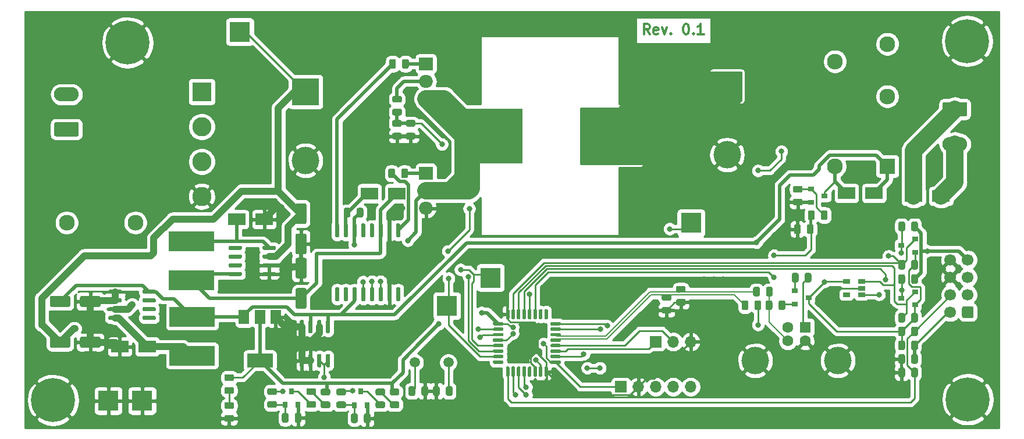
<source format=gbr>
G04 #@! TF.GenerationSoftware,KiCad,Pcbnew,(5.1.6)-1*
G04 #@! TF.CreationDate,2021-05-26T15:33:52+02:00*
G04 #@! TF.ProjectId,PowerSupplyPCB,506f7765-7253-4757-9070-6c795043422e,0.1*
G04 #@! TF.SameCoordinates,Original*
G04 #@! TF.FileFunction,Copper,L1,Top*
G04 #@! TF.FilePolarity,Positive*
%FSLAX46Y46*%
G04 Gerber Fmt 4.6, Leading zero omitted, Abs format (unit mm)*
G04 Created by KiCad (PCBNEW (5.1.6)-1) date 2021-05-26 15:33:52*
%MOMM*%
%LPD*%
G01*
G04 APERTURE LIST*
G04 #@! TA.AperFunction,NonConductor*
%ADD10C,0.300000*%
G04 #@! TD*
G04 #@! TA.AperFunction,ComponentPad*
%ADD11C,1.700000*%
G04 #@! TD*
G04 #@! TA.AperFunction,ComponentPad*
%ADD12R,4.000000X4.000000*%
G04 #@! TD*
G04 #@! TA.AperFunction,ComponentPad*
%ADD13C,4.000000*%
G04 #@! TD*
G04 #@! TA.AperFunction,SMDPad,CuDef*
%ADD14R,2.500000X1.800000*%
G04 #@! TD*
G04 #@! TA.AperFunction,ComponentPad*
%ADD15C,2.800000*%
G04 #@! TD*
G04 #@! TA.AperFunction,ComponentPad*
%ADD16R,2.800000X2.800000*%
G04 #@! TD*
G04 #@! TA.AperFunction,ComponentPad*
%ADD17C,2.300000*%
G04 #@! TD*
G04 #@! TA.AperFunction,ComponentPad*
%ADD18O,3.600000X2.080000*%
G04 #@! TD*
G04 #@! TA.AperFunction,ComponentPad*
%ADD19R,1.700000X1.700000*%
G04 #@! TD*
G04 #@! TA.AperFunction,ComponentPad*
%ADD20O,1.700000X1.700000*%
G04 #@! TD*
G04 #@! TA.AperFunction,ComponentPad*
%ADD21R,1.600000X1.600000*%
G04 #@! TD*
G04 #@! TA.AperFunction,ComponentPad*
%ADD22C,1.600000*%
G04 #@! TD*
G04 #@! TA.AperFunction,ComponentPad*
%ADD23R,2.300000X2.300000*%
G04 #@! TD*
G04 #@! TA.AperFunction,SMDPad,CuDef*
%ADD24R,6.600000X2.850000*%
G04 #@! TD*
G04 #@! TA.AperFunction,ComponentPad*
%ADD25O,2.000000X1.905000*%
G04 #@! TD*
G04 #@! TA.AperFunction,ComponentPad*
%ADD26R,2.000000X1.905000*%
G04 #@! TD*
G04 #@! TA.AperFunction,SMDPad,CuDef*
%ADD27R,0.900000X0.800000*%
G04 #@! TD*
G04 #@! TA.AperFunction,SMDPad,CuDef*
%ADD28R,3.000000X3.000000*%
G04 #@! TD*
G04 #@! TA.AperFunction,SMDPad,CuDef*
%ADD29R,3.800000X2.000000*%
G04 #@! TD*
G04 #@! TA.AperFunction,SMDPad,CuDef*
%ADD30R,1.500000X2.000000*%
G04 #@! TD*
G04 #@! TA.AperFunction,SMDPad,CuDef*
%ADD31R,8.500000X8.000000*%
G04 #@! TD*
G04 #@! TA.AperFunction,SMDPad,CuDef*
%ADD32R,1.060000X0.650000*%
G04 #@! TD*
G04 #@! TA.AperFunction,ComponentPad*
%ADD33C,6.400000*%
G04 #@! TD*
G04 #@! TA.AperFunction,ComponentPad*
%ADD34C,0.800000*%
G04 #@! TD*
G04 #@! TA.AperFunction,SMDPad,CuDef*
%ADD35R,0.800000X0.900000*%
G04 #@! TD*
G04 #@! TA.AperFunction,ComponentPad*
%ADD36C,1.500000*%
G04 #@! TD*
G04 #@! TA.AperFunction,ViaPad*
%ADD37C,0.800000*%
G04 #@! TD*
G04 #@! TA.AperFunction,Conductor*
%ADD38C,0.500000*%
G04 #@! TD*
G04 #@! TA.AperFunction,Conductor*
%ADD39C,0.250000*%
G04 #@! TD*
G04 #@! TA.AperFunction,Conductor*
%ADD40C,1.000000*%
G04 #@! TD*
G04 #@! TA.AperFunction,Conductor*
%ADD41C,2.500000*%
G04 #@! TD*
G04 #@! TA.AperFunction,Conductor*
%ADD42C,0.200000*%
G04 #@! TD*
G04 #@! TA.AperFunction,Conductor*
%ADD43C,0.254000*%
G04 #@! TD*
G04 APERTURE END LIST*
D10*
X172354514Y-70122171D02*
X171854514Y-69407885D01*
X171497371Y-70122171D02*
X171497371Y-68622171D01*
X172068800Y-68622171D01*
X172211657Y-68693600D01*
X172283085Y-68765028D01*
X172354514Y-68907885D01*
X172354514Y-69122171D01*
X172283085Y-69265028D01*
X172211657Y-69336457D01*
X172068800Y-69407885D01*
X171497371Y-69407885D01*
X173568800Y-70050742D02*
X173425942Y-70122171D01*
X173140228Y-70122171D01*
X172997371Y-70050742D01*
X172925942Y-69907885D01*
X172925942Y-69336457D01*
X172997371Y-69193600D01*
X173140228Y-69122171D01*
X173425942Y-69122171D01*
X173568800Y-69193600D01*
X173640228Y-69336457D01*
X173640228Y-69479314D01*
X172925942Y-69622171D01*
X174140228Y-69122171D02*
X174497371Y-70122171D01*
X174854514Y-69122171D01*
X175425942Y-69979314D02*
X175497371Y-70050742D01*
X175425942Y-70122171D01*
X175354514Y-70050742D01*
X175425942Y-69979314D01*
X175425942Y-70122171D01*
X177568800Y-68622171D02*
X177711657Y-68622171D01*
X177854514Y-68693600D01*
X177925942Y-68765028D01*
X177997371Y-68907885D01*
X178068800Y-69193600D01*
X178068800Y-69550742D01*
X177997371Y-69836457D01*
X177925942Y-69979314D01*
X177854514Y-70050742D01*
X177711657Y-70122171D01*
X177568800Y-70122171D01*
X177425942Y-70050742D01*
X177354514Y-69979314D01*
X177283085Y-69836457D01*
X177211657Y-69550742D01*
X177211657Y-69193600D01*
X177283085Y-68907885D01*
X177354514Y-68765028D01*
X177425942Y-68693600D01*
X177568800Y-68622171D01*
X178711657Y-69979314D02*
X178783085Y-70050742D01*
X178711657Y-70122171D01*
X178640228Y-70050742D01*
X178711657Y-69979314D01*
X178711657Y-70122171D01*
X180211657Y-70122171D02*
X179354514Y-70122171D01*
X179783085Y-70122171D02*
X179783085Y-68622171D01*
X179640228Y-68836457D01*
X179497371Y-68979314D01*
X179354514Y-69050742D01*
G04 #@! TA.AperFunction,SMDPad,CuDef*
G36*
G01*
X125402200Y-116663600D02*
X125702200Y-116663600D01*
G75*
G02*
X125852200Y-116813600I0J-150000D01*
G01*
X125852200Y-118463600D01*
G75*
G02*
X125702200Y-118613600I-150000J0D01*
G01*
X125402200Y-118613600D01*
G75*
G02*
X125252200Y-118463600I0J150000D01*
G01*
X125252200Y-116813600D01*
G75*
G02*
X125402200Y-116663600I150000J0D01*
G01*
G37*
G04 #@! TD.AperFunction*
G04 #@! TA.AperFunction,SMDPad,CuDef*
G36*
G01*
X124132200Y-116663600D02*
X124432200Y-116663600D01*
G75*
G02*
X124582200Y-116813600I0J-150000D01*
G01*
X124582200Y-118463600D01*
G75*
G02*
X124432200Y-118613600I-150000J0D01*
G01*
X124132200Y-118613600D01*
G75*
G02*
X123982200Y-118463600I0J150000D01*
G01*
X123982200Y-116813600D01*
G75*
G02*
X124132200Y-116663600I150000J0D01*
G01*
G37*
G04 #@! TD.AperFunction*
G04 #@! TA.AperFunction,SMDPad,CuDef*
G36*
G01*
X122862200Y-116663600D02*
X123162200Y-116663600D01*
G75*
G02*
X123312200Y-116813600I0J-150000D01*
G01*
X123312200Y-118463600D01*
G75*
G02*
X123162200Y-118613600I-150000J0D01*
G01*
X122862200Y-118613600D01*
G75*
G02*
X122712200Y-118463600I0J150000D01*
G01*
X122712200Y-116813600D01*
G75*
G02*
X122862200Y-116663600I150000J0D01*
G01*
G37*
G04 #@! TD.AperFunction*
G04 #@! TA.AperFunction,SMDPad,CuDef*
G36*
G01*
X121592200Y-116663600D02*
X121892200Y-116663600D01*
G75*
G02*
X122042200Y-116813600I0J-150000D01*
G01*
X122042200Y-118463600D01*
G75*
G02*
X121892200Y-118613600I-150000J0D01*
G01*
X121592200Y-118613600D01*
G75*
G02*
X121442200Y-118463600I0J150000D01*
G01*
X121442200Y-116813600D01*
G75*
G02*
X121592200Y-116663600I150000J0D01*
G01*
G37*
G04 #@! TD.AperFunction*
G04 #@! TA.AperFunction,SMDPad,CuDef*
G36*
G01*
X121592200Y-111713600D02*
X121892200Y-111713600D01*
G75*
G02*
X122042200Y-111863600I0J-150000D01*
G01*
X122042200Y-113513600D01*
G75*
G02*
X121892200Y-113663600I-150000J0D01*
G01*
X121592200Y-113663600D01*
G75*
G02*
X121442200Y-113513600I0J150000D01*
G01*
X121442200Y-111863600D01*
G75*
G02*
X121592200Y-111713600I150000J0D01*
G01*
G37*
G04 #@! TD.AperFunction*
G04 #@! TA.AperFunction,SMDPad,CuDef*
G36*
G01*
X122862200Y-111713600D02*
X123162200Y-111713600D01*
G75*
G02*
X123312200Y-111863600I0J-150000D01*
G01*
X123312200Y-113513600D01*
G75*
G02*
X123162200Y-113663600I-150000J0D01*
G01*
X122862200Y-113663600D01*
G75*
G02*
X122712200Y-113513600I0J150000D01*
G01*
X122712200Y-111863600D01*
G75*
G02*
X122862200Y-111713600I150000J0D01*
G01*
G37*
G04 #@! TD.AperFunction*
G04 #@! TA.AperFunction,SMDPad,CuDef*
G36*
G01*
X124132200Y-111713600D02*
X124432200Y-111713600D01*
G75*
G02*
X124582200Y-111863600I0J-150000D01*
G01*
X124582200Y-113513600D01*
G75*
G02*
X124432200Y-113663600I-150000J0D01*
G01*
X124132200Y-113663600D01*
G75*
G02*
X123982200Y-113513600I0J150000D01*
G01*
X123982200Y-111863600D01*
G75*
G02*
X124132200Y-111713600I150000J0D01*
G01*
G37*
G04 #@! TD.AperFunction*
G04 #@! TA.AperFunction,SMDPad,CuDef*
G36*
G01*
X125402200Y-111713600D02*
X125702200Y-111713600D01*
G75*
G02*
X125852200Y-111863600I0J-150000D01*
G01*
X125852200Y-113513600D01*
G75*
G02*
X125702200Y-113663600I-150000J0D01*
G01*
X125402200Y-113663600D01*
G75*
G02*
X125252200Y-113513600I0J150000D01*
G01*
X125252200Y-111863600D01*
G75*
G02*
X125402200Y-111713600I150000J0D01*
G01*
G37*
G04 #@! TD.AperFunction*
G04 #@! TA.AperFunction,ComponentPad*
G36*
G01*
X219493200Y-109991600D02*
X219493200Y-111191600D01*
G75*
G02*
X219243200Y-111441600I-250000J0D01*
G01*
X218043200Y-111441600D01*
G75*
G02*
X217793200Y-111191600I0J250000D01*
G01*
X217793200Y-109991600D01*
G75*
G02*
X218043200Y-109741600I250000J0D01*
G01*
X219243200Y-109741600D01*
G75*
G02*
X219493200Y-109991600I0J-250000D01*
G01*
G37*
G04 #@! TD.AperFunction*
D11*
X218643200Y-108051600D03*
X218643200Y-105511600D03*
X218643200Y-102971600D03*
X216103200Y-110591600D03*
X216103200Y-108051600D03*
X216103200Y-105511600D03*
X216103200Y-102971600D03*
G04 #@! TA.AperFunction,SMDPad,CuDef*
G36*
G01*
X89447600Y-115510400D02*
X89447600Y-114410400D01*
G75*
G02*
X89697600Y-114160400I250000J0D01*
G01*
X92197600Y-114160400D01*
G75*
G02*
X92447600Y-114410400I0J-250000D01*
G01*
X92447600Y-115510400D01*
G75*
G02*
X92197600Y-115760400I-250000J0D01*
G01*
X89697600Y-115760400D01*
G75*
G02*
X89447600Y-115510400I0J250000D01*
G01*
G37*
G04 #@! TD.AperFunction*
G04 #@! TA.AperFunction,SMDPad,CuDef*
G36*
G01*
X85047600Y-115510400D02*
X85047600Y-114410400D01*
G75*
G02*
X85297600Y-114160400I250000J0D01*
G01*
X87797600Y-114160400D01*
G75*
G02*
X88047600Y-114410400I0J-250000D01*
G01*
X88047600Y-115510400D01*
G75*
G02*
X87797600Y-115760400I-250000J0D01*
G01*
X85297600Y-115760400D01*
G75*
G02*
X85047600Y-115510400I0J250000D01*
G01*
G37*
G04 #@! TD.AperFunction*
G04 #@! TA.AperFunction,SMDPad,CuDef*
G36*
G01*
X121065200Y-99150400D02*
X122165200Y-99150400D01*
G75*
G02*
X122415200Y-99400400I0J-250000D01*
G01*
X122415200Y-101900400D01*
G75*
G02*
X122165200Y-102150400I-250000J0D01*
G01*
X121065200Y-102150400D01*
G75*
G02*
X120815200Y-101900400I0J250000D01*
G01*
X120815200Y-99400400D01*
G75*
G02*
X121065200Y-99150400I250000J0D01*
G01*
G37*
G04 #@! TD.AperFunction*
G04 #@! TA.AperFunction,SMDPad,CuDef*
G36*
G01*
X121065200Y-94750400D02*
X122165200Y-94750400D01*
G75*
G02*
X122415200Y-95000400I0J-250000D01*
G01*
X122415200Y-97500400D01*
G75*
G02*
X122165200Y-97750400I-250000J0D01*
G01*
X121065200Y-97750400D01*
G75*
G02*
X120815200Y-97500400I0J250000D01*
G01*
X120815200Y-95000400D01*
G75*
G02*
X121065200Y-94750400I250000J0D01*
G01*
G37*
G04 #@! TD.AperFunction*
G04 #@! TA.AperFunction,SMDPad,CuDef*
G36*
G01*
X122165200Y-110075200D02*
X121065200Y-110075200D01*
G75*
G02*
X120815200Y-109825200I0J250000D01*
G01*
X120815200Y-107325200D01*
G75*
G02*
X121065200Y-107075200I250000J0D01*
G01*
X122165200Y-107075200D01*
G75*
G02*
X122415200Y-107325200I0J-250000D01*
G01*
X122415200Y-109825200D01*
G75*
G02*
X122165200Y-110075200I-250000J0D01*
G01*
G37*
G04 #@! TD.AperFunction*
G04 #@! TA.AperFunction,SMDPad,CuDef*
G36*
G01*
X122165200Y-105675200D02*
X121065200Y-105675200D01*
G75*
G02*
X120815200Y-105425200I0J250000D01*
G01*
X120815200Y-102925200D01*
G75*
G02*
X121065200Y-102675200I250000J0D01*
G01*
X122165200Y-102675200D01*
G75*
G02*
X122415200Y-102925200I0J-250000D01*
G01*
X122415200Y-105425200D01*
G75*
G02*
X122165200Y-105675200I-250000J0D01*
G01*
G37*
G04 #@! TD.AperFunction*
G04 #@! TA.AperFunction,SMDPad,CuDef*
G36*
G01*
X85047600Y-109566800D02*
X85047600Y-108466800D01*
G75*
G02*
X85297600Y-108216800I250000J0D01*
G01*
X87797600Y-108216800D01*
G75*
G02*
X88047600Y-108466800I0J-250000D01*
G01*
X88047600Y-109566800D01*
G75*
G02*
X87797600Y-109816800I-250000J0D01*
G01*
X85297600Y-109816800D01*
G75*
G02*
X85047600Y-109566800I0J250000D01*
G01*
G37*
G04 #@! TD.AperFunction*
G04 #@! TA.AperFunction,SMDPad,CuDef*
G36*
G01*
X89447600Y-109566800D02*
X89447600Y-108466800D01*
G75*
G02*
X89697600Y-108216800I250000J0D01*
G01*
X92197600Y-108216800D01*
G75*
G02*
X92447600Y-108466800I0J-250000D01*
G01*
X92447600Y-109566800D01*
G75*
G02*
X92197600Y-109816800I-250000J0D01*
G01*
X89697600Y-109816800D01*
G75*
G02*
X89447600Y-109566800I0J250000D01*
G01*
G37*
G04 #@! TD.AperFunction*
D12*
X122275600Y-78498700D03*
D13*
X122275600Y-88498700D03*
G04 #@! TA.AperFunction,SMDPad,CuDef*
G36*
G01*
X138022650Y-83573200D02*
X137110150Y-83573200D01*
G75*
G02*
X136866400Y-83329450I0J243750D01*
G01*
X136866400Y-82841950D01*
G75*
G02*
X137110150Y-82598200I243750J0D01*
G01*
X138022650Y-82598200D01*
G75*
G02*
X138266400Y-82841950I0J-243750D01*
G01*
X138266400Y-83329450D01*
G75*
G02*
X138022650Y-83573200I-243750J0D01*
G01*
G37*
G04 #@! TD.AperFunction*
G04 #@! TA.AperFunction,SMDPad,CuDef*
G36*
G01*
X138022650Y-85448200D02*
X137110150Y-85448200D01*
G75*
G02*
X136866400Y-85204450I0J243750D01*
G01*
X136866400Y-84716950D01*
G75*
G02*
X137110150Y-84473200I243750J0D01*
G01*
X138022650Y-84473200D01*
G75*
G02*
X138266400Y-84716950I0J-243750D01*
G01*
X138266400Y-85204450D01*
G75*
G02*
X138022650Y-85448200I-243750J0D01*
G01*
G37*
G04 #@! TD.AperFunction*
G04 #@! TA.AperFunction,SMDPad,CuDef*
G36*
G01*
X130685600Y-95631950D02*
X130685600Y-96544450D01*
G75*
G02*
X130441850Y-96788200I-243750J0D01*
G01*
X129954350Y-96788200D01*
G75*
G02*
X129710600Y-96544450I0J243750D01*
G01*
X129710600Y-95631950D01*
G75*
G02*
X129954350Y-95388200I243750J0D01*
G01*
X130441850Y-95388200D01*
G75*
G02*
X130685600Y-95631950I0J-243750D01*
G01*
G37*
G04 #@! TD.AperFunction*
G04 #@! TA.AperFunction,SMDPad,CuDef*
G36*
G01*
X128810600Y-95631950D02*
X128810600Y-96544450D01*
G75*
G02*
X128566850Y-96788200I-243750J0D01*
G01*
X128079350Y-96788200D01*
G75*
G02*
X127835600Y-96544450I0J243750D01*
G01*
X127835600Y-95631950D01*
G75*
G02*
X128079350Y-95388200I243750J0D01*
G01*
X128566850Y-95388200D01*
G75*
G02*
X128810600Y-95631950I0J-243750D01*
G01*
G37*
G04 #@! TD.AperFunction*
X183616600Y-87673200D03*
D12*
X183616600Y-77673200D03*
G04 #@! TA.AperFunction,SMDPad,CuDef*
G36*
G01*
X211381400Y-116942550D02*
X211381400Y-117855050D01*
G75*
G02*
X211137650Y-118098800I-243750J0D01*
G01*
X210650150Y-118098800D01*
G75*
G02*
X210406400Y-117855050I0J243750D01*
G01*
X210406400Y-116942550D01*
G75*
G02*
X210650150Y-116698800I243750J0D01*
G01*
X211137650Y-116698800D01*
G75*
G02*
X211381400Y-116942550I0J-243750D01*
G01*
G37*
G04 #@! TD.AperFunction*
G04 #@! TA.AperFunction,SMDPad,CuDef*
G36*
G01*
X209506400Y-116942550D02*
X209506400Y-117855050D01*
G75*
G02*
X209262650Y-118098800I-243750J0D01*
G01*
X208775150Y-118098800D01*
G75*
G02*
X208531400Y-117855050I0J243750D01*
G01*
X208531400Y-116942550D01*
G75*
G02*
X208775150Y-116698800I243750J0D01*
G01*
X209262650Y-116698800D01*
G75*
G02*
X209506400Y-116942550I0J-243750D01*
G01*
G37*
G04 #@! TD.AperFunction*
G04 #@! TA.AperFunction,SMDPad,CuDef*
G36*
G01*
X176429350Y-108654000D02*
X177341850Y-108654000D01*
G75*
G02*
X177585600Y-108897750I0J-243750D01*
G01*
X177585600Y-109385250D01*
G75*
G02*
X177341850Y-109629000I-243750J0D01*
G01*
X176429350Y-109629000D01*
G75*
G02*
X176185600Y-109385250I0J243750D01*
G01*
X176185600Y-108897750D01*
G75*
G02*
X176429350Y-108654000I243750J0D01*
G01*
G37*
G04 #@! TD.AperFunction*
G04 #@! TA.AperFunction,SMDPad,CuDef*
G36*
G01*
X176429350Y-106779000D02*
X177341850Y-106779000D01*
G75*
G02*
X177585600Y-107022750I0J-243750D01*
G01*
X177585600Y-107510250D01*
G75*
G02*
X177341850Y-107754000I-243750J0D01*
G01*
X176429350Y-107754000D01*
G75*
G02*
X176185600Y-107510250I0J243750D01*
G01*
X176185600Y-107022750D01*
G75*
G02*
X176429350Y-106779000I243750J0D01*
G01*
G37*
G04 #@! TD.AperFunction*
G04 #@! TA.AperFunction,SMDPad,CuDef*
G36*
G01*
X174346550Y-109822400D02*
X175259050Y-109822400D01*
G75*
G02*
X175502800Y-110066150I0J-243750D01*
G01*
X175502800Y-110553650D01*
G75*
G02*
X175259050Y-110797400I-243750J0D01*
G01*
X174346550Y-110797400D01*
G75*
G02*
X174102800Y-110553650I0J243750D01*
G01*
X174102800Y-110066150D01*
G75*
G02*
X174346550Y-109822400I243750J0D01*
G01*
G37*
G04 #@! TD.AperFunction*
G04 #@! TA.AperFunction,SMDPad,CuDef*
G36*
G01*
X174346550Y-107947400D02*
X175259050Y-107947400D01*
G75*
G02*
X175502800Y-108191150I0J-243750D01*
G01*
X175502800Y-108678650D01*
G75*
G02*
X175259050Y-108922400I-243750J0D01*
G01*
X174346550Y-108922400D01*
G75*
G02*
X174102800Y-108678650I0J243750D01*
G01*
X174102800Y-108191150D01*
G75*
G02*
X174346550Y-107947400I243750J0D01*
G01*
G37*
G04 #@! TD.AperFunction*
D14*
X112249200Y-97078800D03*
X116249200Y-97078800D03*
X95231200Y-115620800D03*
X99231200Y-115620800D03*
D15*
X107162600Y-93738700D03*
X107162600Y-88658700D03*
X107162600Y-83578700D03*
D16*
X107162600Y-78498700D03*
D14*
X131578600Y-93294200D03*
X135578600Y-93294200D03*
X200996800Y-93256100D03*
X204996800Y-93256100D03*
D17*
X97510600Y-97548700D03*
X87510600Y-97548700D03*
D18*
X87477600Y-78879700D03*
G04 #@! TA.AperFunction,ComponentPad*
G36*
G01*
X89027601Y-84999700D02*
X85927599Y-84999700D01*
G75*
G02*
X85677600Y-84749701I0J249999D01*
G01*
X85677600Y-83169699D01*
G75*
G02*
X85927599Y-82919700I249999J0D01*
G01*
X89027601Y-82919700D01*
G75*
G02*
X89277600Y-83169699I0J-249999D01*
G01*
X89277600Y-84749701D01*
G75*
G02*
X89027601Y-84999700I-249999J0D01*
G01*
G37*
G04 #@! TD.AperFunction*
G04 #@! TA.AperFunction,ComponentPad*
G36*
G01*
X215213599Y-79998700D02*
X218313601Y-79998700D01*
G75*
G02*
X218563600Y-80248699I0J-249999D01*
G01*
X218563600Y-81828701D01*
G75*
G02*
X218313601Y-82078700I-249999J0D01*
G01*
X215213599Y-82078700D01*
G75*
G02*
X214963600Y-81828701I0J249999D01*
G01*
X214963600Y-80248699D01*
G75*
G02*
X215213599Y-79998700I249999J0D01*
G01*
G37*
G04 #@! TD.AperFunction*
X216763600Y-86118700D03*
D19*
X168148000Y-121462800D03*
D20*
X170688000Y-121462800D03*
X173228000Y-121462800D03*
X175768000Y-121462800D03*
X178308000Y-121462800D03*
D19*
X173228000Y-114909600D03*
D20*
X175768000Y-114909600D03*
X178308000Y-114909600D03*
D21*
X194970400Y-112776000D03*
D22*
X192470400Y-112776000D03*
X192470400Y-114776000D03*
X194970400Y-114776000D03*
D13*
X187720400Y-117636000D03*
X199720400Y-117636000D03*
D23*
X206933800Y-89319100D03*
D17*
X206933800Y-79159100D03*
X206933800Y-71539100D03*
X199313800Y-74079100D03*
X199313800Y-89319100D03*
D24*
X105664000Y-100299000D03*
X105664000Y-105949000D03*
X105765600Y-111271800D03*
X105765600Y-116921800D03*
D25*
X139801600Y-79514700D03*
X139801600Y-76974700D03*
D26*
X139801600Y-74434700D03*
X139801600Y-90373200D03*
D25*
X139801600Y-92913200D03*
X139801600Y-95453200D03*
D27*
X195799200Y-92674400D03*
X195799200Y-94574400D03*
X197799200Y-93624400D03*
X210956400Y-101838800D03*
X210956400Y-99938800D03*
X208956400Y-100888800D03*
X208956400Y-108559600D03*
X210956400Y-107609600D03*
X210956400Y-109509600D03*
X195462400Y-108458000D03*
X193462400Y-109408000D03*
X193462400Y-107508000D03*
G04 #@! TA.AperFunction,SMDPad,CuDef*
G36*
G01*
X136041450Y-81943000D02*
X135128950Y-81943000D01*
G75*
G02*
X134885200Y-81699250I0J243750D01*
G01*
X134885200Y-81211750D01*
G75*
G02*
X135128950Y-80968000I243750J0D01*
G01*
X136041450Y-80968000D01*
G75*
G02*
X136285200Y-81211750I0J-243750D01*
G01*
X136285200Y-81699250D01*
G75*
G02*
X136041450Y-81943000I-243750J0D01*
G01*
G37*
G04 #@! TD.AperFunction*
G04 #@! TA.AperFunction,SMDPad,CuDef*
G36*
G01*
X136041450Y-80068000D02*
X135128950Y-80068000D01*
G75*
G02*
X134885200Y-79824250I0J243750D01*
G01*
X134885200Y-79336750D01*
G75*
G02*
X135128950Y-79093000I243750J0D01*
G01*
X136041450Y-79093000D01*
G75*
G02*
X136285200Y-79336750I0J-243750D01*
G01*
X136285200Y-79824250D01*
G75*
G02*
X136041450Y-80068000I-243750J0D01*
G01*
G37*
G04 #@! TD.AperFunction*
G04 #@! TA.AperFunction,SMDPad,CuDef*
G36*
G01*
X136041450Y-83573200D02*
X135128950Y-83573200D01*
G75*
G02*
X134885200Y-83329450I0J243750D01*
G01*
X134885200Y-82841950D01*
G75*
G02*
X135128950Y-82598200I243750J0D01*
G01*
X136041450Y-82598200D01*
G75*
G02*
X136285200Y-82841950I0J-243750D01*
G01*
X136285200Y-83329450D01*
G75*
G02*
X136041450Y-83573200I-243750J0D01*
G01*
G37*
G04 #@! TD.AperFunction*
G04 #@! TA.AperFunction,SMDPad,CuDef*
G36*
G01*
X136041450Y-85448200D02*
X135128950Y-85448200D01*
G75*
G02*
X134885200Y-85204450I0J243750D01*
G01*
X134885200Y-84716950D01*
G75*
G02*
X135128950Y-84473200I243750J0D01*
G01*
X136041450Y-84473200D01*
G75*
G02*
X136285200Y-84716950I0J-243750D01*
G01*
X136285200Y-85204450D01*
G75*
G02*
X136041450Y-85448200I-243750J0D01*
G01*
G37*
G04 #@! TD.AperFunction*
G04 #@! TA.AperFunction,SMDPad,CuDef*
G36*
G01*
X136314600Y-74890950D02*
X136314600Y-73978450D01*
G75*
G02*
X136558350Y-73734700I243750J0D01*
G01*
X137045850Y-73734700D01*
G75*
G02*
X137289600Y-73978450I0J-243750D01*
G01*
X137289600Y-74890950D01*
G75*
G02*
X137045850Y-75134700I-243750J0D01*
G01*
X136558350Y-75134700D01*
G75*
G02*
X136314600Y-74890950I0J243750D01*
G01*
G37*
G04 #@! TD.AperFunction*
G04 #@! TA.AperFunction,SMDPad,CuDef*
G36*
G01*
X134439600Y-74890950D02*
X134439600Y-73978450D01*
G75*
G02*
X134683350Y-73734700I243750J0D01*
G01*
X135170850Y-73734700D01*
G75*
G02*
X135414600Y-73978450I0J-243750D01*
G01*
X135414600Y-74890950D01*
G75*
G02*
X135170850Y-75134700I-243750J0D01*
G01*
X134683350Y-75134700D01*
G75*
G02*
X134439600Y-74890950I0J243750D01*
G01*
G37*
G04 #@! TD.AperFunction*
G04 #@! TA.AperFunction,SMDPad,CuDef*
G36*
G01*
X134312600Y-90829450D02*
X134312600Y-89916950D01*
G75*
G02*
X134556350Y-89673200I243750J0D01*
G01*
X135043850Y-89673200D01*
G75*
G02*
X135287600Y-89916950I0J-243750D01*
G01*
X135287600Y-90829450D01*
G75*
G02*
X135043850Y-91073200I-243750J0D01*
G01*
X134556350Y-91073200D01*
G75*
G02*
X134312600Y-90829450I0J243750D01*
G01*
G37*
G04 #@! TD.AperFunction*
G04 #@! TA.AperFunction,SMDPad,CuDef*
G36*
G01*
X136187600Y-90829450D02*
X136187600Y-89916950D01*
G75*
G02*
X136431350Y-89673200I243750J0D01*
G01*
X136918850Y-89673200D01*
G75*
G02*
X137162600Y-89916950I0J-243750D01*
G01*
X137162600Y-90829450D01*
G75*
G02*
X136918850Y-91073200I-243750J0D01*
G01*
X136431350Y-91073200D01*
G75*
G02*
X136187600Y-90829450I0J243750D01*
G01*
G37*
G04 #@! TD.AperFunction*
G04 #@! TA.AperFunction,SMDPad,CuDef*
G36*
G01*
X195374200Y-96925450D02*
X195374200Y-96012950D01*
G75*
G02*
X195617950Y-95769200I243750J0D01*
G01*
X196105450Y-95769200D01*
G75*
G02*
X196349200Y-96012950I0J-243750D01*
G01*
X196349200Y-96925450D01*
G75*
G02*
X196105450Y-97169200I-243750J0D01*
G01*
X195617950Y-97169200D01*
G75*
G02*
X195374200Y-96925450I0J243750D01*
G01*
G37*
G04 #@! TD.AperFunction*
G04 #@! TA.AperFunction,SMDPad,CuDef*
G36*
G01*
X197249200Y-96925450D02*
X197249200Y-96012950D01*
G75*
G02*
X197492950Y-95769200I243750J0D01*
G01*
X197980450Y-95769200D01*
G75*
G02*
X198224200Y-96012950I0J-243750D01*
G01*
X198224200Y-96925450D01*
G75*
G02*
X197980450Y-97169200I-243750J0D01*
G01*
X197492950Y-97169200D01*
G75*
G02*
X197249200Y-96925450I0J243750D01*
G01*
G37*
G04 #@! TD.AperFunction*
G04 #@! TA.AperFunction,SMDPad,CuDef*
G36*
G01*
X193447350Y-94074400D02*
X194359850Y-94074400D01*
G75*
G02*
X194603600Y-94318150I0J-243750D01*
G01*
X194603600Y-94805650D01*
G75*
G02*
X194359850Y-95049400I-243750J0D01*
G01*
X193447350Y-95049400D01*
G75*
G02*
X193203600Y-94805650I0J243750D01*
G01*
X193203600Y-94318150D01*
G75*
G02*
X193447350Y-94074400I243750J0D01*
G01*
G37*
G04 #@! TD.AperFunction*
G04 #@! TA.AperFunction,SMDPad,CuDef*
G36*
G01*
X193447350Y-92199400D02*
X194359850Y-92199400D01*
G75*
G02*
X194603600Y-92443150I0J-243750D01*
G01*
X194603600Y-92930650D01*
G75*
G02*
X194359850Y-93174400I-243750J0D01*
G01*
X193447350Y-93174400D01*
G75*
G02*
X193203600Y-92930650I0J243750D01*
G01*
X193203600Y-92443150D01*
G75*
G02*
X193447350Y-92199400I243750J0D01*
G01*
G37*
G04 #@! TD.AperFunction*
G04 #@! TA.AperFunction,SMDPad,CuDef*
G36*
G01*
X211381400Y-97638550D02*
X211381400Y-98551050D01*
G75*
G02*
X211137650Y-98794800I-243750J0D01*
G01*
X210650150Y-98794800D01*
G75*
G02*
X210406400Y-98551050I0J243750D01*
G01*
X210406400Y-97638550D01*
G75*
G02*
X210650150Y-97394800I243750J0D01*
G01*
X211137650Y-97394800D01*
G75*
G02*
X211381400Y-97638550I0J-243750D01*
G01*
G37*
G04 #@! TD.AperFunction*
G04 #@! TA.AperFunction,SMDPad,CuDef*
G36*
G01*
X209506400Y-97638550D02*
X209506400Y-98551050D01*
G75*
G02*
X209262650Y-98794800I-243750J0D01*
G01*
X208775150Y-98794800D01*
G75*
G02*
X208531400Y-98551050I0J243750D01*
G01*
X208531400Y-97638550D01*
G75*
G02*
X208775150Y-97394800I243750J0D01*
G01*
X209262650Y-97394800D01*
G75*
G02*
X209506400Y-97638550I0J-243750D01*
G01*
G37*
G04 #@! TD.AperFunction*
G04 #@! TA.AperFunction,SMDPad,CuDef*
G36*
G01*
X211381400Y-105309350D02*
X211381400Y-106221850D01*
G75*
G02*
X211137650Y-106465600I-243750J0D01*
G01*
X210650150Y-106465600D01*
G75*
G02*
X210406400Y-106221850I0J243750D01*
G01*
X210406400Y-105309350D01*
G75*
G02*
X210650150Y-105065600I243750J0D01*
G01*
X211137650Y-105065600D01*
G75*
G02*
X211381400Y-105309350I0J-243750D01*
G01*
G37*
G04 #@! TD.AperFunction*
G04 #@! TA.AperFunction,SMDPad,CuDef*
G36*
G01*
X209506400Y-105309350D02*
X209506400Y-106221850D01*
G75*
G02*
X209262650Y-106465600I-243750J0D01*
G01*
X208775150Y-106465600D01*
G75*
G02*
X208531400Y-106221850I0J243750D01*
G01*
X208531400Y-105309350D01*
G75*
G02*
X208775150Y-105065600I243750J0D01*
G01*
X209262650Y-105065600D01*
G75*
G02*
X209506400Y-105309350I0J-243750D01*
G01*
G37*
G04 #@! TD.AperFunction*
G04 #@! TA.AperFunction,SMDPad,CuDef*
G36*
G01*
X210406400Y-115873850D02*
X210406400Y-114961350D01*
G75*
G02*
X210650150Y-114717600I243750J0D01*
G01*
X211137650Y-114717600D01*
G75*
G02*
X211381400Y-114961350I0J-243750D01*
G01*
X211381400Y-115873850D01*
G75*
G02*
X211137650Y-116117600I-243750J0D01*
G01*
X210650150Y-116117600D01*
G75*
G02*
X210406400Y-115873850I0J243750D01*
G01*
G37*
G04 #@! TD.AperFunction*
G04 #@! TA.AperFunction,SMDPad,CuDef*
G36*
G01*
X208531400Y-115873850D02*
X208531400Y-114961350D01*
G75*
G02*
X208775150Y-114717600I243750J0D01*
G01*
X209262650Y-114717600D01*
G75*
G02*
X209506400Y-114961350I0J-243750D01*
G01*
X209506400Y-115873850D01*
G75*
G02*
X209262650Y-116117600I-243750J0D01*
G01*
X208775150Y-116117600D01*
G75*
G02*
X208531400Y-115873850I0J243750D01*
G01*
G37*
G04 #@! TD.AperFunction*
G04 #@! TA.AperFunction,SMDPad,CuDef*
G36*
G01*
X209506400Y-103226550D02*
X209506400Y-104139050D01*
G75*
G02*
X209262650Y-104382800I-243750J0D01*
G01*
X208775150Y-104382800D01*
G75*
G02*
X208531400Y-104139050I0J243750D01*
G01*
X208531400Y-103226550D01*
G75*
G02*
X208775150Y-102982800I243750J0D01*
G01*
X209262650Y-102982800D01*
G75*
G02*
X209506400Y-103226550I0J-243750D01*
G01*
G37*
G04 #@! TD.AperFunction*
G04 #@! TA.AperFunction,SMDPad,CuDef*
G36*
G01*
X211381400Y-103226550D02*
X211381400Y-104139050D01*
G75*
G02*
X211137650Y-104382800I-243750J0D01*
G01*
X210650150Y-104382800D01*
G75*
G02*
X210406400Y-104139050I0J243750D01*
G01*
X210406400Y-103226550D01*
G75*
G02*
X210650150Y-102982800I243750J0D01*
G01*
X211137650Y-102982800D01*
G75*
G02*
X211381400Y-103226550I0J-243750D01*
G01*
G37*
G04 #@! TD.AperFunction*
G04 #@! TA.AperFunction,SMDPad,CuDef*
G36*
G01*
X211381400Y-110948150D02*
X211381400Y-111860650D01*
G75*
G02*
X211137650Y-112104400I-243750J0D01*
G01*
X210650150Y-112104400D01*
G75*
G02*
X210406400Y-111860650I0J243750D01*
G01*
X210406400Y-110948150D01*
G75*
G02*
X210650150Y-110704400I243750J0D01*
G01*
X211137650Y-110704400D01*
G75*
G02*
X211381400Y-110948150I0J-243750D01*
G01*
G37*
G04 #@! TD.AperFunction*
G04 #@! TA.AperFunction,SMDPad,CuDef*
G36*
G01*
X209506400Y-110948150D02*
X209506400Y-111860650D01*
G75*
G02*
X209262650Y-112104400I-243750J0D01*
G01*
X208775150Y-112104400D01*
G75*
G02*
X208531400Y-111860650I0J243750D01*
G01*
X208531400Y-110948150D01*
G75*
G02*
X208775150Y-110704400I243750J0D01*
G01*
X209262650Y-110704400D01*
G75*
G02*
X209506400Y-110948150I0J-243750D01*
G01*
G37*
G04 #@! TD.AperFunction*
G04 #@! TA.AperFunction,SMDPad,CuDef*
G36*
G01*
X190248600Y-107138150D02*
X190248600Y-108050650D01*
G75*
G02*
X190004850Y-108294400I-243750J0D01*
G01*
X189517350Y-108294400D01*
G75*
G02*
X189273600Y-108050650I0J243750D01*
G01*
X189273600Y-107138150D01*
G75*
G02*
X189517350Y-106894400I243750J0D01*
G01*
X190004850Y-106894400D01*
G75*
G02*
X190248600Y-107138150I0J-243750D01*
G01*
G37*
G04 #@! TD.AperFunction*
G04 #@! TA.AperFunction,SMDPad,CuDef*
G36*
G01*
X188373600Y-107138150D02*
X188373600Y-108050650D01*
G75*
G02*
X188129850Y-108294400I-243750J0D01*
G01*
X187642350Y-108294400D01*
G75*
G02*
X187398600Y-108050650I0J243750D01*
G01*
X187398600Y-107138150D01*
G75*
G02*
X187642350Y-106894400I243750J0D01*
G01*
X188129850Y-106894400D01*
G75*
G02*
X188373600Y-107138150I0J-243750D01*
G01*
G37*
G04 #@! TD.AperFunction*
G04 #@! TA.AperFunction,SMDPad,CuDef*
G36*
G01*
X186697200Y-109119350D02*
X186697200Y-110031850D01*
G75*
G02*
X186453450Y-110275600I-243750J0D01*
G01*
X185965950Y-110275600D01*
G75*
G02*
X185722200Y-110031850I0J243750D01*
G01*
X185722200Y-109119350D01*
G75*
G02*
X185965950Y-108875600I243750J0D01*
G01*
X186453450Y-108875600D01*
G75*
G02*
X186697200Y-109119350I0J-243750D01*
G01*
G37*
G04 #@! TD.AperFunction*
G04 #@! TA.AperFunction,SMDPad,CuDef*
G36*
G01*
X188572200Y-109119350D02*
X188572200Y-110031850D01*
G75*
G02*
X188328450Y-110275600I-243750J0D01*
G01*
X187840950Y-110275600D01*
G75*
G02*
X187597200Y-110031850I0J243750D01*
G01*
X187597200Y-109119350D01*
G75*
G02*
X187840950Y-108875600I243750J0D01*
G01*
X188328450Y-108875600D01*
G75*
G02*
X188572200Y-109119350I0J-243750D01*
G01*
G37*
G04 #@! TD.AperFunction*
G04 #@! TA.AperFunction,SMDPad,CuDef*
G36*
G01*
X192077400Y-109119350D02*
X192077400Y-110031850D01*
G75*
G02*
X191833650Y-110275600I-243750J0D01*
G01*
X191346150Y-110275600D01*
G75*
G02*
X191102400Y-110031850I0J243750D01*
G01*
X191102400Y-109119350D01*
G75*
G02*
X191346150Y-108875600I243750J0D01*
G01*
X191833650Y-108875600D01*
G75*
G02*
X192077400Y-109119350I0J-243750D01*
G01*
G37*
G04 #@! TD.AperFunction*
G04 #@! TA.AperFunction,SMDPad,CuDef*
G36*
G01*
X190202400Y-109119350D02*
X190202400Y-110031850D01*
G75*
G02*
X189958650Y-110275600I-243750J0D01*
G01*
X189471150Y-110275600D01*
G75*
G02*
X189227400Y-110031850I0J243750D01*
G01*
X189227400Y-109119350D01*
G75*
G02*
X189471150Y-108875600I243750J0D01*
G01*
X189958650Y-108875600D01*
G75*
G02*
X190202400Y-109119350I0J-243750D01*
G01*
G37*
G04 #@! TD.AperFunction*
G04 #@! TA.AperFunction,SMDPad,CuDef*
G36*
G01*
X194012400Y-105106150D02*
X194012400Y-106018650D01*
G75*
G02*
X193768650Y-106262400I-243750J0D01*
G01*
X193281150Y-106262400D01*
G75*
G02*
X193037400Y-106018650I0J243750D01*
G01*
X193037400Y-105106150D01*
G75*
G02*
X193281150Y-104862400I243750J0D01*
G01*
X193768650Y-104862400D01*
G75*
G02*
X194012400Y-105106150I0J-243750D01*
G01*
G37*
G04 #@! TD.AperFunction*
G04 #@! TA.AperFunction,SMDPad,CuDef*
G36*
G01*
X195887400Y-105106150D02*
X195887400Y-106018650D01*
G75*
G02*
X195643650Y-106262400I-243750J0D01*
G01*
X195156150Y-106262400D01*
G75*
G02*
X194912400Y-106018650I0J243750D01*
G01*
X194912400Y-105106150D01*
G75*
G02*
X195156150Y-104862400I243750J0D01*
G01*
X195643650Y-104862400D01*
G75*
G02*
X195887400Y-105106150I0J-243750D01*
G01*
G37*
G04 #@! TD.AperFunction*
D28*
X112725200Y-69748400D03*
X142849600Y-109677200D03*
X93573600Y-123494800D03*
X178358800Y-97586800D03*
X149199600Y-105562400D03*
X98501200Y-123494800D03*
G04 #@! TA.AperFunction,SMDPad,CuDef*
G36*
G01*
X111053200Y-101369000D02*
X111053200Y-101069000D01*
G75*
G02*
X111203200Y-100919000I150000J0D01*
G01*
X112853200Y-100919000D01*
G75*
G02*
X113003200Y-101069000I0J-150000D01*
G01*
X113003200Y-101369000D01*
G75*
G02*
X112853200Y-101519000I-150000J0D01*
G01*
X111203200Y-101519000D01*
G75*
G02*
X111053200Y-101369000I0J150000D01*
G01*
G37*
G04 #@! TD.AperFunction*
G04 #@! TA.AperFunction,SMDPad,CuDef*
G36*
G01*
X111053200Y-102639000D02*
X111053200Y-102339000D01*
G75*
G02*
X111203200Y-102189000I150000J0D01*
G01*
X112853200Y-102189000D01*
G75*
G02*
X113003200Y-102339000I0J-150000D01*
G01*
X113003200Y-102639000D01*
G75*
G02*
X112853200Y-102789000I-150000J0D01*
G01*
X111203200Y-102789000D01*
G75*
G02*
X111053200Y-102639000I0J150000D01*
G01*
G37*
G04 #@! TD.AperFunction*
G04 #@! TA.AperFunction,SMDPad,CuDef*
G36*
G01*
X111053200Y-103909000D02*
X111053200Y-103609000D01*
G75*
G02*
X111203200Y-103459000I150000J0D01*
G01*
X112853200Y-103459000D01*
G75*
G02*
X113003200Y-103609000I0J-150000D01*
G01*
X113003200Y-103909000D01*
G75*
G02*
X112853200Y-104059000I-150000J0D01*
G01*
X111203200Y-104059000D01*
G75*
G02*
X111053200Y-103909000I0J150000D01*
G01*
G37*
G04 #@! TD.AperFunction*
G04 #@! TA.AperFunction,SMDPad,CuDef*
G36*
G01*
X111053200Y-105179000D02*
X111053200Y-104879000D01*
G75*
G02*
X111203200Y-104729000I150000J0D01*
G01*
X112853200Y-104729000D01*
G75*
G02*
X113003200Y-104879000I0J-150000D01*
G01*
X113003200Y-105179000D01*
G75*
G02*
X112853200Y-105329000I-150000J0D01*
G01*
X111203200Y-105329000D01*
G75*
G02*
X111053200Y-105179000I0J150000D01*
G01*
G37*
G04 #@! TD.AperFunction*
G04 #@! TA.AperFunction,SMDPad,CuDef*
G36*
G01*
X116003200Y-105179000D02*
X116003200Y-104879000D01*
G75*
G02*
X116153200Y-104729000I150000J0D01*
G01*
X117803200Y-104729000D01*
G75*
G02*
X117953200Y-104879000I0J-150000D01*
G01*
X117953200Y-105179000D01*
G75*
G02*
X117803200Y-105329000I-150000J0D01*
G01*
X116153200Y-105329000D01*
G75*
G02*
X116003200Y-105179000I0J150000D01*
G01*
G37*
G04 #@! TD.AperFunction*
G04 #@! TA.AperFunction,SMDPad,CuDef*
G36*
G01*
X116003200Y-103909000D02*
X116003200Y-103609000D01*
G75*
G02*
X116153200Y-103459000I150000J0D01*
G01*
X117803200Y-103459000D01*
G75*
G02*
X117953200Y-103609000I0J-150000D01*
G01*
X117953200Y-103909000D01*
G75*
G02*
X117803200Y-104059000I-150000J0D01*
G01*
X116153200Y-104059000D01*
G75*
G02*
X116003200Y-103909000I0J150000D01*
G01*
G37*
G04 #@! TD.AperFunction*
G04 #@! TA.AperFunction,SMDPad,CuDef*
G36*
G01*
X116003200Y-102639000D02*
X116003200Y-102339000D01*
G75*
G02*
X116153200Y-102189000I150000J0D01*
G01*
X117803200Y-102189000D01*
G75*
G02*
X117953200Y-102339000I0J-150000D01*
G01*
X117953200Y-102639000D01*
G75*
G02*
X117803200Y-102789000I-150000J0D01*
G01*
X116153200Y-102789000D01*
G75*
G02*
X116003200Y-102639000I0J150000D01*
G01*
G37*
G04 #@! TD.AperFunction*
G04 #@! TA.AperFunction,SMDPad,CuDef*
G36*
G01*
X116003200Y-101369000D02*
X116003200Y-101069000D01*
G75*
G02*
X116153200Y-100919000I150000J0D01*
G01*
X117803200Y-100919000D01*
G75*
G02*
X117953200Y-101069000I0J-150000D01*
G01*
X117953200Y-101369000D01*
G75*
G02*
X117803200Y-101519000I-150000J0D01*
G01*
X116153200Y-101519000D01*
G75*
G02*
X116003200Y-101369000I0J150000D01*
G01*
G37*
G04 #@! TD.AperFunction*
G04 #@! TA.AperFunction,SMDPad,CuDef*
G36*
G01*
X100478000Y-111279800D02*
X100478000Y-111579800D01*
G75*
G02*
X100328000Y-111729800I-150000J0D01*
G01*
X98678000Y-111729800D01*
G75*
G02*
X98528000Y-111579800I0J150000D01*
G01*
X98528000Y-111279800D01*
G75*
G02*
X98678000Y-111129800I150000J0D01*
G01*
X100328000Y-111129800D01*
G75*
G02*
X100478000Y-111279800I0J-150000D01*
G01*
G37*
G04 #@! TD.AperFunction*
G04 #@! TA.AperFunction,SMDPad,CuDef*
G36*
G01*
X100478000Y-110009800D02*
X100478000Y-110309800D01*
G75*
G02*
X100328000Y-110459800I-150000J0D01*
G01*
X98678000Y-110459800D01*
G75*
G02*
X98528000Y-110309800I0J150000D01*
G01*
X98528000Y-110009800D01*
G75*
G02*
X98678000Y-109859800I150000J0D01*
G01*
X100328000Y-109859800D01*
G75*
G02*
X100478000Y-110009800I0J-150000D01*
G01*
G37*
G04 #@! TD.AperFunction*
G04 #@! TA.AperFunction,SMDPad,CuDef*
G36*
G01*
X100478000Y-108739800D02*
X100478000Y-109039800D01*
G75*
G02*
X100328000Y-109189800I-150000J0D01*
G01*
X98678000Y-109189800D01*
G75*
G02*
X98528000Y-109039800I0J150000D01*
G01*
X98528000Y-108739800D01*
G75*
G02*
X98678000Y-108589800I150000J0D01*
G01*
X100328000Y-108589800D01*
G75*
G02*
X100478000Y-108739800I0J-150000D01*
G01*
G37*
G04 #@! TD.AperFunction*
G04 #@! TA.AperFunction,SMDPad,CuDef*
G36*
G01*
X100478000Y-107469800D02*
X100478000Y-107769800D01*
G75*
G02*
X100328000Y-107919800I-150000J0D01*
G01*
X98678000Y-107919800D01*
G75*
G02*
X98528000Y-107769800I0J150000D01*
G01*
X98528000Y-107469800D01*
G75*
G02*
X98678000Y-107319800I150000J0D01*
G01*
X100328000Y-107319800D01*
G75*
G02*
X100478000Y-107469800I0J-150000D01*
G01*
G37*
G04 #@! TD.AperFunction*
G04 #@! TA.AperFunction,SMDPad,CuDef*
G36*
G01*
X95528000Y-107469800D02*
X95528000Y-107769800D01*
G75*
G02*
X95378000Y-107919800I-150000J0D01*
G01*
X93728000Y-107919800D01*
G75*
G02*
X93578000Y-107769800I0J150000D01*
G01*
X93578000Y-107469800D01*
G75*
G02*
X93728000Y-107319800I150000J0D01*
G01*
X95378000Y-107319800D01*
G75*
G02*
X95528000Y-107469800I0J-150000D01*
G01*
G37*
G04 #@! TD.AperFunction*
G04 #@! TA.AperFunction,SMDPad,CuDef*
G36*
G01*
X95528000Y-108739800D02*
X95528000Y-109039800D01*
G75*
G02*
X95378000Y-109189800I-150000J0D01*
G01*
X93728000Y-109189800D01*
G75*
G02*
X93578000Y-109039800I0J150000D01*
G01*
X93578000Y-108739800D01*
G75*
G02*
X93728000Y-108589800I150000J0D01*
G01*
X95378000Y-108589800D01*
G75*
G02*
X95528000Y-108739800I0J-150000D01*
G01*
G37*
G04 #@! TD.AperFunction*
G04 #@! TA.AperFunction,SMDPad,CuDef*
G36*
G01*
X95528000Y-110009800D02*
X95528000Y-110309800D01*
G75*
G02*
X95378000Y-110459800I-150000J0D01*
G01*
X93728000Y-110459800D01*
G75*
G02*
X93578000Y-110309800I0J150000D01*
G01*
X93578000Y-110009800D01*
G75*
G02*
X93728000Y-109859800I150000J0D01*
G01*
X95378000Y-109859800D01*
G75*
G02*
X95528000Y-110009800I0J-150000D01*
G01*
G37*
G04 #@! TD.AperFunction*
G04 #@! TA.AperFunction,SMDPad,CuDef*
G36*
G01*
X95528000Y-111279800D02*
X95528000Y-111579800D01*
G75*
G02*
X95378000Y-111729800I-150000J0D01*
G01*
X93728000Y-111729800D01*
G75*
G02*
X93578000Y-111579800I0J150000D01*
G01*
X93578000Y-111279800D01*
G75*
G02*
X93728000Y-111129800I150000J0D01*
G01*
X95378000Y-111129800D01*
G75*
G02*
X95528000Y-111279800I0J-150000D01*
G01*
G37*
G04 #@! TD.AperFunction*
G04 #@! TA.AperFunction,SMDPad,CuDef*
G36*
G01*
X135587600Y-97652200D02*
X135887600Y-97652200D01*
G75*
G02*
X136037600Y-97802200I0J-150000D01*
G01*
X136037600Y-99552200D01*
G75*
G02*
X135887600Y-99702200I-150000J0D01*
G01*
X135587600Y-99702200D01*
G75*
G02*
X135437600Y-99552200I0J150000D01*
G01*
X135437600Y-97802200D01*
G75*
G02*
X135587600Y-97652200I150000J0D01*
G01*
G37*
G04 #@! TD.AperFunction*
G04 #@! TA.AperFunction,SMDPad,CuDef*
G36*
G01*
X134317600Y-97652200D02*
X134617600Y-97652200D01*
G75*
G02*
X134767600Y-97802200I0J-150000D01*
G01*
X134767600Y-99552200D01*
G75*
G02*
X134617600Y-99702200I-150000J0D01*
G01*
X134317600Y-99702200D01*
G75*
G02*
X134167600Y-99552200I0J150000D01*
G01*
X134167600Y-97802200D01*
G75*
G02*
X134317600Y-97652200I150000J0D01*
G01*
G37*
G04 #@! TD.AperFunction*
G04 #@! TA.AperFunction,SMDPad,CuDef*
G36*
G01*
X133047600Y-97652200D02*
X133347600Y-97652200D01*
G75*
G02*
X133497600Y-97802200I0J-150000D01*
G01*
X133497600Y-99552200D01*
G75*
G02*
X133347600Y-99702200I-150000J0D01*
G01*
X133047600Y-99702200D01*
G75*
G02*
X132897600Y-99552200I0J150000D01*
G01*
X132897600Y-97802200D01*
G75*
G02*
X133047600Y-97652200I150000J0D01*
G01*
G37*
G04 #@! TD.AperFunction*
G04 #@! TA.AperFunction,SMDPad,CuDef*
G36*
G01*
X131777600Y-97652200D02*
X132077600Y-97652200D01*
G75*
G02*
X132227600Y-97802200I0J-150000D01*
G01*
X132227600Y-99552200D01*
G75*
G02*
X132077600Y-99702200I-150000J0D01*
G01*
X131777600Y-99702200D01*
G75*
G02*
X131627600Y-99552200I0J150000D01*
G01*
X131627600Y-97802200D01*
G75*
G02*
X131777600Y-97652200I150000J0D01*
G01*
G37*
G04 #@! TD.AperFunction*
G04 #@! TA.AperFunction,SMDPad,CuDef*
G36*
G01*
X130507600Y-97652200D02*
X130807600Y-97652200D01*
G75*
G02*
X130957600Y-97802200I0J-150000D01*
G01*
X130957600Y-99552200D01*
G75*
G02*
X130807600Y-99702200I-150000J0D01*
G01*
X130507600Y-99702200D01*
G75*
G02*
X130357600Y-99552200I0J150000D01*
G01*
X130357600Y-97802200D01*
G75*
G02*
X130507600Y-97652200I150000J0D01*
G01*
G37*
G04 #@! TD.AperFunction*
G04 #@! TA.AperFunction,SMDPad,CuDef*
G36*
G01*
X129237600Y-97652200D02*
X129537600Y-97652200D01*
G75*
G02*
X129687600Y-97802200I0J-150000D01*
G01*
X129687600Y-99552200D01*
G75*
G02*
X129537600Y-99702200I-150000J0D01*
G01*
X129237600Y-99702200D01*
G75*
G02*
X129087600Y-99552200I0J150000D01*
G01*
X129087600Y-97802200D01*
G75*
G02*
X129237600Y-97652200I150000J0D01*
G01*
G37*
G04 #@! TD.AperFunction*
G04 #@! TA.AperFunction,SMDPad,CuDef*
G36*
G01*
X127967600Y-97652200D02*
X128267600Y-97652200D01*
G75*
G02*
X128417600Y-97802200I0J-150000D01*
G01*
X128417600Y-99552200D01*
G75*
G02*
X128267600Y-99702200I-150000J0D01*
G01*
X127967600Y-99702200D01*
G75*
G02*
X127817600Y-99552200I0J150000D01*
G01*
X127817600Y-97802200D01*
G75*
G02*
X127967600Y-97652200I150000J0D01*
G01*
G37*
G04 #@! TD.AperFunction*
G04 #@! TA.AperFunction,SMDPad,CuDef*
G36*
G01*
X126697600Y-97652200D02*
X126997600Y-97652200D01*
G75*
G02*
X127147600Y-97802200I0J-150000D01*
G01*
X127147600Y-99552200D01*
G75*
G02*
X126997600Y-99702200I-150000J0D01*
G01*
X126697600Y-99702200D01*
G75*
G02*
X126547600Y-99552200I0J150000D01*
G01*
X126547600Y-97802200D01*
G75*
G02*
X126697600Y-97652200I150000J0D01*
G01*
G37*
G04 #@! TD.AperFunction*
G04 #@! TA.AperFunction,SMDPad,CuDef*
G36*
G01*
X126697600Y-106952200D02*
X126997600Y-106952200D01*
G75*
G02*
X127147600Y-107102200I0J-150000D01*
G01*
X127147600Y-108852200D01*
G75*
G02*
X126997600Y-109002200I-150000J0D01*
G01*
X126697600Y-109002200D01*
G75*
G02*
X126547600Y-108852200I0J150000D01*
G01*
X126547600Y-107102200D01*
G75*
G02*
X126697600Y-106952200I150000J0D01*
G01*
G37*
G04 #@! TD.AperFunction*
G04 #@! TA.AperFunction,SMDPad,CuDef*
G36*
G01*
X127967600Y-106952200D02*
X128267600Y-106952200D01*
G75*
G02*
X128417600Y-107102200I0J-150000D01*
G01*
X128417600Y-108852200D01*
G75*
G02*
X128267600Y-109002200I-150000J0D01*
G01*
X127967600Y-109002200D01*
G75*
G02*
X127817600Y-108852200I0J150000D01*
G01*
X127817600Y-107102200D01*
G75*
G02*
X127967600Y-106952200I150000J0D01*
G01*
G37*
G04 #@! TD.AperFunction*
G04 #@! TA.AperFunction,SMDPad,CuDef*
G36*
G01*
X129237600Y-106952200D02*
X129537600Y-106952200D01*
G75*
G02*
X129687600Y-107102200I0J-150000D01*
G01*
X129687600Y-108852200D01*
G75*
G02*
X129537600Y-109002200I-150000J0D01*
G01*
X129237600Y-109002200D01*
G75*
G02*
X129087600Y-108852200I0J150000D01*
G01*
X129087600Y-107102200D01*
G75*
G02*
X129237600Y-106952200I150000J0D01*
G01*
G37*
G04 #@! TD.AperFunction*
G04 #@! TA.AperFunction,SMDPad,CuDef*
G36*
G01*
X130507600Y-106952200D02*
X130807600Y-106952200D01*
G75*
G02*
X130957600Y-107102200I0J-150000D01*
G01*
X130957600Y-108852200D01*
G75*
G02*
X130807600Y-109002200I-150000J0D01*
G01*
X130507600Y-109002200D01*
G75*
G02*
X130357600Y-108852200I0J150000D01*
G01*
X130357600Y-107102200D01*
G75*
G02*
X130507600Y-106952200I150000J0D01*
G01*
G37*
G04 #@! TD.AperFunction*
G04 #@! TA.AperFunction,SMDPad,CuDef*
G36*
G01*
X131777600Y-106952200D02*
X132077600Y-106952200D01*
G75*
G02*
X132227600Y-107102200I0J-150000D01*
G01*
X132227600Y-108852200D01*
G75*
G02*
X132077600Y-109002200I-150000J0D01*
G01*
X131777600Y-109002200D01*
G75*
G02*
X131627600Y-108852200I0J150000D01*
G01*
X131627600Y-107102200D01*
G75*
G02*
X131777600Y-106952200I150000J0D01*
G01*
G37*
G04 #@! TD.AperFunction*
G04 #@! TA.AperFunction,SMDPad,CuDef*
G36*
G01*
X133047600Y-106952200D02*
X133347600Y-106952200D01*
G75*
G02*
X133497600Y-107102200I0J-150000D01*
G01*
X133497600Y-108852200D01*
G75*
G02*
X133347600Y-109002200I-150000J0D01*
G01*
X133047600Y-109002200D01*
G75*
G02*
X132897600Y-108852200I0J150000D01*
G01*
X132897600Y-107102200D01*
G75*
G02*
X133047600Y-106952200I150000J0D01*
G01*
G37*
G04 #@! TD.AperFunction*
G04 #@! TA.AperFunction,SMDPad,CuDef*
G36*
G01*
X134317600Y-106952200D02*
X134617600Y-106952200D01*
G75*
G02*
X134767600Y-107102200I0J-150000D01*
G01*
X134767600Y-108852200D01*
G75*
G02*
X134617600Y-109002200I-150000J0D01*
G01*
X134317600Y-109002200D01*
G75*
G02*
X134167600Y-108852200I0J150000D01*
G01*
X134167600Y-107102200D01*
G75*
G02*
X134317600Y-106952200I150000J0D01*
G01*
G37*
G04 #@! TD.AperFunction*
G04 #@! TA.AperFunction,SMDPad,CuDef*
G36*
G01*
X135587600Y-106952200D02*
X135887600Y-106952200D01*
G75*
G02*
X136037600Y-107102200I0J-150000D01*
G01*
X136037600Y-108852200D01*
G75*
G02*
X135887600Y-109002200I-150000J0D01*
G01*
X135587600Y-109002200D01*
G75*
G02*
X135437600Y-108852200I0J150000D01*
G01*
X135437600Y-107102200D01*
G75*
G02*
X135587600Y-106952200I150000J0D01*
G01*
G37*
G04 #@! TD.AperFunction*
D29*
X115620800Y-117602400D03*
D30*
X115620800Y-111302400D03*
X113320800Y-111302400D03*
X117920800Y-111302400D03*
G04 #@! TA.AperFunction,SMDPad,CuDef*
G36*
G01*
X149557800Y-112387000D02*
X149557800Y-112137000D01*
G75*
G02*
X149682800Y-112012000I125000J0D01*
G01*
X150932800Y-112012000D01*
G75*
G02*
X151057800Y-112137000I0J-125000D01*
G01*
X151057800Y-112387000D01*
G75*
G02*
X150932800Y-112512000I-125000J0D01*
G01*
X149682800Y-112512000D01*
G75*
G02*
X149557800Y-112387000I0J125000D01*
G01*
G37*
G04 #@! TD.AperFunction*
G04 #@! TA.AperFunction,SMDPad,CuDef*
G36*
G01*
X149557800Y-113187000D02*
X149557800Y-112937000D01*
G75*
G02*
X149682800Y-112812000I125000J0D01*
G01*
X150932800Y-112812000D01*
G75*
G02*
X151057800Y-112937000I0J-125000D01*
G01*
X151057800Y-113187000D01*
G75*
G02*
X150932800Y-113312000I-125000J0D01*
G01*
X149682800Y-113312000D01*
G75*
G02*
X149557800Y-113187000I0J125000D01*
G01*
G37*
G04 #@! TD.AperFunction*
G04 #@! TA.AperFunction,SMDPad,CuDef*
G36*
G01*
X149557800Y-113987000D02*
X149557800Y-113737000D01*
G75*
G02*
X149682800Y-113612000I125000J0D01*
G01*
X150932800Y-113612000D01*
G75*
G02*
X151057800Y-113737000I0J-125000D01*
G01*
X151057800Y-113987000D01*
G75*
G02*
X150932800Y-114112000I-125000J0D01*
G01*
X149682800Y-114112000D01*
G75*
G02*
X149557800Y-113987000I0J125000D01*
G01*
G37*
G04 #@! TD.AperFunction*
G04 #@! TA.AperFunction,SMDPad,CuDef*
G36*
G01*
X149557800Y-114787000D02*
X149557800Y-114537000D01*
G75*
G02*
X149682800Y-114412000I125000J0D01*
G01*
X150932800Y-114412000D01*
G75*
G02*
X151057800Y-114537000I0J-125000D01*
G01*
X151057800Y-114787000D01*
G75*
G02*
X150932800Y-114912000I-125000J0D01*
G01*
X149682800Y-114912000D01*
G75*
G02*
X149557800Y-114787000I0J125000D01*
G01*
G37*
G04 #@! TD.AperFunction*
G04 #@! TA.AperFunction,SMDPad,CuDef*
G36*
G01*
X149557800Y-115587000D02*
X149557800Y-115337000D01*
G75*
G02*
X149682800Y-115212000I125000J0D01*
G01*
X150932800Y-115212000D01*
G75*
G02*
X151057800Y-115337000I0J-125000D01*
G01*
X151057800Y-115587000D01*
G75*
G02*
X150932800Y-115712000I-125000J0D01*
G01*
X149682800Y-115712000D01*
G75*
G02*
X149557800Y-115587000I0J125000D01*
G01*
G37*
G04 #@! TD.AperFunction*
G04 #@! TA.AperFunction,SMDPad,CuDef*
G36*
G01*
X149557800Y-116387000D02*
X149557800Y-116137000D01*
G75*
G02*
X149682800Y-116012000I125000J0D01*
G01*
X150932800Y-116012000D01*
G75*
G02*
X151057800Y-116137000I0J-125000D01*
G01*
X151057800Y-116387000D01*
G75*
G02*
X150932800Y-116512000I-125000J0D01*
G01*
X149682800Y-116512000D01*
G75*
G02*
X149557800Y-116387000I0J125000D01*
G01*
G37*
G04 #@! TD.AperFunction*
G04 #@! TA.AperFunction,SMDPad,CuDef*
G36*
G01*
X149557800Y-117187000D02*
X149557800Y-116937000D01*
G75*
G02*
X149682800Y-116812000I125000J0D01*
G01*
X150932800Y-116812000D01*
G75*
G02*
X151057800Y-116937000I0J-125000D01*
G01*
X151057800Y-117187000D01*
G75*
G02*
X150932800Y-117312000I-125000J0D01*
G01*
X149682800Y-117312000D01*
G75*
G02*
X149557800Y-117187000I0J125000D01*
G01*
G37*
G04 #@! TD.AperFunction*
G04 #@! TA.AperFunction,SMDPad,CuDef*
G36*
G01*
X149557800Y-117987000D02*
X149557800Y-117737000D01*
G75*
G02*
X149682800Y-117612000I125000J0D01*
G01*
X150932800Y-117612000D01*
G75*
G02*
X151057800Y-117737000I0J-125000D01*
G01*
X151057800Y-117987000D01*
G75*
G02*
X150932800Y-118112000I-125000J0D01*
G01*
X149682800Y-118112000D01*
G75*
G02*
X149557800Y-117987000I0J125000D01*
G01*
G37*
G04 #@! TD.AperFunction*
G04 #@! TA.AperFunction,SMDPad,CuDef*
G36*
G01*
X151432800Y-119862000D02*
X151432800Y-118612000D01*
G75*
G02*
X151557800Y-118487000I125000J0D01*
G01*
X151807800Y-118487000D01*
G75*
G02*
X151932800Y-118612000I0J-125000D01*
G01*
X151932800Y-119862000D01*
G75*
G02*
X151807800Y-119987000I-125000J0D01*
G01*
X151557800Y-119987000D01*
G75*
G02*
X151432800Y-119862000I0J125000D01*
G01*
G37*
G04 #@! TD.AperFunction*
G04 #@! TA.AperFunction,SMDPad,CuDef*
G36*
G01*
X152232800Y-119862000D02*
X152232800Y-118612000D01*
G75*
G02*
X152357800Y-118487000I125000J0D01*
G01*
X152607800Y-118487000D01*
G75*
G02*
X152732800Y-118612000I0J-125000D01*
G01*
X152732800Y-119862000D01*
G75*
G02*
X152607800Y-119987000I-125000J0D01*
G01*
X152357800Y-119987000D01*
G75*
G02*
X152232800Y-119862000I0J125000D01*
G01*
G37*
G04 #@! TD.AperFunction*
G04 #@! TA.AperFunction,SMDPad,CuDef*
G36*
G01*
X153032800Y-119862000D02*
X153032800Y-118612000D01*
G75*
G02*
X153157800Y-118487000I125000J0D01*
G01*
X153407800Y-118487000D01*
G75*
G02*
X153532800Y-118612000I0J-125000D01*
G01*
X153532800Y-119862000D01*
G75*
G02*
X153407800Y-119987000I-125000J0D01*
G01*
X153157800Y-119987000D01*
G75*
G02*
X153032800Y-119862000I0J125000D01*
G01*
G37*
G04 #@! TD.AperFunction*
G04 #@! TA.AperFunction,SMDPad,CuDef*
G36*
G01*
X153832800Y-119862000D02*
X153832800Y-118612000D01*
G75*
G02*
X153957800Y-118487000I125000J0D01*
G01*
X154207800Y-118487000D01*
G75*
G02*
X154332800Y-118612000I0J-125000D01*
G01*
X154332800Y-119862000D01*
G75*
G02*
X154207800Y-119987000I-125000J0D01*
G01*
X153957800Y-119987000D01*
G75*
G02*
X153832800Y-119862000I0J125000D01*
G01*
G37*
G04 #@! TD.AperFunction*
G04 #@! TA.AperFunction,SMDPad,CuDef*
G36*
G01*
X154632800Y-119862000D02*
X154632800Y-118612000D01*
G75*
G02*
X154757800Y-118487000I125000J0D01*
G01*
X155007800Y-118487000D01*
G75*
G02*
X155132800Y-118612000I0J-125000D01*
G01*
X155132800Y-119862000D01*
G75*
G02*
X155007800Y-119987000I-125000J0D01*
G01*
X154757800Y-119987000D01*
G75*
G02*
X154632800Y-119862000I0J125000D01*
G01*
G37*
G04 #@! TD.AperFunction*
G04 #@! TA.AperFunction,SMDPad,CuDef*
G36*
G01*
X155432800Y-119862000D02*
X155432800Y-118612000D01*
G75*
G02*
X155557800Y-118487000I125000J0D01*
G01*
X155807800Y-118487000D01*
G75*
G02*
X155932800Y-118612000I0J-125000D01*
G01*
X155932800Y-119862000D01*
G75*
G02*
X155807800Y-119987000I-125000J0D01*
G01*
X155557800Y-119987000D01*
G75*
G02*
X155432800Y-119862000I0J125000D01*
G01*
G37*
G04 #@! TD.AperFunction*
G04 #@! TA.AperFunction,SMDPad,CuDef*
G36*
G01*
X156232800Y-119862000D02*
X156232800Y-118612000D01*
G75*
G02*
X156357800Y-118487000I125000J0D01*
G01*
X156607800Y-118487000D01*
G75*
G02*
X156732800Y-118612000I0J-125000D01*
G01*
X156732800Y-119862000D01*
G75*
G02*
X156607800Y-119987000I-125000J0D01*
G01*
X156357800Y-119987000D01*
G75*
G02*
X156232800Y-119862000I0J125000D01*
G01*
G37*
G04 #@! TD.AperFunction*
G04 #@! TA.AperFunction,SMDPad,CuDef*
G36*
G01*
X157032800Y-119862000D02*
X157032800Y-118612000D01*
G75*
G02*
X157157800Y-118487000I125000J0D01*
G01*
X157407800Y-118487000D01*
G75*
G02*
X157532800Y-118612000I0J-125000D01*
G01*
X157532800Y-119862000D01*
G75*
G02*
X157407800Y-119987000I-125000J0D01*
G01*
X157157800Y-119987000D01*
G75*
G02*
X157032800Y-119862000I0J125000D01*
G01*
G37*
G04 #@! TD.AperFunction*
G04 #@! TA.AperFunction,SMDPad,CuDef*
G36*
G01*
X157907800Y-117987000D02*
X157907800Y-117737000D01*
G75*
G02*
X158032800Y-117612000I125000J0D01*
G01*
X159282800Y-117612000D01*
G75*
G02*
X159407800Y-117737000I0J-125000D01*
G01*
X159407800Y-117987000D01*
G75*
G02*
X159282800Y-118112000I-125000J0D01*
G01*
X158032800Y-118112000D01*
G75*
G02*
X157907800Y-117987000I0J125000D01*
G01*
G37*
G04 #@! TD.AperFunction*
G04 #@! TA.AperFunction,SMDPad,CuDef*
G36*
G01*
X157907800Y-117187000D02*
X157907800Y-116937000D01*
G75*
G02*
X158032800Y-116812000I125000J0D01*
G01*
X159282800Y-116812000D01*
G75*
G02*
X159407800Y-116937000I0J-125000D01*
G01*
X159407800Y-117187000D01*
G75*
G02*
X159282800Y-117312000I-125000J0D01*
G01*
X158032800Y-117312000D01*
G75*
G02*
X157907800Y-117187000I0J125000D01*
G01*
G37*
G04 #@! TD.AperFunction*
G04 #@! TA.AperFunction,SMDPad,CuDef*
G36*
G01*
X157907800Y-116387000D02*
X157907800Y-116137000D01*
G75*
G02*
X158032800Y-116012000I125000J0D01*
G01*
X159282800Y-116012000D01*
G75*
G02*
X159407800Y-116137000I0J-125000D01*
G01*
X159407800Y-116387000D01*
G75*
G02*
X159282800Y-116512000I-125000J0D01*
G01*
X158032800Y-116512000D01*
G75*
G02*
X157907800Y-116387000I0J125000D01*
G01*
G37*
G04 #@! TD.AperFunction*
G04 #@! TA.AperFunction,SMDPad,CuDef*
G36*
G01*
X157907800Y-115587000D02*
X157907800Y-115337000D01*
G75*
G02*
X158032800Y-115212000I125000J0D01*
G01*
X159282800Y-115212000D01*
G75*
G02*
X159407800Y-115337000I0J-125000D01*
G01*
X159407800Y-115587000D01*
G75*
G02*
X159282800Y-115712000I-125000J0D01*
G01*
X158032800Y-115712000D01*
G75*
G02*
X157907800Y-115587000I0J125000D01*
G01*
G37*
G04 #@! TD.AperFunction*
G04 #@! TA.AperFunction,SMDPad,CuDef*
G36*
G01*
X157907800Y-114787000D02*
X157907800Y-114537000D01*
G75*
G02*
X158032800Y-114412000I125000J0D01*
G01*
X159282800Y-114412000D01*
G75*
G02*
X159407800Y-114537000I0J-125000D01*
G01*
X159407800Y-114787000D01*
G75*
G02*
X159282800Y-114912000I-125000J0D01*
G01*
X158032800Y-114912000D01*
G75*
G02*
X157907800Y-114787000I0J125000D01*
G01*
G37*
G04 #@! TD.AperFunction*
G04 #@! TA.AperFunction,SMDPad,CuDef*
G36*
G01*
X157907800Y-113987000D02*
X157907800Y-113737000D01*
G75*
G02*
X158032800Y-113612000I125000J0D01*
G01*
X159282800Y-113612000D01*
G75*
G02*
X159407800Y-113737000I0J-125000D01*
G01*
X159407800Y-113987000D01*
G75*
G02*
X159282800Y-114112000I-125000J0D01*
G01*
X158032800Y-114112000D01*
G75*
G02*
X157907800Y-113987000I0J125000D01*
G01*
G37*
G04 #@! TD.AperFunction*
G04 #@! TA.AperFunction,SMDPad,CuDef*
G36*
G01*
X157907800Y-113187000D02*
X157907800Y-112937000D01*
G75*
G02*
X158032800Y-112812000I125000J0D01*
G01*
X159282800Y-112812000D01*
G75*
G02*
X159407800Y-112937000I0J-125000D01*
G01*
X159407800Y-113187000D01*
G75*
G02*
X159282800Y-113312000I-125000J0D01*
G01*
X158032800Y-113312000D01*
G75*
G02*
X157907800Y-113187000I0J125000D01*
G01*
G37*
G04 #@! TD.AperFunction*
G04 #@! TA.AperFunction,SMDPad,CuDef*
G36*
G01*
X157907800Y-112387000D02*
X157907800Y-112137000D01*
G75*
G02*
X158032800Y-112012000I125000J0D01*
G01*
X159282800Y-112012000D01*
G75*
G02*
X159407800Y-112137000I0J-125000D01*
G01*
X159407800Y-112387000D01*
G75*
G02*
X159282800Y-112512000I-125000J0D01*
G01*
X158032800Y-112512000D01*
G75*
G02*
X157907800Y-112387000I0J125000D01*
G01*
G37*
G04 #@! TD.AperFunction*
G04 #@! TA.AperFunction,SMDPad,CuDef*
G36*
G01*
X157032800Y-111512000D02*
X157032800Y-110262000D01*
G75*
G02*
X157157800Y-110137000I125000J0D01*
G01*
X157407800Y-110137000D01*
G75*
G02*
X157532800Y-110262000I0J-125000D01*
G01*
X157532800Y-111512000D01*
G75*
G02*
X157407800Y-111637000I-125000J0D01*
G01*
X157157800Y-111637000D01*
G75*
G02*
X157032800Y-111512000I0J125000D01*
G01*
G37*
G04 #@! TD.AperFunction*
G04 #@! TA.AperFunction,SMDPad,CuDef*
G36*
G01*
X156232800Y-111512000D02*
X156232800Y-110262000D01*
G75*
G02*
X156357800Y-110137000I125000J0D01*
G01*
X156607800Y-110137000D01*
G75*
G02*
X156732800Y-110262000I0J-125000D01*
G01*
X156732800Y-111512000D01*
G75*
G02*
X156607800Y-111637000I-125000J0D01*
G01*
X156357800Y-111637000D01*
G75*
G02*
X156232800Y-111512000I0J125000D01*
G01*
G37*
G04 #@! TD.AperFunction*
G04 #@! TA.AperFunction,SMDPad,CuDef*
G36*
G01*
X155432800Y-111512000D02*
X155432800Y-110262000D01*
G75*
G02*
X155557800Y-110137000I125000J0D01*
G01*
X155807800Y-110137000D01*
G75*
G02*
X155932800Y-110262000I0J-125000D01*
G01*
X155932800Y-111512000D01*
G75*
G02*
X155807800Y-111637000I-125000J0D01*
G01*
X155557800Y-111637000D01*
G75*
G02*
X155432800Y-111512000I0J125000D01*
G01*
G37*
G04 #@! TD.AperFunction*
G04 #@! TA.AperFunction,SMDPad,CuDef*
G36*
G01*
X154632800Y-111512000D02*
X154632800Y-110262000D01*
G75*
G02*
X154757800Y-110137000I125000J0D01*
G01*
X155007800Y-110137000D01*
G75*
G02*
X155132800Y-110262000I0J-125000D01*
G01*
X155132800Y-111512000D01*
G75*
G02*
X155007800Y-111637000I-125000J0D01*
G01*
X154757800Y-111637000D01*
G75*
G02*
X154632800Y-111512000I0J125000D01*
G01*
G37*
G04 #@! TD.AperFunction*
G04 #@! TA.AperFunction,SMDPad,CuDef*
G36*
G01*
X153832800Y-111512000D02*
X153832800Y-110262000D01*
G75*
G02*
X153957800Y-110137000I125000J0D01*
G01*
X154207800Y-110137000D01*
G75*
G02*
X154332800Y-110262000I0J-125000D01*
G01*
X154332800Y-111512000D01*
G75*
G02*
X154207800Y-111637000I-125000J0D01*
G01*
X153957800Y-111637000D01*
G75*
G02*
X153832800Y-111512000I0J125000D01*
G01*
G37*
G04 #@! TD.AperFunction*
G04 #@! TA.AperFunction,SMDPad,CuDef*
G36*
G01*
X153032800Y-111512000D02*
X153032800Y-110262000D01*
G75*
G02*
X153157800Y-110137000I125000J0D01*
G01*
X153407800Y-110137000D01*
G75*
G02*
X153532800Y-110262000I0J-125000D01*
G01*
X153532800Y-111512000D01*
G75*
G02*
X153407800Y-111637000I-125000J0D01*
G01*
X153157800Y-111637000D01*
G75*
G02*
X153032800Y-111512000I0J125000D01*
G01*
G37*
G04 #@! TD.AperFunction*
G04 #@! TA.AperFunction,SMDPad,CuDef*
G36*
G01*
X152232800Y-111512000D02*
X152232800Y-110262000D01*
G75*
G02*
X152357800Y-110137000I125000J0D01*
G01*
X152607800Y-110137000D01*
G75*
G02*
X152732800Y-110262000I0J-125000D01*
G01*
X152732800Y-111512000D01*
G75*
G02*
X152607800Y-111637000I-125000J0D01*
G01*
X152357800Y-111637000D01*
G75*
G02*
X152232800Y-111512000I0J125000D01*
G01*
G37*
G04 #@! TD.AperFunction*
G04 #@! TA.AperFunction,SMDPad,CuDef*
G36*
G01*
X151432800Y-111512000D02*
X151432800Y-110262000D01*
G75*
G02*
X151557800Y-110137000I125000J0D01*
G01*
X151807800Y-110137000D01*
G75*
G02*
X151932800Y-110262000I0J-125000D01*
G01*
X151932800Y-111512000D01*
G75*
G02*
X151807800Y-111637000I-125000J0D01*
G01*
X151557800Y-111637000D01*
G75*
G02*
X151432800Y-111512000I0J125000D01*
G01*
G37*
G04 #@! TD.AperFunction*
D31*
X149644100Y-84912200D03*
X166644100Y-84912200D03*
G04 #@! TA.AperFunction,SMDPad,CuDef*
G36*
G01*
X196192200Y-98044950D02*
X196192200Y-98957450D01*
G75*
G02*
X195948450Y-99201200I-243750J0D01*
G01*
X195460950Y-99201200D01*
G75*
G02*
X195217200Y-98957450I0J243750D01*
G01*
X195217200Y-98044950D01*
G75*
G02*
X195460950Y-97801200I243750J0D01*
G01*
X195948450Y-97801200D01*
G75*
G02*
X196192200Y-98044950I0J-243750D01*
G01*
G37*
G04 #@! TD.AperFunction*
G04 #@! TA.AperFunction,SMDPad,CuDef*
G36*
G01*
X194317200Y-98044950D02*
X194317200Y-98957450D01*
G75*
G02*
X194073450Y-99201200I-243750J0D01*
G01*
X193585950Y-99201200D01*
G75*
G02*
X193342200Y-98957450I0J243750D01*
G01*
X193342200Y-98044950D01*
G75*
G02*
X193585950Y-97801200I243750J0D01*
G01*
X194073450Y-97801200D01*
G75*
G02*
X194317200Y-98044950I0J-243750D01*
G01*
G37*
G04 #@! TD.AperFunction*
D32*
X203182400Y-108036400D03*
X203182400Y-107086400D03*
X203182400Y-106136400D03*
X200982400Y-106136400D03*
X200982400Y-108036400D03*
G04 #@! TA.AperFunction,SMDPad,CuDef*
G36*
G01*
X211381400Y-118923750D02*
X211381400Y-119836250D01*
G75*
G02*
X211137650Y-120080000I-243750J0D01*
G01*
X210650150Y-120080000D01*
G75*
G02*
X210406400Y-119836250I0J243750D01*
G01*
X210406400Y-118923750D01*
G75*
G02*
X210650150Y-118680000I243750J0D01*
G01*
X211137650Y-118680000D01*
G75*
G02*
X211381400Y-118923750I0J-243750D01*
G01*
G37*
G04 #@! TD.AperFunction*
G04 #@! TA.AperFunction,SMDPad,CuDef*
G36*
G01*
X209506400Y-118923750D02*
X209506400Y-119836250D01*
G75*
G02*
X209262650Y-120080000I-243750J0D01*
G01*
X208775150Y-120080000D01*
G75*
G02*
X208531400Y-119836250I0J243750D01*
G01*
X208531400Y-118923750D01*
G75*
G02*
X208775150Y-118680000I243750J0D01*
G01*
X209262650Y-118680000D01*
G75*
G02*
X209506400Y-118923750I0J-243750D01*
G01*
G37*
G04 #@! TD.AperFunction*
G04 #@! TA.AperFunction,SMDPad,CuDef*
G36*
G01*
X208531400Y-113841850D02*
X208531400Y-112929350D01*
G75*
G02*
X208775150Y-112685600I243750J0D01*
G01*
X209262650Y-112685600D01*
G75*
G02*
X209506400Y-112929350I0J-243750D01*
G01*
X209506400Y-113841850D01*
G75*
G02*
X209262650Y-114085600I-243750J0D01*
G01*
X208775150Y-114085600D01*
G75*
G02*
X208531400Y-113841850I0J243750D01*
G01*
G37*
G04 #@! TD.AperFunction*
G04 #@! TA.AperFunction,SMDPad,CuDef*
G36*
G01*
X210406400Y-113841850D02*
X210406400Y-112929350D01*
G75*
G02*
X210650150Y-112685600I243750J0D01*
G01*
X211137650Y-112685600D01*
G75*
G02*
X211381400Y-112929350I0J-243750D01*
G01*
X211381400Y-113841850D01*
G75*
G02*
X211137650Y-114085600I-243750J0D01*
G01*
X210650150Y-114085600D01*
G75*
G02*
X210406400Y-113841850I0J243750D01*
G01*
G37*
G04 #@! TD.AperFunction*
D33*
X218541600Y-71120000D03*
D34*
X220941600Y-71120000D03*
X220238656Y-72817056D03*
X218541600Y-73520000D03*
X216844544Y-72817056D03*
X216141600Y-71120000D03*
X216844544Y-69422944D03*
X218541600Y-68720000D03*
X220238656Y-69422944D03*
X87244256Y-121696144D03*
X85547200Y-120993200D03*
X83850144Y-121696144D03*
X83147200Y-123393200D03*
X83850144Y-125090256D03*
X85547200Y-125793200D03*
X87244256Y-125090256D03*
X87947200Y-123393200D03*
D33*
X85547200Y-123393200D03*
D34*
X98064656Y-69626144D03*
X96367600Y-68923200D03*
X94670544Y-69626144D03*
X93967600Y-71323200D03*
X94670544Y-73020256D03*
X96367600Y-73723200D03*
X98064656Y-73020256D03*
X98767600Y-71323200D03*
D33*
X96367600Y-71323200D03*
X218643200Y-123291600D03*
D34*
X221043200Y-123291600D03*
X220340256Y-124988656D03*
X218643200Y-125691600D03*
X216946144Y-124988656D03*
X216243200Y-123291600D03*
X216946144Y-121594544D03*
X218643200Y-120891600D03*
X220340256Y-121594544D03*
G04 #@! TA.AperFunction,SMDPad,CuDef*
G36*
G01*
X139134000Y-122528650D02*
X139134000Y-121616150D01*
G75*
G02*
X139377750Y-121372400I243750J0D01*
G01*
X139865250Y-121372400D01*
G75*
G02*
X140109000Y-121616150I0J-243750D01*
G01*
X140109000Y-122528650D01*
G75*
G02*
X139865250Y-122772400I-243750J0D01*
G01*
X139377750Y-122772400D01*
G75*
G02*
X139134000Y-122528650I0J243750D01*
G01*
G37*
G04 #@! TD.AperFunction*
G04 #@! TA.AperFunction,SMDPad,CuDef*
G36*
G01*
X137259000Y-122528650D02*
X137259000Y-121616150D01*
G75*
G02*
X137502750Y-121372400I243750J0D01*
G01*
X137990250Y-121372400D01*
G75*
G02*
X138234000Y-121616150I0J-243750D01*
G01*
X138234000Y-122528650D01*
G75*
G02*
X137990250Y-122772400I-243750J0D01*
G01*
X137502750Y-122772400D01*
G75*
G02*
X137259000Y-122528650I0J243750D01*
G01*
G37*
G04 #@! TD.AperFunction*
G04 #@! TA.AperFunction,SMDPad,CuDef*
G36*
G01*
X143665000Y-121616150D02*
X143665000Y-122528650D01*
G75*
G02*
X143421250Y-122772400I-243750J0D01*
G01*
X142933750Y-122772400D01*
G75*
G02*
X142690000Y-122528650I0J243750D01*
G01*
X142690000Y-121616150D01*
G75*
G02*
X142933750Y-121372400I243750J0D01*
G01*
X143421250Y-121372400D01*
G75*
G02*
X143665000Y-121616150I0J-243750D01*
G01*
G37*
G04 #@! TD.AperFunction*
G04 #@! TA.AperFunction,SMDPad,CuDef*
G36*
G01*
X141790000Y-121616150D02*
X141790000Y-122528650D01*
G75*
G02*
X141546250Y-122772400I-243750J0D01*
G01*
X141058750Y-122772400D01*
G75*
G02*
X140815000Y-122528650I0J243750D01*
G01*
X140815000Y-121616150D01*
G75*
G02*
X141058750Y-121372400I243750J0D01*
G01*
X141546250Y-121372400D01*
G75*
G02*
X141790000Y-121616150I0J-243750D01*
G01*
G37*
G04 #@! TD.AperFunction*
G04 #@! TA.AperFunction,SMDPad,CuDef*
G36*
G01*
X111606650Y-126545400D02*
X110694150Y-126545400D01*
G75*
G02*
X110450400Y-126301650I0J243750D01*
G01*
X110450400Y-125814150D01*
G75*
G02*
X110694150Y-125570400I243750J0D01*
G01*
X111606650Y-125570400D01*
G75*
G02*
X111850400Y-125814150I0J-243750D01*
G01*
X111850400Y-126301650D01*
G75*
G02*
X111606650Y-126545400I-243750J0D01*
G01*
G37*
G04 #@! TD.AperFunction*
G04 #@! TA.AperFunction,SMDPad,CuDef*
G36*
G01*
X111606650Y-124670400D02*
X110694150Y-124670400D01*
G75*
G02*
X110450400Y-124426650I0J243750D01*
G01*
X110450400Y-123939150D01*
G75*
G02*
X110694150Y-123695400I243750J0D01*
G01*
X111606650Y-123695400D01*
G75*
G02*
X111850400Y-123939150I0J-243750D01*
G01*
X111850400Y-124426650D01*
G75*
G02*
X111606650Y-124670400I-243750J0D01*
G01*
G37*
G04 #@! TD.AperFunction*
G04 #@! TA.AperFunction,SMDPad,CuDef*
G36*
G01*
X133603050Y-122689200D02*
X132690550Y-122689200D01*
G75*
G02*
X132446800Y-122445450I0J243750D01*
G01*
X132446800Y-121957950D01*
G75*
G02*
X132690550Y-121714200I243750J0D01*
G01*
X133603050Y-121714200D01*
G75*
G02*
X133846800Y-121957950I0J-243750D01*
G01*
X133846800Y-122445450D01*
G75*
G02*
X133603050Y-122689200I-243750J0D01*
G01*
G37*
G04 #@! TD.AperFunction*
G04 #@! TA.AperFunction,SMDPad,CuDef*
G36*
G01*
X133603050Y-124564200D02*
X132690550Y-124564200D01*
G75*
G02*
X132446800Y-124320450I0J243750D01*
G01*
X132446800Y-123832950D01*
G75*
G02*
X132690550Y-123589200I243750J0D01*
G01*
X133603050Y-123589200D01*
G75*
G02*
X133846800Y-123832950I0J-243750D01*
G01*
X133846800Y-124320450D01*
G75*
G02*
X133603050Y-124564200I-243750J0D01*
G01*
G37*
G04 #@! TD.AperFunction*
G04 #@! TA.AperFunction,SMDPad,CuDef*
G36*
G01*
X123544650Y-124513400D02*
X122632150Y-124513400D01*
G75*
G02*
X122388400Y-124269650I0J243750D01*
G01*
X122388400Y-123782150D01*
G75*
G02*
X122632150Y-123538400I243750J0D01*
G01*
X123544650Y-123538400D01*
G75*
G02*
X123788400Y-123782150I0J-243750D01*
G01*
X123788400Y-124269650D01*
G75*
G02*
X123544650Y-124513400I-243750J0D01*
G01*
G37*
G04 #@! TD.AperFunction*
G04 #@! TA.AperFunction,SMDPad,CuDef*
G36*
G01*
X123544650Y-122638400D02*
X122632150Y-122638400D01*
G75*
G02*
X122388400Y-122394650I0J243750D01*
G01*
X122388400Y-121907150D01*
G75*
G02*
X122632150Y-121663400I243750J0D01*
G01*
X123544650Y-121663400D01*
G75*
G02*
X123788400Y-121907150I0J-243750D01*
G01*
X123788400Y-122394650D01*
G75*
G02*
X123544650Y-122638400I-243750J0D01*
G01*
G37*
G04 #@! TD.AperFunction*
D35*
X129352000Y-124139200D03*
X131252000Y-124139200D03*
X130302000Y-122139200D03*
X120243600Y-122088400D03*
X121193600Y-124088400D03*
X119293600Y-124088400D03*
G04 #@! TA.AperFunction,SMDPad,CuDef*
G36*
G01*
X111606650Y-122481400D02*
X110694150Y-122481400D01*
G75*
G02*
X110450400Y-122237650I0J243750D01*
G01*
X110450400Y-121750150D01*
G75*
G02*
X110694150Y-121506400I243750J0D01*
G01*
X111606650Y-121506400D01*
G75*
G02*
X111850400Y-121750150I0J-243750D01*
G01*
X111850400Y-122237650D01*
G75*
G02*
X111606650Y-122481400I-243750J0D01*
G01*
G37*
G04 #@! TD.AperFunction*
G04 #@! TA.AperFunction,SMDPad,CuDef*
G36*
G01*
X111606650Y-120606400D02*
X110694150Y-120606400D01*
G75*
G02*
X110450400Y-120362650I0J243750D01*
G01*
X110450400Y-119875150D01*
G75*
G02*
X110694150Y-119631400I243750J0D01*
G01*
X111606650Y-119631400D01*
G75*
G02*
X111850400Y-119875150I0J-243750D01*
G01*
X111850400Y-120362650D01*
G75*
G02*
X111606650Y-120606400I-243750J0D01*
G01*
G37*
G04 #@! TD.AperFunction*
G04 #@! TA.AperFunction,SMDPad,CuDef*
G36*
G01*
X127913450Y-122689200D02*
X127000950Y-122689200D01*
G75*
G02*
X126757200Y-122445450I0J243750D01*
G01*
X126757200Y-121957950D01*
G75*
G02*
X127000950Y-121714200I243750J0D01*
G01*
X127913450Y-121714200D01*
G75*
G02*
X128157200Y-121957950I0J-243750D01*
G01*
X128157200Y-122445450D01*
G75*
G02*
X127913450Y-122689200I-243750J0D01*
G01*
G37*
G04 #@! TD.AperFunction*
G04 #@! TA.AperFunction,SMDPad,CuDef*
G36*
G01*
X127913450Y-124564200D02*
X127000950Y-124564200D01*
G75*
G02*
X126757200Y-124320450I0J243750D01*
G01*
X126757200Y-123832950D01*
G75*
G02*
X127000950Y-123589200I243750J0D01*
G01*
X127913450Y-123589200D01*
G75*
G02*
X128157200Y-123832950I0J-243750D01*
G01*
X128157200Y-124320450D01*
G75*
G02*
X127913450Y-124564200I-243750J0D01*
G01*
G37*
G04 #@! TD.AperFunction*
G04 #@! TA.AperFunction,SMDPad,CuDef*
G36*
G01*
X117855050Y-124513400D02*
X116942550Y-124513400D01*
G75*
G02*
X116698800Y-124269650I0J243750D01*
G01*
X116698800Y-123782150D01*
G75*
G02*
X116942550Y-123538400I243750J0D01*
G01*
X117855050Y-123538400D01*
G75*
G02*
X118098800Y-123782150I0J-243750D01*
G01*
X118098800Y-124269650D01*
G75*
G02*
X117855050Y-124513400I-243750J0D01*
G01*
G37*
G04 #@! TD.AperFunction*
G04 #@! TA.AperFunction,SMDPad,CuDef*
G36*
G01*
X117855050Y-122638400D02*
X116942550Y-122638400D01*
G75*
G02*
X116698800Y-122394650I0J243750D01*
G01*
X116698800Y-121907150D01*
G75*
G02*
X116942550Y-121663400I243750J0D01*
G01*
X117855050Y-121663400D01*
G75*
G02*
X118098800Y-121907150I0J-243750D01*
G01*
X118098800Y-122394650D01*
G75*
G02*
X117855050Y-122638400I-243750J0D01*
G01*
G37*
G04 #@! TD.AperFunction*
G04 #@! TA.AperFunction,SMDPad,CuDef*
G36*
G01*
X130752000Y-126491050D02*
X130752000Y-125578550D01*
G75*
G02*
X130995750Y-125334800I243750J0D01*
G01*
X131483250Y-125334800D01*
G75*
G02*
X131727000Y-125578550I0J-243750D01*
G01*
X131727000Y-126491050D01*
G75*
G02*
X131483250Y-126734800I-243750J0D01*
G01*
X130995750Y-126734800D01*
G75*
G02*
X130752000Y-126491050I0J243750D01*
G01*
G37*
G04 #@! TD.AperFunction*
G04 #@! TA.AperFunction,SMDPad,CuDef*
G36*
G01*
X128877000Y-126491050D02*
X128877000Y-125578550D01*
G75*
G02*
X129120750Y-125334800I243750J0D01*
G01*
X129608250Y-125334800D01*
G75*
G02*
X129852000Y-125578550I0J-243750D01*
G01*
X129852000Y-126491050D01*
G75*
G02*
X129608250Y-126734800I-243750J0D01*
G01*
X129120750Y-126734800D01*
G75*
G02*
X128877000Y-126491050I0J243750D01*
G01*
G37*
G04 #@! TD.AperFunction*
G04 #@! TA.AperFunction,SMDPad,CuDef*
G36*
G01*
X134773350Y-123589200D02*
X135685850Y-123589200D01*
G75*
G02*
X135929600Y-123832950I0J-243750D01*
G01*
X135929600Y-124320450D01*
G75*
G02*
X135685850Y-124564200I-243750J0D01*
G01*
X134773350Y-124564200D01*
G75*
G02*
X134529600Y-124320450I0J243750D01*
G01*
X134529600Y-123832950D01*
G75*
G02*
X134773350Y-123589200I243750J0D01*
G01*
G37*
G04 #@! TD.AperFunction*
G04 #@! TA.AperFunction,SMDPad,CuDef*
G36*
G01*
X134773350Y-121714200D02*
X135685850Y-121714200D01*
G75*
G02*
X135929600Y-121957950I0J-243750D01*
G01*
X135929600Y-122445450D01*
G75*
G02*
X135685850Y-122689200I-243750J0D01*
G01*
X134773350Y-122689200D01*
G75*
G02*
X134529600Y-122445450I0J243750D01*
G01*
X134529600Y-121957950D01*
G75*
G02*
X134773350Y-121714200I243750J0D01*
G01*
G37*
G04 #@! TD.AperFunction*
G04 #@! TA.AperFunction,SMDPad,CuDef*
G36*
G01*
X118818600Y-126440250D02*
X118818600Y-125527750D01*
G75*
G02*
X119062350Y-125284000I243750J0D01*
G01*
X119549850Y-125284000D01*
G75*
G02*
X119793600Y-125527750I0J-243750D01*
G01*
X119793600Y-126440250D01*
G75*
G02*
X119549850Y-126684000I-243750J0D01*
G01*
X119062350Y-126684000D01*
G75*
G02*
X118818600Y-126440250I0J243750D01*
G01*
G37*
G04 #@! TD.AperFunction*
G04 #@! TA.AperFunction,SMDPad,CuDef*
G36*
G01*
X120693600Y-126440250D02*
X120693600Y-125527750D01*
G75*
G02*
X120937350Y-125284000I243750J0D01*
G01*
X121424850Y-125284000D01*
G75*
G02*
X121668600Y-125527750I0J-243750D01*
G01*
X121668600Y-126440250D01*
G75*
G02*
X121424850Y-126684000I-243750J0D01*
G01*
X120937350Y-126684000D01*
G75*
G02*
X120693600Y-126440250I0J243750D01*
G01*
G37*
G04 #@! TD.AperFunction*
G04 #@! TA.AperFunction,SMDPad,CuDef*
G36*
G01*
X124714950Y-121714200D02*
X125627450Y-121714200D01*
G75*
G02*
X125871200Y-121957950I0J-243750D01*
G01*
X125871200Y-122445450D01*
G75*
G02*
X125627450Y-122689200I-243750J0D01*
G01*
X124714950Y-122689200D01*
G75*
G02*
X124471200Y-122445450I0J243750D01*
G01*
X124471200Y-121957950D01*
G75*
G02*
X124714950Y-121714200I243750J0D01*
G01*
G37*
G04 #@! TD.AperFunction*
G04 #@! TA.AperFunction,SMDPad,CuDef*
G36*
G01*
X124714950Y-123589200D02*
X125627450Y-123589200D01*
G75*
G02*
X125871200Y-123832950I0J-243750D01*
G01*
X125871200Y-124320450D01*
G75*
G02*
X125627450Y-124564200I-243750J0D01*
G01*
X124714950Y-124564200D01*
G75*
G02*
X124471200Y-124320450I0J243750D01*
G01*
X124471200Y-123832950D01*
G75*
G02*
X124714950Y-123589200I243750J0D01*
G01*
G37*
G04 #@! TD.AperFunction*
D36*
X138176000Y-117906800D03*
X143056000Y-117906800D03*
D14*
X210750400Y-93675200D03*
X214750400Y-93675200D03*
D37*
X183083200Y-105765600D03*
X181711600Y-105765600D03*
X180289200Y-105765600D03*
X165404800Y-107340400D03*
X165404800Y-105918000D03*
X165404800Y-108712000D03*
X198882000Y-107543600D03*
X198882000Y-108966000D03*
X198882000Y-110337600D03*
X136372600Y-95453200D03*
X135356600Y-95453200D03*
X131991100Y-95453200D03*
X119049800Y-103759000D03*
X156048590Y-116087010D03*
X134467600Y-101650800D03*
X119467400Y-112688600D03*
X118684050Y-95387150D03*
X93319600Y-114808000D03*
X135636000Y-86512400D03*
X97028000Y-109524800D03*
X88696800Y-112979200D03*
X187858400Y-100431600D03*
X212729601Y-101671599D03*
X142113000Y-86131400D03*
X146100800Y-95504000D03*
X143002000Y-101701600D03*
X143103600Y-105664000D03*
X191516000Y-87172800D03*
X188112400Y-89966800D03*
X144830800Y-104394000D03*
X155752800Y-117551200D03*
X124968000Y-120091200D03*
X156921200Y-115163600D03*
X152450800Y-112776000D03*
X141630400Y-112318800D03*
X147878800Y-110642400D03*
X197756400Y-106164000D03*
X190449200Y-105511600D03*
X190449200Y-102311200D03*
X206654400Y-105867200D03*
X145999200Y-105410000D03*
X175260000Y-98450400D03*
X130657600Y-106172000D03*
X162763200Y-116687600D03*
X131927600Y-106121200D03*
X154882800Y-107956400D03*
X133197600Y-106121200D03*
X154381200Y-121513600D03*
X129387600Y-100736400D03*
X137133538Y-100152210D03*
X152450800Y-113690400D03*
X165100000Y-118719600D03*
X163271200Y-118719600D03*
X165169600Y-113062000D03*
X166166800Y-112572800D03*
X188112400Y-112420400D03*
X209018900Y-107363500D03*
X208956400Y-101990400D03*
X205724800Y-108036400D03*
X207111600Y-102412800D03*
X147440400Y-113062000D03*
X147675600Y-114249200D03*
X152857200Y-122631200D03*
X129133600Y-122021600D03*
X154381200Y-122631200D03*
X118973600Y-122123200D03*
D38*
X134467600Y-96342200D02*
X134467600Y-98677200D01*
X135356600Y-95453200D02*
X134467600Y-96342200D01*
X116978200Y-105029000D02*
X116978200Y-103759000D01*
X116249200Y-97078800D02*
X117195600Y-97078800D01*
X121615200Y-100650400D02*
X121615200Y-104175200D01*
X121199000Y-103759000D02*
X121615200Y-104175200D01*
X116978200Y-103759000D02*
X119049800Y-103759000D01*
X134467600Y-98677200D02*
X134467600Y-101650800D01*
X119049800Y-103759000D02*
X121199000Y-103759000D01*
D39*
X157282800Y-117873410D02*
X156057600Y-116648210D01*
X157282800Y-119237000D02*
X157282800Y-117873410D01*
X156057600Y-116648210D02*
X156057600Y-116128800D01*
X156048590Y-115656388D02*
X156048590Y-116087010D01*
X151682800Y-110887000D02*
X151682800Y-111637000D01*
X155027799Y-117107801D02*
X156048590Y-116087010D01*
X155027799Y-117995587D02*
X155027799Y-117107801D01*
X155682800Y-118650588D02*
X155027799Y-117995587D01*
X155682800Y-119237000D02*
X155682800Y-118650588D01*
X151682800Y-111637000D02*
X152059800Y-112014000D01*
X152059800Y-112014000D02*
X155498800Y-112014000D01*
X156048590Y-112563790D02*
X156048590Y-115656388D01*
X155498800Y-112014000D02*
X156048590Y-112563790D01*
X209018900Y-119380000D02*
X209018900Y-117398800D01*
D38*
X134467600Y-101650800D02*
X134467600Y-107977200D01*
X123366400Y-114579400D02*
X124282200Y-113663600D01*
X121742200Y-114579400D02*
X123366400Y-114579400D01*
X121742200Y-114579400D02*
X121742200Y-112688600D01*
X121742200Y-117638600D02*
X121742200Y-114579400D01*
D40*
X94553000Y-108889800D02*
X94553000Y-107619800D01*
X119307000Y-112688600D02*
X117920800Y-111302400D01*
X119467400Y-112688600D02*
X119307000Y-112688600D01*
X119467400Y-112688600D02*
X121742200Y-112688600D01*
X121742200Y-117638600D02*
X123012200Y-117638600D01*
X123112400Y-114833400D02*
X121742200Y-114833400D01*
X124282200Y-113663600D02*
X123112400Y-114833400D01*
X124282200Y-112688600D02*
X124282200Y-113663600D01*
X121742200Y-112688600D02*
X121742200Y-114833400D01*
X121742200Y-114833400D02*
X121742200Y-117638600D01*
X117940850Y-95387150D02*
X116249200Y-97078800D01*
X118684050Y-95387150D02*
X117940850Y-95387150D01*
X90947600Y-109016800D02*
X90947600Y-114960400D01*
X91074600Y-108889800D02*
X90947600Y-109016800D01*
X94553000Y-108889800D02*
X91074600Y-108889800D01*
X94570800Y-114960400D02*
X95231200Y-115620800D01*
X90947600Y-114960400D02*
X94570800Y-114960400D01*
D39*
X195786700Y-94561900D02*
X195799200Y-94574400D01*
X193903600Y-94561900D02*
X195786700Y-94561900D01*
X193829700Y-94635800D02*
X193903600Y-94561900D01*
X193829700Y-98501200D02*
X193829700Y-94635800D01*
D38*
X135636000Y-85011500D02*
X135585200Y-84960700D01*
X135636000Y-86512400D02*
X135636000Y-85011500D01*
X135585200Y-84960700D02*
X137566400Y-84960700D01*
D39*
X169512999Y-122637801D02*
X170688000Y-121462800D01*
X160683601Y-122637801D02*
X169512999Y-122637801D01*
X157282800Y-119237000D02*
X160683601Y-122637801D01*
X172929801Y-120287799D02*
X178308000Y-114909600D01*
X171863001Y-120287799D02*
X172929801Y-120287799D01*
X170688000Y-121462800D02*
X171863001Y-120287799D01*
X175971200Y-109141500D02*
X174802800Y-110309900D01*
X176885600Y-109141500D02*
X175971200Y-109141500D01*
X139621500Y-122072400D02*
X141302500Y-122072400D01*
X121181100Y-124100900D02*
X121193600Y-124088400D01*
X121181100Y-125984000D02*
X121181100Y-124100900D01*
X131252000Y-126022300D02*
X131239500Y-126034800D01*
X131252000Y-124139200D02*
X131252000Y-126022300D01*
X199339200Y-107086400D02*
X198882000Y-107543600D01*
X203182400Y-107086400D02*
X199339200Y-107086400D01*
D38*
X94553000Y-110159800D02*
X93578000Y-110159800D01*
D40*
X120688100Y-78498700D02*
X118313200Y-80873600D01*
X122275600Y-78498700D02*
X120688100Y-78498700D01*
X118313200Y-92948400D02*
X121615200Y-96250400D01*
X118313200Y-80873600D02*
X118313200Y-92948400D01*
X121615200Y-96250400D02*
X119720700Y-98144900D01*
X119720700Y-98144900D02*
X119720700Y-100721500D01*
X117953200Y-102489000D02*
X116978200Y-102489000D01*
X119720700Y-100721500D02*
X117953200Y-102489000D01*
X112969598Y-92948400D02*
X118313200Y-92948400D01*
X83870800Y-112420400D02*
X83870800Y-108550080D01*
X83870800Y-108550080D02*
X90058880Y-102362000D01*
X102949998Y-97028000D02*
X108889998Y-97028000D01*
X90058880Y-102362000D02*
X99771200Y-102362000D01*
X108889998Y-97028000D02*
X112969598Y-92948400D01*
X99771200Y-102362000D02*
X100177600Y-101955600D01*
X100177600Y-101955600D02*
X100177600Y-99800398D01*
X100177600Y-99800398D02*
X102949998Y-97028000D01*
X94553000Y-110159800D02*
X96393000Y-110159800D01*
X96393000Y-110159800D02*
X97028000Y-109524800D01*
X88528800Y-112979200D02*
X86547600Y-114960400D01*
X88696800Y-112979200D02*
X88528800Y-112979200D01*
X84007600Y-112420400D02*
X83870800Y-112420400D01*
X86547600Y-114960400D02*
X84007600Y-112420400D01*
D38*
X135585200Y-79580500D02*
X135585200Y-77978000D01*
X136588500Y-76974700D02*
X139801600Y-76974700D01*
X135585200Y-77978000D02*
X136588500Y-76974700D01*
D39*
X113525300Y-69748400D02*
X122275600Y-78498700D01*
X112725200Y-69748400D02*
X113525300Y-69748400D01*
D38*
X133197600Y-95675200D02*
X135578600Y-93294200D01*
X133197600Y-98677200D02*
X133197600Y-95675200D01*
X108290200Y-108575200D02*
X105664000Y-105949000D01*
X106584000Y-105029000D02*
X105664000Y-105949000D01*
X112028200Y-105029000D02*
X106584000Y-105029000D01*
X121615200Y-108575200D02*
X123850400Y-106340000D01*
X123901200Y-102057200D02*
X133096000Y-102057200D01*
X133197600Y-101955600D02*
X133197600Y-98677200D01*
X133096000Y-102057200D02*
X133197600Y-101955600D01*
X123901200Y-106289200D02*
X123850400Y-106340000D01*
X123901200Y-102057200D02*
X123901200Y-106289200D01*
X121615200Y-108575200D02*
X108290200Y-108575200D01*
X206933800Y-89319100D02*
X206933800Y-91319100D01*
X104845600Y-112191800D02*
X105765600Y-111271800D01*
X103139400Y-108645600D02*
X105765600Y-111271800D01*
D39*
X211731401Y-98932301D02*
X210893900Y-98094800D01*
X210893900Y-105765600D02*
X211731401Y-104928099D01*
X218643200Y-102971600D02*
X217468199Y-101796599D01*
X211791801Y-101796599D02*
X211731401Y-101856999D01*
D38*
X113290200Y-111271800D02*
X113320800Y-111302400D01*
X105765600Y-111271800D02*
X113290200Y-111271800D01*
X129387600Y-109002200D02*
X129387600Y-107977200D01*
X113320800Y-111302400D02*
X113320800Y-111042398D01*
X113320800Y-111042398D02*
X114510799Y-109852399D01*
X114510799Y-109852399D02*
X119555199Y-109852399D01*
X119555199Y-109852399D02*
X120650000Y-110947200D01*
X123012200Y-112688600D02*
X123012200Y-111023400D01*
X123012200Y-111023400D02*
X123088400Y-110947200D01*
X120650000Y-110947200D02*
X123088400Y-110947200D01*
X125552200Y-111074200D02*
X125679200Y-110947200D01*
X123088400Y-110947200D02*
X125679200Y-110947200D01*
X125552200Y-112688600D02*
X125552200Y-111074200D01*
X127442600Y-110947200D02*
X129387600Y-109002200D01*
X100478000Y-107619800D02*
X101503800Y-108645600D01*
X101503800Y-108645600D02*
X103139400Y-108645600D01*
X99503000Y-107619800D02*
X100478000Y-107619800D01*
X88894610Y-106669790D02*
X86547600Y-109016800D01*
X98552990Y-106669790D02*
X88894610Y-106669790D01*
X99503000Y-107619800D02*
X98552990Y-106669790D01*
X206933800Y-91319100D02*
X204996800Y-93256100D01*
X211856401Y-99057301D02*
X211856401Y-104803099D01*
X211856401Y-104803099D02*
X210893900Y-105765600D01*
X210893900Y-98094800D02*
X211856401Y-99057301D01*
X211856401Y-101566397D02*
X211856401Y-101450599D01*
X211961603Y-101671599D02*
X211856401Y-101566397D01*
X218643200Y-102971600D02*
X217343199Y-101671599D01*
X217343199Y-101671599D02*
X212729601Y-101671599D01*
X198545799Y-87719099D02*
X205333799Y-87719099D01*
X197002400Y-89262498D02*
X198545799Y-87719099D01*
X196138800Y-90627200D02*
X197002400Y-89763600D01*
X127442600Y-110947200D02*
X127457200Y-110947200D01*
X197002400Y-89763600D02*
X197002400Y-89262498D01*
X191262000Y-97028000D02*
X191262000Y-92151200D01*
X205333799Y-87719099D02*
X206933800Y-89319100D01*
X191262000Y-92151200D02*
X192786000Y-90627200D01*
X192786000Y-90627200D02*
X196138800Y-90627200D01*
X187858400Y-100431600D02*
X191262000Y-97028000D01*
X212729601Y-101671599D02*
X211961603Y-101671599D01*
X125679200Y-110947200D02*
X127050800Y-110947200D01*
X145694400Y-100482400D02*
X135229600Y-110947200D01*
X135229600Y-110947200D02*
X127050800Y-110947200D01*
X187858400Y-100431600D02*
X187807600Y-100482400D01*
X127050800Y-110947200D02*
X127442600Y-110947200D01*
X187807600Y-100482400D02*
X145694400Y-100482400D01*
X135585200Y-81455500D02*
X135585200Y-83085700D01*
X135585200Y-83085700D02*
X137566400Y-83085700D01*
D39*
X137566400Y-83085700D02*
X139067300Y-83085700D01*
X139067300Y-83085700D02*
X142113000Y-86131400D01*
X142113000Y-86131400D02*
X142138400Y-86156800D01*
X146100800Y-95504000D02*
X146100800Y-98602800D01*
X146100800Y-98602800D02*
X143103600Y-101600000D01*
X143103600Y-101600000D02*
X143002000Y-101701600D01*
X147667590Y-117062000D02*
X150307800Y-117062000D01*
X143103600Y-112498010D02*
X147667590Y-117062000D01*
X143103600Y-105664000D02*
X143103600Y-112498010D01*
X143103600Y-109423200D02*
X142849600Y-109677200D01*
X143103600Y-105664000D02*
X143103600Y-109423200D01*
X191516000Y-87172800D02*
X191516000Y-88290400D01*
X189839600Y-89966800D02*
X191516000Y-88290400D01*
X188112400Y-89966800D02*
X189839600Y-89966800D01*
X146724201Y-106107399D02*
X146449210Y-106382390D01*
X146724201Y-105061999D02*
X146724201Y-106107399D01*
X144830800Y-104394000D02*
X146056202Y-104394000D01*
X146056202Y-104394000D02*
X146724201Y-105061999D01*
X146449210Y-106382390D02*
X146449210Y-114570800D01*
X147340410Y-115462000D02*
X150307800Y-115462000D01*
X146449210Y-114570800D02*
X147340410Y-115462000D01*
X148699199Y-105061999D02*
X149199600Y-105562400D01*
X146724201Y-105061999D02*
X148699199Y-105061999D01*
X156482800Y-119237000D02*
X156482800Y-118281200D01*
X156482800Y-118281200D02*
X155752800Y-117551200D01*
X124968000Y-118324400D02*
X124282200Y-117638600D01*
X124968000Y-120091200D02*
X124968000Y-118324400D01*
X124968000Y-118222800D02*
X125552200Y-117638600D01*
X124968000Y-118324400D02*
X124968000Y-118222800D01*
X157907800Y-117862000D02*
X157276800Y-117231000D01*
X158657800Y-117862000D02*
X157907800Y-117862000D01*
X157276800Y-117231000D02*
X157276800Y-115519200D01*
X157276800Y-115519200D02*
X156921200Y-115163600D01*
X150307800Y-112262000D02*
X151581200Y-112262000D01*
X151671390Y-112262000D02*
X151982190Y-112572800D01*
X151581200Y-112262000D02*
X151671390Y-112262000D01*
X151982190Y-112572800D02*
X152247600Y-112572800D01*
X152247600Y-112572800D02*
X152450800Y-112776000D01*
X210956400Y-103620300D02*
X210893900Y-103682800D01*
X210956400Y-101838800D02*
X210956400Y-103620300D01*
X211731401Y-108734599D02*
X210956400Y-109509600D01*
X211731401Y-106949599D02*
X211731401Y-108734599D01*
X211666401Y-106884599D02*
X211731401Y-106949599D01*
X210508549Y-106884599D02*
X211666401Y-106884599D01*
X210893900Y-111404400D02*
X210893900Y-109572100D01*
X210893900Y-109572100D02*
X210956400Y-109509600D01*
X209018900Y-113279400D02*
X209018900Y-113385600D01*
X210893900Y-111404400D02*
X209018900Y-113279400D01*
X209018900Y-113385600D02*
X209018900Y-115417600D01*
D38*
X115620800Y-111302400D02*
X115620800Y-117602400D01*
D39*
X210081390Y-104495310D02*
X210171150Y-104405550D01*
X210081390Y-106457440D02*
X210081390Y-104495310D01*
X210508549Y-106884599D02*
X210081390Y-106457440D01*
X210893900Y-103682800D02*
X210171150Y-104405550D01*
X195462400Y-108458000D02*
X195462400Y-109305600D01*
X199542400Y-113385600D02*
X209018900Y-113385600D01*
X195462400Y-109305600D02*
X199542400Y-113385600D01*
X162258600Y-121462800D02*
X168148000Y-121462800D01*
X158657800Y-117862000D02*
X162258600Y-121462800D01*
X197784000Y-106136400D02*
X197756400Y-106164000D01*
X200982400Y-106136400D02*
X197784000Y-106136400D01*
X113104300Y-120118900D02*
X115620800Y-117602400D01*
X111150400Y-120118900D02*
X113104300Y-120118900D01*
D38*
X115620800Y-117602400D02*
X118959601Y-120941201D01*
X118959601Y-120941201D02*
X125376001Y-120941201D01*
X139141200Y-114808000D02*
X141630400Y-112318800D01*
X148688200Y-110642400D02*
X150307800Y-112262000D01*
X147878800Y-110642400D02*
X148688200Y-110642400D01*
X125376001Y-120941201D02*
X134887599Y-120941201D01*
X134887599Y-120941201D02*
X136448800Y-119380000D01*
X136448800Y-117500400D02*
X139141200Y-114808000D01*
X136448800Y-119380000D02*
X136448800Y-117500400D01*
X125376001Y-121996899D02*
X125171200Y-122201700D01*
X125376001Y-120941201D02*
X125376001Y-121996899D01*
X134887599Y-121859699D02*
X135229600Y-122201700D01*
X134887599Y-120941201D02*
X134887599Y-121859699D01*
D39*
X197756400Y-106164000D02*
X195462400Y-108458000D01*
X155682800Y-110887000D02*
X155682800Y-106600420D01*
X157555190Y-104728030D02*
X166945600Y-104728030D01*
X155682800Y-106600420D02*
X157555190Y-104728030D01*
X166945600Y-104728030D02*
X189665630Y-104728030D01*
X189665630Y-104728030D02*
X190449200Y-105511600D01*
X190449200Y-102311200D02*
X195021200Y-102311200D01*
X195861700Y-101470700D02*
X195861700Y-96469200D01*
X195021200Y-102311200D02*
X195861700Y-101470700D01*
X195704700Y-96626200D02*
X195861700Y-96469200D01*
X195704700Y-98501200D02*
X195704700Y-96626200D01*
D38*
X210893900Y-117398800D02*
X210893900Y-115417600D01*
D39*
X215719900Y-110591600D02*
X216103200Y-110591600D01*
X210893900Y-115417600D02*
X215719900Y-110591600D01*
X154082800Y-110887000D02*
X154082800Y-107892800D01*
X154082800Y-107564010D02*
X157368790Y-104278020D01*
X154082800Y-107892800D02*
X154082800Y-107564010D01*
X157368790Y-104278020D02*
X167132000Y-104278020D01*
X167132000Y-104278020D02*
X205878020Y-104278020D01*
X205878020Y-104278020D02*
X206654400Y-105054400D01*
X206654400Y-105054400D02*
X206654400Y-105867200D01*
X145999200Y-105410000D02*
X145999200Y-114757200D01*
X147504000Y-116262000D02*
X150307800Y-116262000D01*
X145999200Y-114757200D02*
X147504000Y-116262000D01*
X177495200Y-98450400D02*
X178358800Y-97586800D01*
X175260000Y-98450400D02*
X177495200Y-98450400D01*
X130657600Y-106172000D02*
X130657600Y-107977200D01*
X158657800Y-117062000D02*
X162388800Y-117062000D01*
X162388800Y-117062000D02*
X162763200Y-116687600D01*
X131927600Y-106121200D02*
X131927600Y-107977200D01*
X154882800Y-110887000D02*
X154882800Y-109124800D01*
X154882800Y-109124800D02*
X154882800Y-107956400D01*
X133197600Y-106121200D02*
X133197600Y-107977200D01*
X154082800Y-119237000D02*
X154082800Y-120796000D01*
X154082800Y-120796000D02*
X154082800Y-121215200D01*
X154082800Y-121215200D02*
X154381200Y-121513600D01*
D41*
X145199100Y-84912200D02*
X139801600Y-79514700D01*
X149644100Y-84912200D02*
X145199100Y-84912200D01*
X143301600Y-92913200D02*
X145199100Y-91015700D01*
X145199100Y-91015700D02*
X145199100Y-84912200D01*
X139801600Y-92913200D02*
X143301600Y-92913200D01*
D38*
X129387600Y-96898700D02*
X129387600Y-98677200D01*
X130198100Y-96088200D02*
X129387600Y-96898700D01*
X138351590Y-94363210D02*
X139801600Y-92913200D01*
X138351590Y-98934158D02*
X138351590Y-94363210D01*
X129387600Y-98677200D02*
X129387600Y-99702200D01*
X129387600Y-98677200D02*
X129387600Y-100736400D01*
X137133538Y-100152210D02*
X138351590Y-98934158D01*
D41*
X139801600Y-79514700D02*
X142405100Y-79514700D01*
X147802600Y-84912200D02*
X149644100Y-84912200D01*
X142405100Y-79514700D02*
X147802600Y-84912200D01*
X139801600Y-92913200D02*
X146050000Y-92913200D01*
X146428790Y-88127510D02*
X149644100Y-84912200D01*
X146428790Y-92534410D02*
X146428790Y-88127510D01*
X146050000Y-92913200D02*
X146428790Y-92534410D01*
D38*
X128117600Y-96293700D02*
X128323100Y-96088200D01*
X128117600Y-98677200D02*
X128117600Y-96293700D01*
X131117100Y-93294200D02*
X131578600Y-93294200D01*
X128323100Y-96088200D02*
X131117100Y-93294200D01*
D41*
X183616600Y-77673200D02*
X183616600Y-77800200D01*
X173883100Y-77673200D02*
X166644100Y-84912200D01*
X183616600Y-77673200D02*
X173883100Y-77673200D01*
D39*
X151479200Y-114662000D02*
X152450800Y-113690400D01*
X150307800Y-114662000D02*
X151479200Y-114662000D01*
X165100000Y-118719600D02*
X163474400Y-118719600D01*
X163474400Y-118719600D02*
X163271200Y-118719600D01*
D42*
X158821403Y-113862000D02*
X158657800Y-113862000D01*
X158657800Y-113862000D02*
X158832800Y-114037000D01*
X158832800Y-114037000D02*
X165959200Y-114037000D01*
X165959200Y-114037000D02*
X172401800Y-107594400D01*
X184678500Y-107594400D02*
X187886100Y-107594400D01*
D39*
X176857900Y-107266500D02*
X176530000Y-107594400D01*
X176885600Y-107266500D02*
X176857900Y-107266500D01*
D42*
X172401800Y-107594400D02*
X176530000Y-107594400D01*
X176530000Y-107594400D02*
X184678500Y-107594400D01*
X158832800Y-114487000D02*
X166145600Y-114487000D01*
X158657800Y-114662000D02*
X158832800Y-114487000D01*
X184678500Y-108044400D02*
X186209700Y-109575600D01*
X166145600Y-114487000D02*
X172588200Y-108044400D01*
D39*
X174802800Y-108189600D02*
X174657600Y-108044400D01*
X174802800Y-108434900D02*
X174802800Y-108189600D01*
D42*
X172588200Y-108044400D02*
X174657600Y-108044400D01*
X174657600Y-108044400D02*
X184678500Y-108044400D01*
D38*
X116978200Y-101219000D02*
X116058200Y-100299000D01*
X112249200Y-100083600D02*
X112033800Y-100299000D01*
X112249200Y-97078800D02*
X112249200Y-100083600D01*
X116058200Y-100299000D02*
X112033800Y-100299000D01*
X112033800Y-100299000D02*
X105664000Y-100299000D01*
D40*
X95040200Y-111429800D02*
X99231200Y-115620800D01*
X94553000Y-111429800D02*
X95040200Y-111429800D01*
X104464600Y-115620800D02*
X105765600Y-116921800D01*
X99231200Y-115620800D02*
X104464600Y-115620800D01*
D38*
X199313800Y-91573100D02*
X200996800Y-93256100D01*
X199313800Y-89319100D02*
X199313800Y-91573100D01*
D39*
X197799200Y-93087700D02*
X199313800Y-91573100D01*
X197799200Y-93624400D02*
X197799200Y-93087700D01*
X158657800Y-113062000D02*
X165169600Y-113062000D01*
X165169600Y-113062000D02*
X165233600Y-113062000D01*
X158657800Y-112262000D02*
X165856000Y-112262000D01*
X165856000Y-112262000D02*
X166166800Y-112572800D01*
X172225590Y-115912010D02*
X173228000Y-114909600D01*
X160439990Y-115912010D02*
X172225590Y-115912010D01*
X160090000Y-116262000D02*
X160439990Y-115912010D01*
X158657800Y-116262000D02*
X160090000Y-116262000D01*
X158657800Y-115462000D02*
X168713200Y-115462000D01*
X168713200Y-115462000D02*
X170891200Y-113284000D01*
X174142400Y-113284000D02*
X175768000Y-114909600D01*
X170891200Y-113284000D02*
X174142400Y-113284000D01*
X194687399Y-112492999D02*
X194970400Y-112776000D01*
X194687399Y-106274901D02*
X194687399Y-112492999D01*
X195399900Y-105562400D02*
X194687399Y-106274901D01*
X188112400Y-109603300D02*
X188084700Y-109575600D01*
X188112400Y-112420400D02*
X188112400Y-109603300D01*
D42*
X189761100Y-112066700D02*
X190788598Y-113094198D01*
X189761100Y-107594400D02*
X189761100Y-112066700D01*
X190788598Y-113094198D02*
X192470400Y-114776000D01*
D38*
X136802100Y-74434700D02*
X139801600Y-74434700D01*
X136675100Y-90373200D02*
X139801600Y-90373200D01*
D39*
X195786700Y-92686900D02*
X195799200Y-92674400D01*
X193903600Y-92686900D02*
X195786700Y-92686900D01*
X196574201Y-93449401D02*
X196574201Y-95306701D01*
X196574201Y-95306701D02*
X197736700Y-96469200D01*
X195799200Y-92674400D02*
X196574201Y-93449401D01*
X193462400Y-105624900D02*
X193524900Y-105562400D01*
X193462400Y-107508000D02*
X193462400Y-105624900D01*
X191757500Y-109408000D02*
X191589900Y-109575600D01*
X193462400Y-109408000D02*
X191757500Y-109408000D01*
D38*
X137278601Y-97136199D02*
X135737600Y-98677200D01*
X137278601Y-92034199D02*
X137278601Y-97136199D01*
X136767612Y-91523210D02*
X137278601Y-92034199D01*
X135950110Y-91523210D02*
X136767612Y-91523210D01*
X134800100Y-90373200D02*
X135950110Y-91523210D01*
D41*
X210750400Y-87051900D02*
X210750400Y-93675200D01*
X216763600Y-81038700D02*
X210750400Y-87051900D01*
X216763600Y-91662000D02*
X214750400Y-93675200D01*
X216763600Y-86118700D02*
X216763600Y-91662000D01*
D38*
X126847600Y-82514200D02*
X134927100Y-74434700D01*
X126847600Y-98677200D02*
X126847600Y-82514200D01*
D39*
X209831410Y-118317510D02*
X210893900Y-119380000D01*
X209831410Y-114448090D02*
X209831410Y-118317510D01*
X210893900Y-113385600D02*
X209831410Y-114448090D01*
X216103200Y-108176300D02*
X216103200Y-108051600D01*
X210893900Y-113385600D02*
X216103200Y-108176300D01*
X151682800Y-119823412D02*
X151682800Y-119237000D01*
X151682800Y-123184000D02*
X151682800Y-119237000D01*
X210312000Y-123748800D02*
X152247600Y-123748800D01*
X210893900Y-119380000D02*
X210893900Y-123166900D01*
X152247600Y-123748800D02*
X151682800Y-123184000D01*
X210893900Y-123166900D02*
X210312000Y-123748800D01*
X209018900Y-108497100D02*
X208956400Y-108559600D01*
X209018900Y-105765600D02*
X209018900Y-107363500D01*
X209018900Y-107363500D02*
X209018900Y-108497100D01*
X209018900Y-100826300D02*
X208956400Y-100888800D01*
X209018900Y-98094800D02*
X209018900Y-100826300D01*
X208956400Y-100888800D02*
X208956400Y-101990400D01*
X209018900Y-103682800D02*
X209731401Y-102970299D01*
X209731401Y-101163799D02*
X210956400Y-99938800D01*
X209731401Y-102970299D02*
X209731401Y-101163799D01*
X152482800Y-110300588D02*
X152482800Y-110887000D01*
X152482800Y-110887000D02*
X152482800Y-107891190D01*
X152482800Y-107891190D02*
X156691190Y-103682800D01*
X156691190Y-103682800D02*
X156691190Y-103658810D01*
X156691190Y-103658810D02*
X156972000Y-103378000D01*
X208714100Y-103378000D02*
X209018900Y-103682800D01*
X156972000Y-103378000D02*
X208714100Y-103378000D01*
X203182400Y-108036400D02*
X205724800Y-108036400D01*
X207748900Y-102412800D02*
X209018900Y-103682800D01*
X207111600Y-102412800D02*
X207748900Y-102412800D01*
X209018900Y-111404400D02*
X209731401Y-110691899D01*
X209731401Y-108834599D02*
X210956400Y-107609600D01*
X209731401Y-109401401D02*
X209731401Y-108834599D01*
X209731401Y-110691899D02*
X209731401Y-109401401D01*
X153282800Y-110300588D02*
X153282800Y-110887000D01*
X208363199Y-109401401D02*
X207924400Y-108962602D01*
X157182390Y-103828010D02*
X153282800Y-107727600D01*
X207924400Y-104190800D02*
X207561610Y-103828010D01*
X153282800Y-107727600D02*
X153282800Y-110887000D01*
X209731401Y-109401401D02*
X208363199Y-109401401D01*
X207561610Y-103828010D02*
X157182390Y-103828010D01*
X207808999Y-106592201D02*
X207924400Y-106476800D01*
X206306399Y-106592201D02*
X207808999Y-106592201D01*
X205850598Y-106136400D02*
X206306399Y-106592201D01*
X207924400Y-106476800D02*
X207924400Y-104190800D01*
X203182400Y-106136400D02*
X205850598Y-106136400D01*
X207924400Y-108962602D02*
X207924400Y-106476800D01*
X150307800Y-113062000D02*
X147440400Y-113062000D01*
X138176000Y-121642900D02*
X137746500Y-122072400D01*
X138176000Y-117906800D02*
X138176000Y-121642900D01*
X150307800Y-113862000D02*
X148062800Y-113862000D01*
X148062800Y-113862000D02*
X147675600Y-114249200D01*
X143056000Y-121950900D02*
X143177500Y-122072400D01*
X143056000Y-117906800D02*
X143056000Y-121950900D01*
X111150400Y-121993900D02*
X111150400Y-124182900D01*
X135021800Y-124076700D02*
X135229600Y-124076700D01*
X133146800Y-122201700D02*
X135021800Y-124076700D01*
X131209300Y-122139200D02*
X133146800Y-124076700D01*
X130302000Y-122139200D02*
X131209300Y-122139200D01*
X121150900Y-122088400D02*
X123088400Y-124025900D01*
X120243600Y-122088400D02*
X121150900Y-122088400D01*
X125014200Y-124076700D02*
X125171200Y-124076700D01*
X123088400Y-122150900D02*
X125014200Y-124076700D01*
X129289500Y-124076700D02*
X129352000Y-124139200D01*
X127457200Y-124076700D02*
X129289500Y-124076700D01*
X129352000Y-126022300D02*
X129364500Y-126034800D01*
X129352000Y-124139200D02*
X129352000Y-126022300D01*
X119231100Y-124025900D02*
X119293600Y-124088400D01*
X117398800Y-124025900D02*
X119231100Y-124025900D01*
X119293600Y-125971500D02*
X119306100Y-125984000D01*
X119293600Y-124088400D02*
X119293600Y-125971500D01*
X152482800Y-119237000D02*
X152482800Y-122256800D01*
X152482800Y-122256800D02*
X152857200Y-122631200D01*
X127637300Y-122021600D02*
X127457200Y-122201700D01*
X129133600Y-122021600D02*
X127637300Y-122021600D01*
X153282800Y-119237000D02*
X153282800Y-121532800D01*
X153282800Y-121532800D02*
X154381200Y-122631200D01*
X154381200Y-122631200D02*
X154432000Y-122682000D01*
X117426500Y-122123200D02*
X117398800Y-122150900D01*
X118973600Y-122123200D02*
X117426500Y-122123200D01*
D43*
G36*
X185699400Y-79795486D02*
G01*
X173895625Y-88976200D01*
X162331400Y-88976200D01*
X162331400Y-80848200D01*
X167843200Y-80848200D01*
X167867976Y-80845760D01*
X167891801Y-80838533D01*
X167913757Y-80826797D01*
X167934320Y-80809666D01*
X172976908Y-75615800D01*
X185699400Y-75615800D01*
X185699400Y-79795486D01*
G37*
X185699400Y-79795486D02*
X173895625Y-88976200D01*
X162331400Y-88976200D01*
X162331400Y-80848200D01*
X167843200Y-80848200D01*
X167867976Y-80845760D01*
X167891801Y-80838533D01*
X167913757Y-80826797D01*
X167934320Y-80809666D01*
X172976908Y-75615800D01*
X185699400Y-75615800D01*
X185699400Y-79795486D01*
G36*
X223164801Y-127406800D02*
G01*
X81482800Y-127406800D01*
X81482800Y-126094081D01*
X83025924Y-126094081D01*
X83386112Y-126583748D01*
X84050082Y-126944049D01*
X84771585Y-127167894D01*
X85522895Y-127246680D01*
X86275138Y-127177378D01*
X86999408Y-126962652D01*
X87667870Y-126610755D01*
X87708288Y-126583748D01*
X87736495Y-126545400D01*
X109812328Y-126545400D01*
X109824588Y-126669882D01*
X109860898Y-126789580D01*
X109919863Y-126899894D01*
X109999215Y-126996585D01*
X110095906Y-127075937D01*
X110206220Y-127134902D01*
X110325918Y-127171212D01*
X110450400Y-127183472D01*
X110864650Y-127180400D01*
X111023400Y-127021650D01*
X111023400Y-126184900D01*
X111277400Y-126184900D01*
X111277400Y-127021650D01*
X111436150Y-127180400D01*
X111850400Y-127183472D01*
X111974882Y-127171212D01*
X112094580Y-127134902D01*
X112204894Y-127075937D01*
X112301585Y-126996585D01*
X112380937Y-126899894D01*
X112439902Y-126789580D01*
X112476212Y-126669882D01*
X112488472Y-126545400D01*
X112485400Y-126343650D01*
X112326650Y-126184900D01*
X111277400Y-126184900D01*
X111023400Y-126184900D01*
X109974150Y-126184900D01*
X109815400Y-126343650D01*
X109812328Y-126545400D01*
X87736495Y-126545400D01*
X88068476Y-126094081D01*
X85547200Y-123572805D01*
X83025924Y-126094081D01*
X81482800Y-126094081D01*
X81482800Y-123368895D01*
X81693720Y-123368895D01*
X81763022Y-124121138D01*
X81977748Y-124845408D01*
X82329645Y-125513870D01*
X82356652Y-125554288D01*
X82846319Y-125914476D01*
X85367595Y-123393200D01*
X85726805Y-123393200D01*
X88248081Y-125914476D01*
X88737748Y-125554288D01*
X89041352Y-124994800D01*
X91435528Y-124994800D01*
X91447788Y-125119282D01*
X91484098Y-125238980D01*
X91543063Y-125349294D01*
X91622415Y-125445985D01*
X91719106Y-125525337D01*
X91829420Y-125584302D01*
X91949118Y-125620612D01*
X92073600Y-125632872D01*
X93287850Y-125629800D01*
X93446600Y-125471050D01*
X93446600Y-123621800D01*
X93700600Y-123621800D01*
X93700600Y-125471050D01*
X93859350Y-125629800D01*
X95073600Y-125632872D01*
X95198082Y-125620612D01*
X95317780Y-125584302D01*
X95428094Y-125525337D01*
X95524785Y-125445985D01*
X95604137Y-125349294D01*
X95663102Y-125238980D01*
X95699412Y-125119282D01*
X95711672Y-124994800D01*
X96363128Y-124994800D01*
X96375388Y-125119282D01*
X96411698Y-125238980D01*
X96470663Y-125349294D01*
X96550015Y-125445985D01*
X96646706Y-125525337D01*
X96757020Y-125584302D01*
X96876718Y-125620612D01*
X97001200Y-125632872D01*
X98215450Y-125629800D01*
X98374200Y-125471050D01*
X98374200Y-123621800D01*
X98628200Y-123621800D01*
X98628200Y-125471050D01*
X98786950Y-125629800D01*
X100001200Y-125632872D01*
X100125682Y-125620612D01*
X100245380Y-125584302D01*
X100355694Y-125525337D01*
X100452385Y-125445985D01*
X100531737Y-125349294D01*
X100590702Y-125238980D01*
X100627012Y-125119282D01*
X100639272Y-124994800D01*
X100636200Y-123780550D01*
X100477450Y-123621800D01*
X98628200Y-123621800D01*
X98374200Y-123621800D01*
X96524950Y-123621800D01*
X96366200Y-123780550D01*
X96363128Y-124994800D01*
X95711672Y-124994800D01*
X95708600Y-123780550D01*
X95549850Y-123621800D01*
X93700600Y-123621800D01*
X93446600Y-123621800D01*
X91597350Y-123621800D01*
X91438600Y-123780550D01*
X91435528Y-124994800D01*
X89041352Y-124994800D01*
X89098049Y-124890318D01*
X89321894Y-124168815D01*
X89400680Y-123417505D01*
X89331378Y-122665262D01*
X89132605Y-121994800D01*
X91435528Y-121994800D01*
X91438600Y-123209050D01*
X91597350Y-123367800D01*
X93446600Y-123367800D01*
X93446600Y-121518550D01*
X93700600Y-121518550D01*
X93700600Y-123367800D01*
X95549850Y-123367800D01*
X95708600Y-123209050D01*
X95711672Y-121994800D01*
X96363128Y-121994800D01*
X96366200Y-123209050D01*
X96524950Y-123367800D01*
X98374200Y-123367800D01*
X98374200Y-121518550D01*
X98628200Y-121518550D01*
X98628200Y-123367800D01*
X100477450Y-123367800D01*
X100636200Y-123209050D01*
X100639272Y-121994800D01*
X100627012Y-121870318D01*
X100590702Y-121750620D01*
X100531737Y-121640306D01*
X100452385Y-121543615D01*
X100355694Y-121464263D01*
X100245380Y-121405298D01*
X100125682Y-121368988D01*
X100001200Y-121356728D01*
X98786950Y-121359800D01*
X98628200Y-121518550D01*
X98374200Y-121518550D01*
X98215450Y-121359800D01*
X97001200Y-121356728D01*
X96876718Y-121368988D01*
X96757020Y-121405298D01*
X96646706Y-121464263D01*
X96550015Y-121543615D01*
X96470663Y-121640306D01*
X96411698Y-121750620D01*
X96375388Y-121870318D01*
X96363128Y-121994800D01*
X95711672Y-121994800D01*
X95699412Y-121870318D01*
X95663102Y-121750620D01*
X95604137Y-121640306D01*
X95524785Y-121543615D01*
X95428094Y-121464263D01*
X95317780Y-121405298D01*
X95198082Y-121368988D01*
X95073600Y-121356728D01*
X93859350Y-121359800D01*
X93700600Y-121518550D01*
X93446600Y-121518550D01*
X93287850Y-121359800D01*
X92073600Y-121356728D01*
X91949118Y-121368988D01*
X91829420Y-121405298D01*
X91719106Y-121464263D01*
X91622415Y-121543615D01*
X91543063Y-121640306D01*
X91484098Y-121750620D01*
X91447788Y-121870318D01*
X91435528Y-121994800D01*
X89132605Y-121994800D01*
X89116652Y-121940992D01*
X88764755Y-121272530D01*
X88737748Y-121232112D01*
X88248081Y-120871924D01*
X85726805Y-123393200D01*
X85367595Y-123393200D01*
X82846319Y-120871924D01*
X82356652Y-121232112D01*
X81996351Y-121896082D01*
X81772506Y-122617585D01*
X81693720Y-123368895D01*
X81482800Y-123368895D01*
X81482800Y-120692319D01*
X83025924Y-120692319D01*
X85547200Y-123213595D01*
X88068476Y-120692319D01*
X87708288Y-120202652D01*
X87044318Y-119842351D01*
X86322815Y-119618506D01*
X85571505Y-119539720D01*
X84819262Y-119609022D01*
X84094992Y-119823748D01*
X83426530Y-120175645D01*
X83386112Y-120202652D01*
X83025924Y-120692319D01*
X81482800Y-120692319D01*
X81482800Y-116520800D01*
X93343128Y-116520800D01*
X93355388Y-116645282D01*
X93391698Y-116764980D01*
X93450663Y-116875294D01*
X93530015Y-116971985D01*
X93626706Y-117051337D01*
X93737020Y-117110302D01*
X93856718Y-117146612D01*
X93981200Y-117158872D01*
X94945450Y-117155800D01*
X95104200Y-116997050D01*
X95104200Y-115747800D01*
X95358200Y-115747800D01*
X95358200Y-116997050D01*
X95516950Y-117155800D01*
X96481200Y-117158872D01*
X96605682Y-117146612D01*
X96725380Y-117110302D01*
X96835694Y-117051337D01*
X96932385Y-116971985D01*
X97011737Y-116875294D01*
X97070702Y-116764980D01*
X97107012Y-116645282D01*
X97119272Y-116520800D01*
X97116200Y-115906550D01*
X96957450Y-115747800D01*
X95358200Y-115747800D01*
X95104200Y-115747800D01*
X93504950Y-115747800D01*
X93346200Y-115906550D01*
X93343128Y-116520800D01*
X81482800Y-116520800D01*
X81482800Y-108550080D01*
X82730309Y-108550080D01*
X82735801Y-108605841D01*
X82735800Y-112364648D01*
X82730309Y-112420400D01*
X82752223Y-112642899D01*
X82817124Y-112856847D01*
X82922516Y-113054023D01*
X83064351Y-113226849D01*
X83237177Y-113368684D01*
X83434353Y-113474076D01*
X83465634Y-113483565D01*
X84409528Y-114427459D01*
X84409528Y-115510400D01*
X84426592Y-115683654D01*
X84477128Y-115850250D01*
X84559195Y-116003786D01*
X84669638Y-116138362D01*
X84804214Y-116248805D01*
X84957750Y-116330872D01*
X85124346Y-116381408D01*
X85297600Y-116398472D01*
X87797600Y-116398472D01*
X87970854Y-116381408D01*
X88137450Y-116330872D01*
X88290986Y-116248805D01*
X88425562Y-116138362D01*
X88536005Y-116003786D01*
X88618072Y-115850250D01*
X88645327Y-115760400D01*
X88809528Y-115760400D01*
X88821788Y-115884882D01*
X88858098Y-116004580D01*
X88917063Y-116114894D01*
X88996415Y-116211585D01*
X89093106Y-116290937D01*
X89203420Y-116349902D01*
X89323118Y-116386212D01*
X89447600Y-116398472D01*
X90661850Y-116395400D01*
X90820600Y-116236650D01*
X90820600Y-115087400D01*
X91074600Y-115087400D01*
X91074600Y-116236650D01*
X91233350Y-116395400D01*
X92447600Y-116398472D01*
X92572082Y-116386212D01*
X92691780Y-116349902D01*
X92802094Y-116290937D01*
X92898785Y-116211585D01*
X92978137Y-116114894D01*
X93037102Y-116004580D01*
X93073412Y-115884882D01*
X93085672Y-115760400D01*
X93082600Y-115246150D01*
X92923850Y-115087400D01*
X91074600Y-115087400D01*
X90820600Y-115087400D01*
X88971350Y-115087400D01*
X88812600Y-115246150D01*
X88809528Y-115760400D01*
X88645327Y-115760400D01*
X88668608Y-115683654D01*
X88685672Y-115510400D01*
X88685672Y-114427460D01*
X88810378Y-114302753D01*
X88812600Y-114674650D01*
X88971350Y-114833400D01*
X90820600Y-114833400D01*
X90820600Y-113684150D01*
X91074600Y-113684150D01*
X91074600Y-114833400D01*
X92923850Y-114833400D01*
X93036450Y-114720800D01*
X93343128Y-114720800D01*
X93346200Y-115335050D01*
X93504950Y-115493800D01*
X95104200Y-115493800D01*
X95104200Y-114244550D01*
X94945450Y-114085800D01*
X93981200Y-114082728D01*
X93856718Y-114094988D01*
X93737020Y-114131298D01*
X93626706Y-114190263D01*
X93530015Y-114269615D01*
X93450663Y-114366306D01*
X93391698Y-114476620D01*
X93355388Y-114596318D01*
X93343128Y-114720800D01*
X93036450Y-114720800D01*
X93082600Y-114674650D01*
X93085672Y-114160400D01*
X93073412Y-114035918D01*
X93037102Y-113916220D01*
X92978137Y-113805906D01*
X92898785Y-113709215D01*
X92802094Y-113629863D01*
X92691780Y-113570898D01*
X92572082Y-113534588D01*
X92447600Y-113522328D01*
X91233350Y-113525400D01*
X91074600Y-113684150D01*
X90820600Y-113684150D01*
X90661850Y-113525400D01*
X89693122Y-113522949D01*
X89750476Y-113415647D01*
X89815377Y-113201699D01*
X89837291Y-112979200D01*
X89815377Y-112756701D01*
X89750476Y-112542753D01*
X89645084Y-112345577D01*
X89503249Y-112172751D01*
X89330423Y-112030916D01*
X89133247Y-111925524D01*
X88919299Y-111860623D01*
X88752552Y-111844200D01*
X88584551Y-111844200D01*
X88528800Y-111838709D01*
X88473048Y-111844200D01*
X88306301Y-111860623D01*
X88092353Y-111925524D01*
X87895177Y-112030916D01*
X87722351Y-112172751D01*
X87686809Y-112216059D01*
X86547600Y-113355268D01*
X85005800Y-111813469D01*
X85005800Y-110401848D01*
X85124346Y-110437808D01*
X85297600Y-110454872D01*
X87797600Y-110454872D01*
X87970854Y-110437808D01*
X88137450Y-110387272D01*
X88290986Y-110305205D01*
X88425562Y-110194762D01*
X88536005Y-110060186D01*
X88618072Y-109906650D01*
X88645327Y-109816800D01*
X88809528Y-109816800D01*
X88821788Y-109941282D01*
X88858098Y-110060980D01*
X88917063Y-110171294D01*
X88996415Y-110267985D01*
X89093106Y-110347337D01*
X89203420Y-110406302D01*
X89323118Y-110442612D01*
X89447600Y-110454872D01*
X90661850Y-110451800D01*
X90820600Y-110293050D01*
X90820600Y-109143800D01*
X88971350Y-109143800D01*
X88812600Y-109302550D01*
X88809528Y-109816800D01*
X88645327Y-109816800D01*
X88668608Y-109740054D01*
X88685672Y-109566800D01*
X88685672Y-108466800D01*
X88668608Y-108293546D01*
X88634587Y-108181392D01*
X88875023Y-107940955D01*
X88858098Y-107972620D01*
X88821788Y-108092318D01*
X88809528Y-108216800D01*
X88812600Y-108731050D01*
X88971350Y-108889800D01*
X90820600Y-108889800D01*
X90820600Y-107740550D01*
X91074600Y-107740550D01*
X91074600Y-108889800D01*
X92923850Y-108889800D01*
X93076300Y-108737350D01*
X93101750Y-108762800D01*
X94426000Y-108762800D01*
X94426000Y-107746800D01*
X93101750Y-107746800D01*
X92980961Y-107867589D01*
X92978137Y-107862306D01*
X92898785Y-107765615D01*
X92802094Y-107686263D01*
X92691780Y-107627298D01*
X92572082Y-107590988D01*
X92447600Y-107578728D01*
X91233350Y-107581800D01*
X91074600Y-107740550D01*
X90820600Y-107740550D01*
X90661850Y-107581800D01*
X89447600Y-107578728D01*
X89323118Y-107590988D01*
X89203420Y-107627298D01*
X89171756Y-107644223D01*
X89261189Y-107554790D01*
X97889928Y-107554790D01*
X97889928Y-107769800D01*
X97905071Y-107923545D01*
X97949916Y-108071382D01*
X98022742Y-108207629D01*
X98061454Y-108254800D01*
X98022742Y-108301971D01*
X97949916Y-108438218D01*
X97905071Y-108586055D01*
X97889928Y-108739800D01*
X97889928Y-108785952D01*
X97834449Y-108718351D01*
X97661623Y-108576516D01*
X97464447Y-108471124D01*
X97250499Y-108406223D01*
X97028000Y-108384309D01*
X96805501Y-108406223D01*
X96591553Y-108471124D01*
X96394377Y-108576516D01*
X96264857Y-108682811D01*
X96163000Y-108784668D01*
X96163000Y-108762798D01*
X96004252Y-108762798D01*
X96163000Y-108604050D01*
X96166072Y-108589800D01*
X96153812Y-108465318D01*
X96117502Y-108345620D01*
X96068957Y-108254800D01*
X96117502Y-108163980D01*
X96153812Y-108044282D01*
X96166072Y-107919800D01*
X96163000Y-107905550D01*
X96004250Y-107746800D01*
X94680000Y-107746800D01*
X94680000Y-108762800D01*
X94700000Y-108762800D01*
X94700000Y-109016800D01*
X94680000Y-109016800D01*
X94680000Y-109024800D01*
X94497248Y-109024800D01*
X94426000Y-109031817D01*
X94426000Y-109016800D01*
X93101750Y-109016800D01*
X92949300Y-109169250D01*
X92923850Y-109143800D01*
X91074600Y-109143800D01*
X91074600Y-110293050D01*
X91233350Y-110451800D01*
X92447600Y-110454872D01*
X92572082Y-110442612D01*
X92691780Y-110406302D01*
X92722906Y-110389664D01*
X92756411Y-110500113D01*
X92838589Y-110653859D01*
X92949183Y-110788617D01*
X93054890Y-110875369D01*
X92999916Y-110978218D01*
X92955071Y-111126055D01*
X92939928Y-111279800D01*
X92939928Y-111579800D01*
X92955071Y-111733545D01*
X92999916Y-111881382D01*
X93072742Y-112017629D01*
X93170749Y-112137051D01*
X93290171Y-112235058D01*
X93426418Y-112307884D01*
X93574255Y-112352729D01*
X93728000Y-112367872D01*
X93906934Y-112367872D01*
X93919377Y-112378084D01*
X94116553Y-112483476D01*
X94330501Y-112548377D01*
X94497248Y-112564800D01*
X94570069Y-112564800D01*
X96089245Y-114083977D01*
X95516950Y-114085800D01*
X95358200Y-114244550D01*
X95358200Y-115493800D01*
X96957450Y-115493800D01*
X97116200Y-115335050D01*
X97117315Y-115112047D01*
X97343128Y-115337860D01*
X97343128Y-116520800D01*
X97355388Y-116645282D01*
X97391698Y-116764980D01*
X97450663Y-116875294D01*
X97530015Y-116971985D01*
X97626706Y-117051337D01*
X97737020Y-117110302D01*
X97856718Y-117146612D01*
X97981200Y-117158872D01*
X100481200Y-117158872D01*
X100605682Y-117146612D01*
X100725380Y-117110302D01*
X100835694Y-117051337D01*
X100932385Y-116971985D01*
X101011737Y-116875294D01*
X101070702Y-116764980D01*
X101073487Y-116755800D01*
X101827528Y-116755800D01*
X101827528Y-118346800D01*
X101839788Y-118471282D01*
X101876098Y-118590980D01*
X101935063Y-118701294D01*
X102014415Y-118797985D01*
X102111106Y-118877337D01*
X102221420Y-118936302D01*
X102341118Y-118972612D01*
X102465600Y-118984872D01*
X109065600Y-118984872D01*
X109190082Y-118972612D01*
X109309780Y-118936302D01*
X109420094Y-118877337D01*
X109516785Y-118797985D01*
X109596137Y-118701294D01*
X109655102Y-118590980D01*
X109691412Y-118471282D01*
X109703672Y-118346800D01*
X109703672Y-115496800D01*
X109691412Y-115372318D01*
X109655102Y-115252620D01*
X109596137Y-115142306D01*
X109516785Y-115045615D01*
X109420094Y-114966263D01*
X109309780Y-114907298D01*
X109190082Y-114870988D01*
X109065600Y-114858728D01*
X105307659Y-114858728D01*
X105306596Y-114857665D01*
X105271049Y-114814351D01*
X105098223Y-114672516D01*
X104901047Y-114567124D01*
X104687099Y-114502223D01*
X104520352Y-114485800D01*
X104520351Y-114485800D01*
X104464600Y-114480309D01*
X104408849Y-114485800D01*
X101073487Y-114485800D01*
X101070702Y-114476620D01*
X101011737Y-114366306D01*
X100932385Y-114269615D01*
X100835694Y-114190263D01*
X100725380Y-114131298D01*
X100605682Y-114094988D01*
X100481200Y-114082728D01*
X99298260Y-114082728D01*
X96504810Y-111289279D01*
X96615499Y-111278377D01*
X96829447Y-111213476D01*
X97026623Y-111108084D01*
X97199449Y-110966249D01*
X97234995Y-110922936D01*
X97869989Y-110287943D01*
X97889928Y-110263647D01*
X97889928Y-110309800D01*
X97905071Y-110463545D01*
X97949916Y-110611382D01*
X98022742Y-110747629D01*
X98061454Y-110794800D01*
X98022742Y-110841971D01*
X97949916Y-110978218D01*
X97905071Y-111126055D01*
X97889928Y-111279800D01*
X97889928Y-111579800D01*
X97905071Y-111733545D01*
X97949916Y-111881382D01*
X98022742Y-112017629D01*
X98120749Y-112137051D01*
X98240171Y-112235058D01*
X98376418Y-112307884D01*
X98524255Y-112352729D01*
X98678000Y-112367872D01*
X100328000Y-112367872D01*
X100481745Y-112352729D01*
X100629582Y-112307884D01*
X100765829Y-112235058D01*
X100885251Y-112137051D01*
X100983258Y-112017629D01*
X101056084Y-111881382D01*
X101100929Y-111733545D01*
X101116072Y-111579800D01*
X101116072Y-111279800D01*
X101100929Y-111126055D01*
X101056084Y-110978218D01*
X100983258Y-110841971D01*
X100944546Y-110794800D01*
X100983258Y-110747629D01*
X101056084Y-110611382D01*
X101100929Y-110463545D01*
X101116072Y-110309800D01*
X101116072Y-110009800D01*
X101100929Y-109856055D01*
X101056084Y-109708218D01*
X100983258Y-109571971D01*
X100944546Y-109524800D01*
X100983258Y-109477629D01*
X101027648Y-109394582D01*
X101163487Y-109467189D01*
X101330310Y-109517795D01*
X101460323Y-109530600D01*
X101460333Y-109530600D01*
X101503799Y-109534881D01*
X101547265Y-109530600D01*
X101914594Y-109530600D01*
X101876098Y-109602620D01*
X101839788Y-109722318D01*
X101827528Y-109846800D01*
X101827528Y-112696800D01*
X101839788Y-112821282D01*
X101876098Y-112940980D01*
X101935063Y-113051294D01*
X102014415Y-113147985D01*
X102111106Y-113227337D01*
X102221420Y-113286302D01*
X102341118Y-113322612D01*
X102465600Y-113334872D01*
X109065600Y-113334872D01*
X109190082Y-113322612D01*
X109309780Y-113286302D01*
X109420094Y-113227337D01*
X109516785Y-113147985D01*
X109596137Y-113051294D01*
X109655102Y-112940980D01*
X109691412Y-112821282D01*
X109703672Y-112696800D01*
X109703672Y-112156800D01*
X111932728Y-112156800D01*
X111932728Y-112302400D01*
X111944988Y-112426882D01*
X111981298Y-112546580D01*
X112040263Y-112656894D01*
X112119615Y-112753585D01*
X112216306Y-112832937D01*
X112326620Y-112891902D01*
X112446318Y-112928212D01*
X112570800Y-112940472D01*
X114070800Y-112940472D01*
X114195282Y-112928212D01*
X114314980Y-112891902D01*
X114425294Y-112832937D01*
X114470800Y-112795591D01*
X114516306Y-112832937D01*
X114626620Y-112891902D01*
X114735800Y-112925021D01*
X114735801Y-115964328D01*
X113720800Y-115964328D01*
X113596318Y-115976588D01*
X113476620Y-116012898D01*
X113366306Y-116071863D01*
X113269615Y-116151215D01*
X113190263Y-116247906D01*
X113131298Y-116358220D01*
X113094988Y-116477918D01*
X113082728Y-116602400D01*
X113082728Y-118602400D01*
X113094988Y-118726882D01*
X113131298Y-118846580D01*
X113190263Y-118956894D01*
X113190823Y-118957576D01*
X112789499Y-119358900D01*
X112318245Y-119358900D01*
X112230192Y-119251608D01*
X112096564Y-119141942D01*
X111944109Y-119060453D01*
X111778685Y-119010272D01*
X111606650Y-118993328D01*
X110694150Y-118993328D01*
X110522115Y-119010272D01*
X110356691Y-119060453D01*
X110204236Y-119141942D01*
X110070608Y-119251608D01*
X109960942Y-119385236D01*
X109879453Y-119537691D01*
X109829272Y-119703115D01*
X109812328Y-119875150D01*
X109812328Y-120362650D01*
X109829272Y-120534685D01*
X109879453Y-120700109D01*
X109960942Y-120852564D01*
X110070608Y-120986192D01*
X110156156Y-121056400D01*
X110070608Y-121126608D01*
X109960942Y-121260236D01*
X109879453Y-121412691D01*
X109829272Y-121578115D01*
X109812328Y-121750150D01*
X109812328Y-122237650D01*
X109829272Y-122409685D01*
X109879453Y-122575109D01*
X109960942Y-122727564D01*
X110070608Y-122861192D01*
X110204236Y-122970858D01*
X110356691Y-123052347D01*
X110390400Y-123062573D01*
X110390401Y-123114227D01*
X110356691Y-123124453D01*
X110204236Y-123205942D01*
X110070608Y-123315608D01*
X109960942Y-123449236D01*
X109879453Y-123601691D01*
X109829272Y-123767115D01*
X109812328Y-123939150D01*
X109812328Y-124426650D01*
X109829272Y-124598685D01*
X109879453Y-124764109D01*
X109960942Y-124916564D01*
X110070608Y-125050192D01*
X110076964Y-125055408D01*
X109999215Y-125119215D01*
X109919863Y-125215906D01*
X109860898Y-125326220D01*
X109824588Y-125445918D01*
X109812328Y-125570400D01*
X109815400Y-125772150D01*
X109974150Y-125930900D01*
X111023400Y-125930900D01*
X111023400Y-125910900D01*
X111277400Y-125910900D01*
X111277400Y-125930900D01*
X112326650Y-125930900D01*
X112485400Y-125772150D01*
X112488472Y-125570400D01*
X112476212Y-125445918D01*
X112439902Y-125326220D01*
X112380937Y-125215906D01*
X112301585Y-125119215D01*
X112223836Y-125055408D01*
X112230192Y-125050192D01*
X112339858Y-124916564D01*
X112421347Y-124764109D01*
X112471528Y-124598685D01*
X112488472Y-124426650D01*
X112488472Y-123939150D01*
X112471528Y-123767115D01*
X112421347Y-123601691D01*
X112339858Y-123449236D01*
X112230192Y-123315608D01*
X112096564Y-123205942D01*
X111944109Y-123124453D01*
X111910400Y-123114227D01*
X111910400Y-123062573D01*
X111944109Y-123052347D01*
X112096564Y-122970858D01*
X112230192Y-122861192D01*
X112339858Y-122727564D01*
X112421347Y-122575109D01*
X112471528Y-122409685D01*
X112488472Y-122237650D01*
X112488472Y-121750150D01*
X112471528Y-121578115D01*
X112421347Y-121412691D01*
X112339858Y-121260236D01*
X112230192Y-121126608D01*
X112144644Y-121056400D01*
X112230192Y-120986192D01*
X112318245Y-120878900D01*
X113066978Y-120878900D01*
X113104300Y-120882576D01*
X113141622Y-120878900D01*
X113141633Y-120878900D01*
X113253286Y-120867903D01*
X113396547Y-120824446D01*
X113528576Y-120753874D01*
X113644301Y-120658901D01*
X113668104Y-120629897D01*
X115057530Y-119240472D01*
X116007294Y-119240472D01*
X117792149Y-121025328D01*
X116942550Y-121025328D01*
X116770515Y-121042272D01*
X116605091Y-121092453D01*
X116452636Y-121173942D01*
X116319008Y-121283608D01*
X116209342Y-121417236D01*
X116127853Y-121569691D01*
X116077672Y-121735115D01*
X116060728Y-121907150D01*
X116060728Y-122394650D01*
X116077672Y-122566685D01*
X116127853Y-122732109D01*
X116209342Y-122884564D01*
X116319008Y-123018192D01*
X116404556Y-123088400D01*
X116319008Y-123158608D01*
X116209342Y-123292236D01*
X116127853Y-123444691D01*
X116077672Y-123610115D01*
X116060728Y-123782150D01*
X116060728Y-124269650D01*
X116077672Y-124441685D01*
X116127853Y-124607109D01*
X116209342Y-124759564D01*
X116319008Y-124893192D01*
X116452636Y-125002858D01*
X116605091Y-125084347D01*
X116770515Y-125134528D01*
X116942550Y-125151472D01*
X117855050Y-125151472D01*
X118027085Y-125134528D01*
X118192509Y-125084347D01*
X118344964Y-125002858D01*
X118384426Y-124970472D01*
X118329142Y-125037836D01*
X118247653Y-125190291D01*
X118197472Y-125355715D01*
X118180528Y-125527750D01*
X118180528Y-126440250D01*
X118197472Y-126612285D01*
X118247653Y-126777709D01*
X118329142Y-126930164D01*
X118438808Y-127063792D01*
X118572436Y-127173458D01*
X118724891Y-127254947D01*
X118890315Y-127305128D01*
X119062350Y-127322072D01*
X119549850Y-127322072D01*
X119721885Y-127305128D01*
X119887309Y-127254947D01*
X120039764Y-127173458D01*
X120173392Y-127063792D01*
X120178608Y-127057436D01*
X120242415Y-127135185D01*
X120339106Y-127214537D01*
X120449420Y-127273502D01*
X120569118Y-127309812D01*
X120693600Y-127322072D01*
X120895350Y-127319000D01*
X121054100Y-127160250D01*
X121054100Y-126111000D01*
X121308100Y-126111000D01*
X121308100Y-127160250D01*
X121466850Y-127319000D01*
X121668600Y-127322072D01*
X121793082Y-127309812D01*
X121912780Y-127273502D01*
X122023094Y-127214537D01*
X122119785Y-127135185D01*
X122199137Y-127038494D01*
X122258102Y-126928180D01*
X122294412Y-126808482D01*
X122306672Y-126684000D01*
X122303600Y-126269750D01*
X122144850Y-126111000D01*
X121308100Y-126111000D01*
X121054100Y-126111000D01*
X121034100Y-126111000D01*
X121034100Y-125857000D01*
X121054100Y-125857000D01*
X121054100Y-125027150D01*
X121066600Y-125014650D01*
X121066600Y-124215400D01*
X121046600Y-124215400D01*
X121046600Y-123961400D01*
X121066600Y-123961400D01*
X121066600Y-123941400D01*
X121320600Y-123941400D01*
X121320600Y-123961400D01*
X121340600Y-123961400D01*
X121340600Y-124215400D01*
X121320600Y-124215400D01*
X121320600Y-124795250D01*
X121308100Y-124807750D01*
X121308100Y-125857000D01*
X122144850Y-125857000D01*
X122303600Y-125698250D01*
X122306672Y-125284000D01*
X122294412Y-125159518D01*
X122267142Y-125069622D01*
X122294691Y-125084347D01*
X122460115Y-125134528D01*
X122632150Y-125151472D01*
X123544650Y-125151472D01*
X123716685Y-125134528D01*
X123882109Y-125084347D01*
X124034564Y-125002858D01*
X124098850Y-124950100D01*
X124225036Y-125053658D01*
X124377491Y-125135147D01*
X124542915Y-125185328D01*
X124714950Y-125202272D01*
X125627450Y-125202272D01*
X125799485Y-125185328D01*
X125964909Y-125135147D01*
X126117364Y-125053658D01*
X126250992Y-124943992D01*
X126314200Y-124866973D01*
X126377408Y-124943992D01*
X126511036Y-125053658D01*
X126663491Y-125135147D01*
X126828915Y-125185328D01*
X127000950Y-125202272D01*
X127913450Y-125202272D01*
X128085485Y-125185328D01*
X128250909Y-125135147D01*
X128403364Y-125053658D01*
X128442826Y-125021272D01*
X128387542Y-125088636D01*
X128306053Y-125241091D01*
X128255872Y-125406515D01*
X128238928Y-125578550D01*
X128238928Y-126491050D01*
X128255872Y-126663085D01*
X128306053Y-126828509D01*
X128387542Y-126980964D01*
X128497208Y-127114592D01*
X128630836Y-127224258D01*
X128783291Y-127305747D01*
X128948715Y-127355928D01*
X129120750Y-127372872D01*
X129608250Y-127372872D01*
X129780285Y-127355928D01*
X129945709Y-127305747D01*
X130098164Y-127224258D01*
X130231792Y-127114592D01*
X130237008Y-127108236D01*
X130300815Y-127185985D01*
X130397506Y-127265337D01*
X130507820Y-127324302D01*
X130627518Y-127360612D01*
X130752000Y-127372872D01*
X130953750Y-127369800D01*
X131112500Y-127211050D01*
X131112500Y-126161800D01*
X131366500Y-126161800D01*
X131366500Y-127211050D01*
X131525250Y-127369800D01*
X131727000Y-127372872D01*
X131851482Y-127360612D01*
X131971180Y-127324302D01*
X132081494Y-127265337D01*
X132178185Y-127185985D01*
X132257537Y-127089294D01*
X132316502Y-126978980D01*
X132352812Y-126859282D01*
X132365072Y-126734800D01*
X132362000Y-126320550D01*
X132203250Y-126161800D01*
X131366500Y-126161800D01*
X131112500Y-126161800D01*
X131092500Y-126161800D01*
X131092500Y-125992481D01*
X216121924Y-125992481D01*
X216482112Y-126482148D01*
X217146082Y-126842449D01*
X217867585Y-127066294D01*
X218618895Y-127145080D01*
X219371138Y-127075778D01*
X220095408Y-126861052D01*
X220763870Y-126509155D01*
X220804288Y-126482148D01*
X221164476Y-125992481D01*
X218643200Y-123471205D01*
X216121924Y-125992481D01*
X131092500Y-125992481D01*
X131092500Y-125907800D01*
X131112500Y-125907800D01*
X131112500Y-125077950D01*
X131125000Y-125065450D01*
X131125000Y-124266200D01*
X131105000Y-124266200D01*
X131105000Y-124012200D01*
X131125000Y-124012200D01*
X131125000Y-123992200D01*
X131379000Y-123992200D01*
X131379000Y-124012200D01*
X131399000Y-124012200D01*
X131399000Y-124266200D01*
X131379000Y-124266200D01*
X131379000Y-124846050D01*
X131366500Y-124858550D01*
X131366500Y-125907800D01*
X132203250Y-125907800D01*
X132362000Y-125749050D01*
X132365072Y-125334800D01*
X132352812Y-125210318D01*
X132325542Y-125120422D01*
X132353091Y-125135147D01*
X132518515Y-125185328D01*
X132690550Y-125202272D01*
X133603050Y-125202272D01*
X133775085Y-125185328D01*
X133940509Y-125135147D01*
X134092964Y-125053658D01*
X134188200Y-124975500D01*
X134283436Y-125053658D01*
X134435891Y-125135147D01*
X134601315Y-125185328D01*
X134773350Y-125202272D01*
X135685850Y-125202272D01*
X135857885Y-125185328D01*
X136023309Y-125135147D01*
X136175764Y-125053658D01*
X136309392Y-124943992D01*
X136419058Y-124810364D01*
X136500547Y-124657909D01*
X136550728Y-124492485D01*
X136567672Y-124320450D01*
X136567672Y-123832950D01*
X136550728Y-123660915D01*
X136500547Y-123495491D01*
X136419058Y-123343036D01*
X136309392Y-123209408D01*
X136223844Y-123139200D01*
X136309392Y-123068992D01*
X136419058Y-122935364D01*
X136500547Y-122782909D01*
X136550728Y-122617485D01*
X136567672Y-122445450D01*
X136567672Y-121957950D01*
X136550728Y-121785915D01*
X136500547Y-121620491D01*
X136419058Y-121468036D01*
X136309392Y-121334408D01*
X136175764Y-121224742D01*
X136023309Y-121143253D01*
X135957184Y-121123194D01*
X137043850Y-120036529D01*
X137077617Y-120008817D01*
X137105594Y-119974728D01*
X137188211Y-119874059D01*
X137270389Y-119720314D01*
X137320995Y-119553490D01*
X137323945Y-119523537D01*
X137333800Y-119423477D01*
X137333800Y-119423469D01*
X137338081Y-119380000D01*
X137333800Y-119336531D01*
X137333800Y-119009785D01*
X137416000Y-119064709D01*
X137416001Y-120742872D01*
X137330715Y-120751272D01*
X137165291Y-120801453D01*
X137012836Y-120882942D01*
X136879208Y-120992608D01*
X136769542Y-121126236D01*
X136688053Y-121278691D01*
X136637872Y-121444115D01*
X136620928Y-121616150D01*
X136620928Y-122528650D01*
X136637872Y-122700685D01*
X136688053Y-122866109D01*
X136769542Y-123018564D01*
X136879208Y-123152192D01*
X137012836Y-123261858D01*
X137165291Y-123343347D01*
X137330715Y-123393528D01*
X137502750Y-123410472D01*
X137990250Y-123410472D01*
X138162285Y-123393528D01*
X138327709Y-123343347D01*
X138480164Y-123261858D01*
X138613792Y-123152192D01*
X138619008Y-123145836D01*
X138682815Y-123223585D01*
X138779506Y-123302937D01*
X138889820Y-123361902D01*
X139009518Y-123398212D01*
X139134000Y-123410472D01*
X139335750Y-123407400D01*
X139494500Y-123248650D01*
X139494500Y-122199400D01*
X139748500Y-122199400D01*
X139748500Y-123248650D01*
X139907250Y-123407400D01*
X140109000Y-123410472D01*
X140233482Y-123398212D01*
X140353180Y-123361902D01*
X140462000Y-123303736D01*
X140570820Y-123361902D01*
X140690518Y-123398212D01*
X140815000Y-123410472D01*
X141016750Y-123407400D01*
X141175500Y-123248650D01*
X141175500Y-122199400D01*
X139748500Y-122199400D01*
X139494500Y-122199400D01*
X139474500Y-122199400D01*
X139474500Y-121945400D01*
X139494500Y-121945400D01*
X139494500Y-120896150D01*
X139748500Y-120896150D01*
X139748500Y-121945400D01*
X141175500Y-121945400D01*
X141175500Y-120896150D01*
X141429500Y-120896150D01*
X141429500Y-121945400D01*
X141449500Y-121945400D01*
X141449500Y-122199400D01*
X141429500Y-122199400D01*
X141429500Y-123248650D01*
X141588250Y-123407400D01*
X141790000Y-123410472D01*
X141914482Y-123398212D01*
X142034180Y-123361902D01*
X142144494Y-123302937D01*
X142241185Y-123223585D01*
X142304992Y-123145836D01*
X142310208Y-123152192D01*
X142443836Y-123261858D01*
X142596291Y-123343347D01*
X142761715Y-123393528D01*
X142933750Y-123410472D01*
X143421250Y-123410472D01*
X143593285Y-123393528D01*
X143758709Y-123343347D01*
X143911164Y-123261858D01*
X144044792Y-123152192D01*
X144154458Y-123018564D01*
X144235947Y-122866109D01*
X144286128Y-122700685D01*
X144303072Y-122528650D01*
X144303072Y-121616150D01*
X144286128Y-121444115D01*
X144235947Y-121278691D01*
X144154458Y-121126236D01*
X144044792Y-120992608D01*
X143911164Y-120882942D01*
X143816000Y-120832076D01*
X143816000Y-119064709D01*
X143938886Y-118982599D01*
X144131799Y-118789686D01*
X144283371Y-118562843D01*
X144387775Y-118310789D01*
X144441000Y-118043211D01*
X144441000Y-117770389D01*
X144387775Y-117502811D01*
X144283371Y-117250757D01*
X144131799Y-117023914D01*
X143938886Y-116831001D01*
X143712043Y-116679429D01*
X143459989Y-116575025D01*
X143192411Y-116521800D01*
X142919589Y-116521800D01*
X142652011Y-116575025D01*
X142399957Y-116679429D01*
X142173114Y-116831001D01*
X141980201Y-117023914D01*
X141828629Y-117250757D01*
X141724225Y-117502811D01*
X141671000Y-117770389D01*
X141671000Y-118043211D01*
X141724225Y-118310789D01*
X141828629Y-118562843D01*
X141980201Y-118789686D01*
X142173114Y-118982599D01*
X142296000Y-119064709D01*
X142296001Y-120988008D01*
X142241185Y-120921215D01*
X142144494Y-120841863D01*
X142034180Y-120782898D01*
X141914482Y-120746588D01*
X141790000Y-120734328D01*
X141588250Y-120737400D01*
X141429500Y-120896150D01*
X141175500Y-120896150D01*
X141016750Y-120737400D01*
X140815000Y-120734328D01*
X140690518Y-120746588D01*
X140570820Y-120782898D01*
X140462000Y-120841064D01*
X140353180Y-120782898D01*
X140233482Y-120746588D01*
X140109000Y-120734328D01*
X139907250Y-120737400D01*
X139748500Y-120896150D01*
X139494500Y-120896150D01*
X139335750Y-120737400D01*
X139134000Y-120734328D01*
X139009518Y-120746588D01*
X138936000Y-120768889D01*
X138936000Y-119064709D01*
X139058886Y-118982599D01*
X139251799Y-118789686D01*
X139403371Y-118562843D01*
X139507775Y-118310789D01*
X139561000Y-118043211D01*
X139561000Y-117770389D01*
X139507775Y-117502811D01*
X139403371Y-117250757D01*
X139251799Y-117023914D01*
X139058886Y-116831001D01*
X138832043Y-116679429D01*
X138612349Y-116588429D01*
X139797732Y-115403047D01*
X139797736Y-115403042D01*
X141875444Y-113325335D01*
X141932298Y-113314026D01*
X142120656Y-113236005D01*
X142290174Y-113122737D01*
X142434337Y-112978574D01*
X142470457Y-112924517D01*
X142533562Y-113001410D01*
X142563600Y-113038011D01*
X142592598Y-113061809D01*
X147103791Y-117573003D01*
X147127589Y-117602001D01*
X147156587Y-117625799D01*
X147243314Y-117696974D01*
X147375343Y-117767546D01*
X147518604Y-117811003D01*
X147667590Y-117825677D01*
X147704923Y-117822000D01*
X148919728Y-117822000D01*
X148919728Y-117987000D01*
X148934390Y-118135868D01*
X148977813Y-118279015D01*
X149048329Y-118410940D01*
X149143227Y-118526573D01*
X149258860Y-118621471D01*
X149390785Y-118691987D01*
X149533932Y-118735410D01*
X149682800Y-118750072D01*
X150794728Y-118750072D01*
X150794728Y-119862000D01*
X150809390Y-120010868D01*
X150852813Y-120154015D01*
X150922801Y-120284952D01*
X150922800Y-123146677D01*
X150919124Y-123184000D01*
X150922800Y-123221322D01*
X150922800Y-123221332D01*
X150933797Y-123332985D01*
X150963530Y-123431002D01*
X150977254Y-123476246D01*
X151047826Y-123608276D01*
X151084057Y-123652423D01*
X151142799Y-123724001D01*
X151171802Y-123747803D01*
X151683800Y-124259802D01*
X151707599Y-124288801D01*
X151823324Y-124383774D01*
X151955353Y-124454346D01*
X152098614Y-124497803D01*
X152210267Y-124508800D01*
X152210277Y-124508800D01*
X152247600Y-124512476D01*
X152284923Y-124508800D01*
X210274678Y-124508800D01*
X210312000Y-124512476D01*
X210349322Y-124508800D01*
X210349333Y-124508800D01*
X210460986Y-124497803D01*
X210604247Y-124454346D01*
X210736276Y-124383774D01*
X210852001Y-124288801D01*
X210875803Y-124259798D01*
X211404902Y-123730700D01*
X211433901Y-123706901D01*
X211528874Y-123591176D01*
X211599446Y-123459147D01*
X211642903Y-123315886D01*
X211647688Y-123267295D01*
X214789720Y-123267295D01*
X214859022Y-124019538D01*
X215073748Y-124743808D01*
X215425645Y-125412270D01*
X215452652Y-125452688D01*
X215942319Y-125812876D01*
X218463595Y-123291600D01*
X218822805Y-123291600D01*
X221344081Y-125812876D01*
X221833748Y-125452688D01*
X222194049Y-124788718D01*
X222417894Y-124067215D01*
X222496680Y-123315905D01*
X222427378Y-122563662D01*
X222212652Y-121839392D01*
X221860755Y-121170930D01*
X221833748Y-121130512D01*
X221344081Y-120770324D01*
X218822805Y-123291600D01*
X218463595Y-123291600D01*
X215942319Y-120770324D01*
X215452652Y-121130512D01*
X215092351Y-121794482D01*
X214868506Y-122515985D01*
X214789720Y-123267295D01*
X211647688Y-123267295D01*
X211653900Y-123204233D01*
X211653900Y-123204223D01*
X211657576Y-123166900D01*
X211653900Y-123129577D01*
X211653900Y-120590719D01*
X216121924Y-120590719D01*
X218643200Y-123111995D01*
X221164476Y-120590719D01*
X220804288Y-120101052D01*
X220140318Y-119740751D01*
X219418815Y-119516906D01*
X218667505Y-119438120D01*
X217915262Y-119507422D01*
X217190992Y-119722148D01*
X216522530Y-120074045D01*
X216482112Y-120101052D01*
X216121924Y-120590719D01*
X211653900Y-120590719D01*
X211653900Y-120547845D01*
X211761192Y-120459792D01*
X211870858Y-120326164D01*
X211952347Y-120173709D01*
X212002528Y-120008285D01*
X212019472Y-119836250D01*
X212019472Y-118923750D01*
X212002528Y-118751715D01*
X211952347Y-118586291D01*
X211870858Y-118433836D01*
X211834390Y-118389400D01*
X211870858Y-118344964D01*
X211952347Y-118192509D01*
X212002528Y-118027085D01*
X212019472Y-117855050D01*
X212019472Y-116942550D01*
X212002528Y-116770515D01*
X211952347Y-116605091D01*
X211870858Y-116452636D01*
X211834390Y-116408200D01*
X211870858Y-116363764D01*
X211952347Y-116211309D01*
X212002528Y-116045885D01*
X212019472Y-115873850D01*
X212019472Y-115366829D01*
X215455596Y-111930706D01*
X215670042Y-112019532D01*
X215956940Y-112076600D01*
X216249460Y-112076600D01*
X216536358Y-112019532D01*
X216806611Y-111907590D01*
X217049832Y-111745075D01*
X217236915Y-111557992D01*
X217304795Y-111684986D01*
X217415238Y-111819562D01*
X217549814Y-111930005D01*
X217703350Y-112012072D01*
X217869946Y-112062608D01*
X218043200Y-112079672D01*
X219243200Y-112079672D01*
X219416454Y-112062608D01*
X219583050Y-112012072D01*
X219736586Y-111930005D01*
X219871162Y-111819562D01*
X219981605Y-111684986D01*
X220063672Y-111531450D01*
X220114208Y-111364854D01*
X220131272Y-111191600D01*
X220131272Y-109991600D01*
X220114208Y-109818346D01*
X220063672Y-109651750D01*
X219981605Y-109498214D01*
X219871162Y-109363638D01*
X219736586Y-109253195D01*
X219609592Y-109185315D01*
X219796675Y-108998232D01*
X219959190Y-108755011D01*
X220071132Y-108484758D01*
X220128200Y-108197860D01*
X220128200Y-107905340D01*
X220071132Y-107618442D01*
X219959190Y-107348189D01*
X219796675Y-107104968D01*
X219589832Y-106898125D01*
X219415440Y-106781600D01*
X219589832Y-106665075D01*
X219796675Y-106458232D01*
X219959190Y-106215011D01*
X220071132Y-105944758D01*
X220128200Y-105657860D01*
X220128200Y-105365340D01*
X220071132Y-105078442D01*
X219959190Y-104808189D01*
X219796675Y-104564968D01*
X219589832Y-104358125D01*
X219415440Y-104241600D01*
X219589832Y-104125075D01*
X219796675Y-103918232D01*
X219959190Y-103675011D01*
X220071132Y-103404758D01*
X220128200Y-103117860D01*
X220128200Y-102825340D01*
X220071132Y-102538442D01*
X219959190Y-102268189D01*
X219796675Y-102024968D01*
X219589832Y-101818125D01*
X219346611Y-101655610D01*
X219076358Y-101543668D01*
X218789460Y-101486600D01*
X218496940Y-101486600D01*
X218424239Y-101501061D01*
X217999731Y-101076553D01*
X217972016Y-101042782D01*
X217837258Y-100932188D01*
X217683512Y-100850010D01*
X217516689Y-100799404D01*
X217386676Y-100786599D01*
X217386668Y-100786599D01*
X217343199Y-100782318D01*
X217299730Y-100786599D01*
X213268055Y-100786599D01*
X213219857Y-100754394D01*
X213031499Y-100676373D01*
X212831540Y-100636599D01*
X212741401Y-100636599D01*
X212741401Y-99100770D01*
X212745682Y-99057301D01*
X212741401Y-99013832D01*
X212741401Y-99013824D01*
X212728596Y-98883811D01*
X212677990Y-98716988D01*
X212595812Y-98563242D01*
X212564089Y-98524588D01*
X212512933Y-98462254D01*
X212512931Y-98462252D01*
X212485218Y-98428484D01*
X212451451Y-98400772D01*
X212019472Y-97968793D01*
X212019472Y-97638550D01*
X212002528Y-97466515D01*
X211952347Y-97301091D01*
X211870858Y-97148636D01*
X211761192Y-97015008D01*
X211627564Y-96905342D01*
X211475109Y-96823853D01*
X211309685Y-96773672D01*
X211137650Y-96756728D01*
X210650150Y-96756728D01*
X210478115Y-96773672D01*
X210312691Y-96823853D01*
X210160236Y-96905342D01*
X210026608Y-97015008D01*
X209956400Y-97100556D01*
X209886192Y-97015008D01*
X209752564Y-96905342D01*
X209600109Y-96823853D01*
X209434685Y-96773672D01*
X209262650Y-96756728D01*
X208775150Y-96756728D01*
X208603115Y-96773672D01*
X208437691Y-96823853D01*
X208285236Y-96905342D01*
X208151608Y-97015008D01*
X208041942Y-97148636D01*
X207960453Y-97301091D01*
X207910272Y-97466515D01*
X207893328Y-97638550D01*
X207893328Y-98551050D01*
X207910272Y-98723085D01*
X207960453Y-98888509D01*
X208041942Y-99040964D01*
X208151608Y-99174592D01*
X208258900Y-99262645D01*
X208258901Y-99901072D01*
X208151906Y-99958263D01*
X208055215Y-100037615D01*
X207975863Y-100134306D01*
X207916898Y-100244620D01*
X207880588Y-100364318D01*
X207868328Y-100488800D01*
X207868328Y-101288800D01*
X207880588Y-101413282D01*
X207916898Y-101532980D01*
X207975863Y-101643294D01*
X207978546Y-101646563D01*
X207963201Y-101683610D01*
X207897886Y-101663797D01*
X207818488Y-101655977D01*
X207771374Y-101608863D01*
X207601856Y-101495595D01*
X207413498Y-101417574D01*
X207213539Y-101377800D01*
X207009661Y-101377800D01*
X206809702Y-101417574D01*
X206621344Y-101495595D01*
X206451826Y-101608863D01*
X206307663Y-101753026D01*
X206194395Y-101922544D01*
X206116374Y-102110902D01*
X206076600Y-102310861D01*
X206076600Y-102514739D01*
X206097140Y-102618000D01*
X195789202Y-102618000D01*
X196372709Y-102034494D01*
X196401701Y-102010701D01*
X196425495Y-101981708D01*
X196425499Y-101981704D01*
X196496673Y-101894977D01*
X196496674Y-101894976D01*
X196567246Y-101762947D01*
X196610703Y-101619686D01*
X196621700Y-101508033D01*
X196621700Y-101508024D01*
X196625376Y-101470701D01*
X196621700Y-101433378D01*
X196621700Y-99520423D01*
X196681658Y-99447364D01*
X196763147Y-99294909D01*
X196813328Y-99129485D01*
X196830272Y-98957450D01*
X196830272Y-98044950D01*
X196813328Y-97872915D01*
X196763147Y-97707491D01*
X196693845Y-97577836D01*
X196728992Y-97548992D01*
X196799200Y-97463444D01*
X196869408Y-97548992D01*
X197003036Y-97658658D01*
X197155491Y-97740147D01*
X197320915Y-97790328D01*
X197492950Y-97807272D01*
X197980450Y-97807272D01*
X198152485Y-97790328D01*
X198317909Y-97740147D01*
X198470364Y-97658658D01*
X198603992Y-97548992D01*
X198713658Y-97415364D01*
X198795147Y-97262909D01*
X198845328Y-97097485D01*
X198862272Y-96925450D01*
X198862272Y-96012950D01*
X198845328Y-95840915D01*
X198795147Y-95675491D01*
X198713658Y-95523036D01*
X198603992Y-95389408D01*
X198470364Y-95279742D01*
X198317909Y-95198253D01*
X198152485Y-95148072D01*
X197980450Y-95131128D01*
X197492950Y-95131128D01*
X197475180Y-95132878D01*
X197334201Y-94991900D01*
X197334201Y-94660995D01*
X197349200Y-94662472D01*
X198249200Y-94662472D01*
X198373682Y-94650212D01*
X198493380Y-94613902D01*
X198603694Y-94554937D01*
X198700385Y-94475585D01*
X198779737Y-94378894D01*
X198838702Y-94268580D01*
X198875012Y-94148882D01*
X198887272Y-94024400D01*
X198887272Y-93224400D01*
X198875012Y-93099918D01*
X198871933Y-93089768D01*
X199108728Y-92852974D01*
X199108728Y-94156100D01*
X199120988Y-94280582D01*
X199157298Y-94400280D01*
X199216263Y-94510594D01*
X199295615Y-94607285D01*
X199392306Y-94686637D01*
X199502620Y-94745602D01*
X199622318Y-94781912D01*
X199746800Y-94794172D01*
X202246800Y-94794172D01*
X202371282Y-94781912D01*
X202490980Y-94745602D01*
X202601294Y-94686637D01*
X202697985Y-94607285D01*
X202777337Y-94510594D01*
X202836302Y-94400280D01*
X202872612Y-94280582D01*
X202884872Y-94156100D01*
X202884872Y-92356100D01*
X202872612Y-92231618D01*
X202836302Y-92111920D01*
X202777337Y-92001606D01*
X202697985Y-91904915D01*
X202601294Y-91825563D01*
X202490980Y-91766598D01*
X202371282Y-91730288D01*
X202246800Y-91718028D01*
X200710306Y-91718028D01*
X200198800Y-91206522D01*
X200198800Y-90874564D01*
X200451671Y-90705600D01*
X200700300Y-90456971D01*
X200895647Y-90164615D01*
X201030204Y-89839765D01*
X201098800Y-89494907D01*
X201098800Y-89143293D01*
X201030204Y-88798435D01*
X200949708Y-88604099D01*
X204967221Y-88604099D01*
X205145728Y-88782606D01*
X205145728Y-90469100D01*
X205157988Y-90593582D01*
X205194298Y-90713280D01*
X205253263Y-90823594D01*
X205332615Y-90920285D01*
X205429306Y-90999637D01*
X205539620Y-91058602D01*
X205659318Y-91094912D01*
X205783800Y-91107172D01*
X205894149Y-91107172D01*
X205283294Y-91718028D01*
X203746800Y-91718028D01*
X203622318Y-91730288D01*
X203502620Y-91766598D01*
X203392306Y-91825563D01*
X203295615Y-91904915D01*
X203216263Y-92001606D01*
X203157298Y-92111920D01*
X203120988Y-92231618D01*
X203108728Y-92356100D01*
X203108728Y-94156100D01*
X203120988Y-94280582D01*
X203157298Y-94400280D01*
X203216263Y-94510594D01*
X203295615Y-94607285D01*
X203392306Y-94686637D01*
X203502620Y-94745602D01*
X203622318Y-94781912D01*
X203746800Y-94794172D01*
X206246800Y-94794172D01*
X206371282Y-94781912D01*
X206490980Y-94745602D01*
X206601294Y-94686637D01*
X206697985Y-94607285D01*
X206777337Y-94510594D01*
X206836302Y-94400280D01*
X206872612Y-94280582D01*
X206884872Y-94156100D01*
X206884872Y-92619607D01*
X207528849Y-91975630D01*
X207562617Y-91947917D01*
X207597909Y-91904915D01*
X207673211Y-91813159D01*
X207755389Y-91659414D01*
X207805995Y-91492590D01*
X207814584Y-91405382D01*
X207818800Y-91362577D01*
X207818800Y-91362569D01*
X207823081Y-91319100D01*
X207818800Y-91275631D01*
X207818800Y-91107172D01*
X208083800Y-91107172D01*
X208208282Y-91094912D01*
X208327980Y-91058602D01*
X208438294Y-90999637D01*
X208534985Y-90920285D01*
X208614337Y-90823594D01*
X208673302Y-90713280D01*
X208709612Y-90593582D01*
X208721872Y-90469100D01*
X208721872Y-88169100D01*
X208709612Y-88044618D01*
X208673302Y-87924920D01*
X208614337Y-87814606D01*
X208534985Y-87717915D01*
X208438294Y-87638563D01*
X208327980Y-87579598D01*
X208208282Y-87543288D01*
X208083800Y-87531028D01*
X206397306Y-87531028D01*
X205990333Y-87124055D01*
X205962616Y-87090282D01*
X205915848Y-87051900D01*
X208856281Y-87051900D01*
X208865400Y-87144489D01*
X208865401Y-92744000D01*
X208862328Y-92775200D01*
X208862328Y-94575200D01*
X208874588Y-94699682D01*
X208910898Y-94819380D01*
X208969863Y-94929694D01*
X209049215Y-95026385D01*
X209145906Y-95105737D01*
X209256220Y-95164702D01*
X209375918Y-95201012D01*
X209500400Y-95213272D01*
X209653205Y-95213272D01*
X209698084Y-95250103D01*
X210025553Y-95425139D01*
X210380877Y-95532925D01*
X210750400Y-95569320D01*
X211119924Y-95532925D01*
X211475248Y-95425139D01*
X211802717Y-95250103D01*
X211847596Y-95213272D01*
X212000400Y-95213272D01*
X212124882Y-95201012D01*
X212244580Y-95164702D01*
X212354894Y-95105737D01*
X212451585Y-95026385D01*
X212530937Y-94929694D01*
X212589902Y-94819380D01*
X212626212Y-94699682D01*
X212638472Y-94575200D01*
X212638472Y-92775200D01*
X212635400Y-92744008D01*
X212635400Y-87832692D01*
X214323087Y-86145006D01*
X214352836Y-86447057D01*
X214448615Y-86762796D01*
X214604150Y-87053782D01*
X214813466Y-87308834D01*
X214878600Y-87362288D01*
X214878601Y-90881206D01*
X213622680Y-92137128D01*
X213500400Y-92137128D01*
X213375918Y-92149388D01*
X213256220Y-92185698D01*
X213145906Y-92244663D01*
X213049215Y-92324015D01*
X212969863Y-92420706D01*
X212910898Y-92531020D01*
X212874588Y-92650718D01*
X212862328Y-92775200D01*
X212862328Y-93613802D01*
X212856281Y-93675200D01*
X212862328Y-93736598D01*
X212862328Y-94575200D01*
X212874588Y-94699682D01*
X212910898Y-94819380D01*
X212969863Y-94929694D01*
X213049215Y-95026385D01*
X213145906Y-95105737D01*
X213256220Y-95164702D01*
X213375918Y-95201012D01*
X213500400Y-95213272D01*
X213653205Y-95213272D01*
X213698083Y-95250102D01*
X214025552Y-95425138D01*
X214380876Y-95532925D01*
X214750400Y-95569319D01*
X215119924Y-95532925D01*
X215475248Y-95425138D01*
X215802717Y-95250102D01*
X215847595Y-95213272D01*
X216000400Y-95213272D01*
X216124882Y-95201012D01*
X216244580Y-95164702D01*
X216354894Y-95105737D01*
X216451585Y-95026385D01*
X216530937Y-94929694D01*
X216589902Y-94819380D01*
X216626212Y-94699682D01*
X216638472Y-94575200D01*
X216638472Y-94452920D01*
X218031023Y-93060370D01*
X218102945Y-93001345D01*
X218166848Y-92923480D01*
X218338503Y-92714317D01*
X218385172Y-92627006D01*
X218513539Y-92386848D01*
X218621325Y-92031524D01*
X218648600Y-91754597D01*
X218657720Y-91662000D01*
X218648600Y-91569403D01*
X218648600Y-87362288D01*
X218713734Y-87308834D01*
X218923050Y-87053782D01*
X219078585Y-86762796D01*
X219174364Y-86447057D01*
X219206704Y-86118700D01*
X219174364Y-85790343D01*
X219078585Y-85474604D01*
X218923050Y-85183618D01*
X218713734Y-84928566D01*
X218458682Y-84719250D01*
X218167696Y-84563715D01*
X217851957Y-84467936D01*
X217633791Y-84446449D01*
X217488447Y-84368761D01*
X217133123Y-84260975D01*
X216763600Y-84224580D01*
X216394076Y-84260975D01*
X216125710Y-84342383D01*
X217751321Y-82716772D01*
X218313601Y-82716772D01*
X218486855Y-82699708D01*
X218653451Y-82649172D01*
X218806987Y-82567105D01*
X218941562Y-82456662D01*
X219052005Y-82322087D01*
X219134072Y-82168551D01*
X219184608Y-82001955D01*
X219201672Y-81828701D01*
X219201672Y-80248699D01*
X219184608Y-80075445D01*
X219134072Y-79908849D01*
X219052005Y-79755313D01*
X218941562Y-79620738D01*
X218806987Y-79510295D01*
X218653451Y-79428228D01*
X218486855Y-79377692D01*
X218313601Y-79360628D01*
X217622900Y-79360628D01*
X217488448Y-79288762D01*
X217133124Y-79180975D01*
X216763600Y-79144581D01*
X216394075Y-79180975D01*
X216038751Y-79288762D01*
X215904299Y-79360628D01*
X215213599Y-79360628D01*
X215040345Y-79377692D01*
X214873749Y-79428228D01*
X214720213Y-79510295D01*
X214585638Y-79620738D01*
X214475195Y-79755313D01*
X214393128Y-79908849D01*
X214342592Y-80075445D01*
X214325528Y-80248699D01*
X214325528Y-80810979D01*
X209482982Y-85653526D01*
X209411055Y-85712555D01*
X209175497Y-85999583D01*
X209000461Y-86327053D01*
X208963455Y-86449046D01*
X208892675Y-86682376D01*
X208891412Y-86695199D01*
X208865400Y-86959304D01*
X208865400Y-86959311D01*
X208856281Y-87051900D01*
X205915848Y-87051900D01*
X205827858Y-86979688D01*
X205674112Y-86897510D01*
X205507289Y-86846904D01*
X205377276Y-86834099D01*
X205377268Y-86834099D01*
X205333799Y-86829818D01*
X205290330Y-86834099D01*
X198589268Y-86834099D01*
X198545799Y-86829818D01*
X198502330Y-86834099D01*
X198502322Y-86834099D01*
X198372309Y-86846904D01*
X198205486Y-86897510D01*
X198134716Y-86935337D01*
X198051740Y-86979688D01*
X197950752Y-87062567D01*
X197950750Y-87062569D01*
X197916982Y-87090282D01*
X197889269Y-87124050D01*
X196407351Y-88605969D01*
X196373584Y-88633681D01*
X196345871Y-88667449D01*
X196345868Y-88667452D01*
X196299417Y-88724053D01*
X196262990Y-88768439D01*
X196180811Y-88922185D01*
X196130205Y-89089008D01*
X196117400Y-89219021D01*
X196117400Y-89219029D01*
X196113119Y-89262498D01*
X196117400Y-89305967D01*
X196117400Y-89397021D01*
X195772222Y-89742200D01*
X192829465Y-89742200D01*
X192785999Y-89737919D01*
X192742533Y-89742200D01*
X192742523Y-89742200D01*
X192612510Y-89755005D01*
X192445687Y-89805611D01*
X192291941Y-89887789D01*
X192291939Y-89887790D01*
X192291940Y-89887790D01*
X192190953Y-89970668D01*
X192190951Y-89970670D01*
X192157183Y-89998383D01*
X192129470Y-90032151D01*
X190666951Y-91494671D01*
X190633184Y-91522383D01*
X190605471Y-91556151D01*
X190605468Y-91556154D01*
X190522590Y-91657141D01*
X190440412Y-91810887D01*
X190389805Y-91977710D01*
X190372719Y-92151200D01*
X190377001Y-92194679D01*
X190377000Y-96661421D01*
X187613357Y-99425065D01*
X187556502Y-99436374D01*
X187368144Y-99514395D01*
X187243918Y-99597400D01*
X180237587Y-99597400D01*
X180309985Y-99537985D01*
X180389337Y-99441294D01*
X180448302Y-99330980D01*
X180484612Y-99211282D01*
X180496872Y-99086800D01*
X180496872Y-96086800D01*
X180484612Y-95962318D01*
X180448302Y-95842620D01*
X180389337Y-95732306D01*
X180309985Y-95635615D01*
X180213294Y-95556263D01*
X180102980Y-95497298D01*
X179983282Y-95460988D01*
X179858800Y-95448728D01*
X176858800Y-95448728D01*
X176734318Y-95460988D01*
X176614620Y-95497298D01*
X176504306Y-95556263D01*
X176407615Y-95635615D01*
X176328263Y-95732306D01*
X176269298Y-95842620D01*
X176232988Y-95962318D01*
X176220728Y-96086800D01*
X176220728Y-97690400D01*
X175963711Y-97690400D01*
X175919774Y-97646463D01*
X175750256Y-97533195D01*
X175561898Y-97455174D01*
X175361939Y-97415400D01*
X175158061Y-97415400D01*
X174958102Y-97455174D01*
X174769744Y-97533195D01*
X174600226Y-97646463D01*
X174456063Y-97790626D01*
X174342795Y-97960144D01*
X174264774Y-98148502D01*
X174225000Y-98348461D01*
X174225000Y-98552339D01*
X174264774Y-98752298D01*
X174342795Y-98940656D01*
X174456063Y-99110174D01*
X174600226Y-99254337D01*
X174769744Y-99367605D01*
X174958102Y-99445626D01*
X175158061Y-99485400D01*
X175361939Y-99485400D01*
X175561898Y-99445626D01*
X175750256Y-99367605D01*
X175919774Y-99254337D01*
X175963711Y-99210400D01*
X176232901Y-99210400D01*
X176232988Y-99211282D01*
X176269298Y-99330980D01*
X176328263Y-99441294D01*
X176407615Y-99537985D01*
X176480013Y-99597400D01*
X146181002Y-99597400D01*
X146611803Y-99166599D01*
X146640801Y-99142801D01*
X146669651Y-99107647D01*
X146735774Y-99027077D01*
X146806346Y-98895047D01*
X146819801Y-98850690D01*
X146849803Y-98751786D01*
X146860800Y-98640133D01*
X146860800Y-98640123D01*
X146864476Y-98602800D01*
X146860800Y-98565477D01*
X146860800Y-96207711D01*
X146904737Y-96163774D01*
X147018005Y-95994256D01*
X147096026Y-95805898D01*
X147135800Y-95605939D01*
X147135800Y-95402061D01*
X147096026Y-95202102D01*
X147018005Y-95013744D01*
X146904737Y-94844226D01*
X146760574Y-94700063D01*
X146727025Y-94677646D01*
X146774848Y-94663139D01*
X147102317Y-94488103D01*
X147389345Y-94252545D01*
X147448374Y-94180618D01*
X147696208Y-93932784D01*
X147751800Y-93887161D01*
X147751800Y-99314000D01*
X147754240Y-99338776D01*
X147761467Y-99362601D01*
X147773203Y-99384557D01*
X147788997Y-99403803D01*
X147808243Y-99419597D01*
X147830199Y-99431333D01*
X147854024Y-99438560D01*
X147878800Y-99441000D01*
X167741600Y-99441000D01*
X167766376Y-99438560D01*
X167790201Y-99431333D01*
X167812157Y-99419597D01*
X167831403Y-99403803D01*
X167847197Y-99384557D01*
X167858933Y-99362601D01*
X167866160Y-99338776D01*
X167868600Y-99314000D01*
X167868600Y-89550272D01*
X170894100Y-89550272D01*
X171018582Y-89538012D01*
X171075655Y-89520699D01*
X181948706Y-89520699D01*
X182164828Y-89887458D01*
X182624705Y-90128138D01*
X183122698Y-90274475D01*
X183639671Y-90320848D01*
X184155759Y-90265473D01*
X184651126Y-90110479D01*
X185068372Y-89887458D01*
X185081687Y-89864861D01*
X187077400Y-89864861D01*
X187077400Y-90068739D01*
X187117174Y-90268698D01*
X187195195Y-90457056D01*
X187308463Y-90626574D01*
X187452626Y-90770737D01*
X187622144Y-90884005D01*
X187810502Y-90962026D01*
X188010461Y-91001800D01*
X188214339Y-91001800D01*
X188414298Y-90962026D01*
X188602656Y-90884005D01*
X188772174Y-90770737D01*
X188816111Y-90726800D01*
X189802278Y-90726800D01*
X189839600Y-90730476D01*
X189876922Y-90726800D01*
X189876933Y-90726800D01*
X189988586Y-90715803D01*
X190131847Y-90672346D01*
X190263876Y-90601774D01*
X190379601Y-90506801D01*
X190403404Y-90477797D01*
X192027003Y-88854199D01*
X192056001Y-88830401D01*
X192150974Y-88714676D01*
X192221546Y-88582647D01*
X192265003Y-88439386D01*
X192276000Y-88327733D01*
X192279677Y-88290400D01*
X192276000Y-88253067D01*
X192276000Y-87876511D01*
X192319937Y-87832574D01*
X192433205Y-87663056D01*
X192511226Y-87474698D01*
X192551000Y-87274739D01*
X192551000Y-87070861D01*
X192511226Y-86870902D01*
X192433205Y-86682544D01*
X192319937Y-86513026D01*
X192175774Y-86368863D01*
X192006256Y-86255595D01*
X191817898Y-86177574D01*
X191617939Y-86137800D01*
X191414061Y-86137800D01*
X191214102Y-86177574D01*
X191025744Y-86255595D01*
X190856226Y-86368863D01*
X190712063Y-86513026D01*
X190598795Y-86682544D01*
X190520774Y-86870902D01*
X190481000Y-87070861D01*
X190481000Y-87274739D01*
X190520774Y-87474698D01*
X190598795Y-87663056D01*
X190712063Y-87832574D01*
X190756001Y-87876512D01*
X190756001Y-87975597D01*
X189524799Y-89206800D01*
X188816111Y-89206800D01*
X188772174Y-89162863D01*
X188602656Y-89049595D01*
X188414298Y-88971574D01*
X188214339Y-88931800D01*
X188010461Y-88931800D01*
X187810502Y-88971574D01*
X187622144Y-89049595D01*
X187452626Y-89162863D01*
X187308463Y-89307026D01*
X187195195Y-89476544D01*
X187117174Y-89664902D01*
X187077400Y-89864861D01*
X185081687Y-89864861D01*
X185284494Y-89520699D01*
X183616600Y-87852805D01*
X181948706Y-89520699D01*
X171075655Y-89520699D01*
X171138280Y-89501702D01*
X171248594Y-89442737D01*
X171345285Y-89363385D01*
X171424637Y-89266694D01*
X171483602Y-89156380D01*
X171519912Y-89036682D01*
X171532172Y-88912200D01*
X171532172Y-87696271D01*
X180968952Y-87696271D01*
X181024327Y-88212359D01*
X181179321Y-88707726D01*
X181402342Y-89124972D01*
X181769101Y-89341094D01*
X183436995Y-87673200D01*
X183796205Y-87673200D01*
X185464099Y-89341094D01*
X185830858Y-89124972D01*
X186071538Y-88665095D01*
X186217875Y-88167102D01*
X186264248Y-87650129D01*
X186208873Y-87134041D01*
X186053879Y-86638674D01*
X185830858Y-86221428D01*
X185464099Y-86005306D01*
X183796205Y-87673200D01*
X183436995Y-87673200D01*
X181769101Y-86005306D01*
X181402342Y-86221428D01*
X181161662Y-86681305D01*
X181015325Y-87179298D01*
X180968952Y-87696271D01*
X171532172Y-87696271D01*
X171532172Y-85825701D01*
X181948706Y-85825701D01*
X183616600Y-87493595D01*
X185284494Y-85825701D01*
X185068372Y-85458942D01*
X184608495Y-85218262D01*
X184110502Y-85071925D01*
X183593529Y-85025552D01*
X183077441Y-85080927D01*
X182582074Y-85235921D01*
X182164828Y-85458942D01*
X181948706Y-85825701D01*
X171532172Y-85825701D01*
X171532172Y-82689920D01*
X174663893Y-79558200D01*
X180978528Y-79558200D01*
X180978528Y-79673200D01*
X180990788Y-79797682D01*
X181027098Y-79917380D01*
X181086063Y-80027694D01*
X181165415Y-80124385D01*
X181262106Y-80203737D01*
X181372420Y-80262702D01*
X181492118Y-80299012D01*
X181616600Y-80311272D01*
X185616600Y-80311272D01*
X185741082Y-80299012D01*
X185860780Y-80262702D01*
X185971094Y-80203737D01*
X186067785Y-80124385D01*
X186147137Y-80027694D01*
X186206102Y-79917380D01*
X186242412Y-79797682D01*
X186254672Y-79673200D01*
X186254672Y-78983293D01*
X205148800Y-78983293D01*
X205148800Y-79334907D01*
X205217396Y-79679765D01*
X205351953Y-80004615D01*
X205547300Y-80296971D01*
X205795929Y-80545600D01*
X206088285Y-80740947D01*
X206413135Y-80875504D01*
X206757993Y-80944100D01*
X207109607Y-80944100D01*
X207454465Y-80875504D01*
X207779315Y-80740947D01*
X208071671Y-80545600D01*
X208320300Y-80296971D01*
X208515647Y-80004615D01*
X208650204Y-79679765D01*
X208718800Y-79334907D01*
X208718800Y-78983293D01*
X208650204Y-78638435D01*
X208515647Y-78313585D01*
X208320300Y-78021229D01*
X208071671Y-77772600D01*
X207779315Y-77577253D01*
X207454465Y-77442696D01*
X207109607Y-77374100D01*
X206757993Y-77374100D01*
X206413135Y-77442696D01*
X206088285Y-77577253D01*
X205795929Y-77772600D01*
X205547300Y-78021229D01*
X205351953Y-78313585D01*
X205217396Y-78638435D01*
X205148800Y-78983293D01*
X186254672Y-78983293D01*
X186254672Y-75673200D01*
X186242412Y-75548718D01*
X186206102Y-75429020D01*
X186147137Y-75318706D01*
X186067785Y-75222015D01*
X185971094Y-75142663D01*
X185860780Y-75083698D01*
X185741082Y-75047388D01*
X185616600Y-75035128D01*
X181616600Y-75035128D01*
X181492118Y-75047388D01*
X181372420Y-75083698D01*
X181262106Y-75142663D01*
X181165415Y-75222015D01*
X181086063Y-75318706D01*
X181027098Y-75429020D01*
X180990788Y-75548718D01*
X180978528Y-75673200D01*
X180978528Y-75788200D01*
X173975689Y-75788200D01*
X173883100Y-75779081D01*
X173790511Y-75788200D01*
X173790503Y-75788200D01*
X173545762Y-75812305D01*
X173513575Y-75815475D01*
X173410519Y-75846737D01*
X173158252Y-75923261D01*
X172830783Y-76098297D01*
X172774843Y-76144206D01*
X172615679Y-76274828D01*
X172615677Y-76274830D01*
X172543755Y-76333855D01*
X172484730Y-76405777D01*
X168616380Y-80274128D01*
X167919400Y-80274128D01*
X167919400Y-73903293D01*
X197528800Y-73903293D01*
X197528800Y-74254907D01*
X197597396Y-74599765D01*
X197731953Y-74924615D01*
X197927300Y-75216971D01*
X198175929Y-75465600D01*
X198468285Y-75660947D01*
X198793135Y-75795504D01*
X199137993Y-75864100D01*
X199489607Y-75864100D01*
X199834465Y-75795504D01*
X200159315Y-75660947D01*
X200451671Y-75465600D01*
X200700300Y-75216971D01*
X200895647Y-74924615D01*
X201030204Y-74599765D01*
X201098800Y-74254907D01*
X201098800Y-73903293D01*
X201082408Y-73820881D01*
X216020324Y-73820881D01*
X216380512Y-74310548D01*
X217044482Y-74670849D01*
X217765985Y-74894694D01*
X218517295Y-74973480D01*
X219269538Y-74904178D01*
X219993808Y-74689452D01*
X220662270Y-74337555D01*
X220702688Y-74310548D01*
X221062876Y-73820881D01*
X218541600Y-71299605D01*
X216020324Y-73820881D01*
X201082408Y-73820881D01*
X201030204Y-73558435D01*
X200895647Y-73233585D01*
X200700300Y-72941229D01*
X200451671Y-72692600D01*
X200159315Y-72497253D01*
X199834465Y-72362696D01*
X199489607Y-72294100D01*
X199137993Y-72294100D01*
X198793135Y-72362696D01*
X198468285Y-72497253D01*
X198175929Y-72692600D01*
X197927300Y-72941229D01*
X197731953Y-73233585D01*
X197597396Y-73558435D01*
X197528800Y-73903293D01*
X167919400Y-73903293D01*
X167919400Y-70510400D01*
X167916960Y-70485624D01*
X167909733Y-70461799D01*
X167897997Y-70439843D01*
X167882203Y-70420597D01*
X167862957Y-70404803D01*
X167841001Y-70393067D01*
X167817176Y-70385840D01*
X167792400Y-70383400D01*
X147878800Y-70383400D01*
X147854024Y-70385840D01*
X147830199Y-70393067D01*
X147808243Y-70404803D01*
X147788997Y-70420597D01*
X147773203Y-70439843D01*
X147761467Y-70461799D01*
X147754240Y-70485624D01*
X147751800Y-70510400D01*
X147751800Y-80274128D01*
X145830320Y-80274128D01*
X143803474Y-78247282D01*
X143744445Y-78175355D01*
X143457417Y-77939797D01*
X143129948Y-77764761D01*
X142774624Y-77656975D01*
X142497697Y-77629700D01*
X142497689Y-77629700D01*
X142405100Y-77620581D01*
X142312511Y-77629700D01*
X141299042Y-77629700D01*
X141322855Y-77585149D01*
X141413630Y-77285904D01*
X141444281Y-76974700D01*
X141413630Y-76663496D01*
X141322855Y-76364251D01*
X141175445Y-76088465D01*
X141072154Y-75962605D01*
X141156094Y-75917737D01*
X141252785Y-75838385D01*
X141332137Y-75741694D01*
X141391102Y-75631380D01*
X141427412Y-75511682D01*
X141439672Y-75387200D01*
X141439672Y-73482200D01*
X141427412Y-73357718D01*
X141391102Y-73238020D01*
X141332137Y-73127706D01*
X141252785Y-73031015D01*
X141156094Y-72951663D01*
X141045780Y-72892698D01*
X140926082Y-72856388D01*
X140801600Y-72844128D01*
X138801600Y-72844128D01*
X138677118Y-72856388D01*
X138557420Y-72892698D01*
X138447106Y-72951663D01*
X138350415Y-73031015D01*
X138271063Y-73127706D01*
X138212098Y-73238020D01*
X138175788Y-73357718D01*
X138163528Y-73482200D01*
X138163528Y-73549700D01*
X137811751Y-73549700D01*
X137779058Y-73488536D01*
X137669392Y-73354908D01*
X137535764Y-73245242D01*
X137383309Y-73163753D01*
X137217885Y-73113572D01*
X137045850Y-73096628D01*
X136558350Y-73096628D01*
X136386315Y-73113572D01*
X136220891Y-73163753D01*
X136068436Y-73245242D01*
X135934808Y-73354908D01*
X135864600Y-73440456D01*
X135794392Y-73354908D01*
X135660764Y-73245242D01*
X135508309Y-73163753D01*
X135342885Y-73113572D01*
X135170850Y-73096628D01*
X134683350Y-73096628D01*
X134511315Y-73113572D01*
X134345891Y-73163753D01*
X134193436Y-73245242D01*
X134059808Y-73354908D01*
X133950142Y-73488536D01*
X133868653Y-73640991D01*
X133818472Y-73806415D01*
X133801528Y-73978450D01*
X133801528Y-74308693D01*
X126252552Y-81857670D01*
X126218784Y-81885383D01*
X126191071Y-81919151D01*
X126191068Y-81919154D01*
X126108190Y-82020141D01*
X126026012Y-82173887D01*
X125975405Y-82340710D01*
X125958319Y-82514200D01*
X125962601Y-82557679D01*
X125962600Y-97523417D01*
X125924671Y-97648455D01*
X125909528Y-97802200D01*
X125909528Y-99552200D01*
X125924671Y-99705945D01*
X125969516Y-99853782D01*
X126042342Y-99990029D01*
X126140349Y-100109451D01*
X126259771Y-100207458D01*
X126396018Y-100280284D01*
X126543855Y-100325129D01*
X126697600Y-100340272D01*
X126997600Y-100340272D01*
X127151345Y-100325129D01*
X127299182Y-100280284D01*
X127435429Y-100207458D01*
X127482600Y-100168746D01*
X127529771Y-100207458D01*
X127666018Y-100280284D01*
X127813855Y-100325129D01*
X127967600Y-100340272D01*
X128267600Y-100340272D01*
X128421345Y-100325129D01*
X128440025Y-100319463D01*
X128392374Y-100434502D01*
X128352600Y-100634461D01*
X128352600Y-100838339D01*
X128392374Y-101038298D01*
X128447838Y-101172200D01*
X123944676Y-101172200D01*
X123901200Y-101167918D01*
X123857723Y-101172200D01*
X123727710Y-101185005D01*
X123560887Y-101235611D01*
X123407141Y-101317789D01*
X123272383Y-101428383D01*
X123161789Y-101563141D01*
X123079611Y-101716887D01*
X123052402Y-101806581D01*
X123050200Y-100936150D01*
X122891450Y-100777400D01*
X121742200Y-100777400D01*
X121742200Y-104048200D01*
X121762200Y-104048200D01*
X121762200Y-104302200D01*
X121742200Y-104302200D01*
X121742200Y-106151450D01*
X121900950Y-106310200D01*
X122415200Y-106313272D01*
X122539682Y-106301012D01*
X122659380Y-106264702D01*
X122691045Y-106247777D01*
X122450608Y-106488213D01*
X122338454Y-106454192D01*
X122165200Y-106437128D01*
X121065200Y-106437128D01*
X120891946Y-106454192D01*
X120725350Y-106504728D01*
X120571814Y-106586795D01*
X120437238Y-106697238D01*
X120326795Y-106831814D01*
X120244728Y-106985350D01*
X120194192Y-107151946D01*
X120177128Y-107325200D01*
X120177128Y-107690200D01*
X109515006Y-107690200D01*
X109553502Y-107618180D01*
X109589812Y-107498482D01*
X109602072Y-107374000D01*
X109602072Y-105914000D01*
X110924417Y-105914000D01*
X111049455Y-105951929D01*
X111203200Y-105967072D01*
X112853200Y-105967072D01*
X113006945Y-105951929D01*
X113154782Y-105907084D01*
X113291029Y-105834258D01*
X113410451Y-105736251D01*
X113508458Y-105616829D01*
X113581284Y-105480582D01*
X113626129Y-105332745D01*
X113626497Y-105329000D01*
X115365128Y-105329000D01*
X115377388Y-105453482D01*
X115413698Y-105573180D01*
X115472663Y-105683494D01*
X115552015Y-105780185D01*
X115648706Y-105859537D01*
X115759020Y-105918502D01*
X115878718Y-105954812D01*
X116003200Y-105967072D01*
X116692450Y-105964000D01*
X116851200Y-105805250D01*
X116851200Y-105156000D01*
X117105200Y-105156000D01*
X117105200Y-105805250D01*
X117263950Y-105964000D01*
X117953200Y-105967072D01*
X118077682Y-105954812D01*
X118197380Y-105918502D01*
X118307694Y-105859537D01*
X118404385Y-105780185D01*
X118483737Y-105683494D01*
X118488170Y-105675200D01*
X120177128Y-105675200D01*
X120189388Y-105799682D01*
X120225698Y-105919380D01*
X120284663Y-106029694D01*
X120364015Y-106126385D01*
X120460706Y-106205737D01*
X120571020Y-106264702D01*
X120690718Y-106301012D01*
X120815200Y-106313272D01*
X121329450Y-106310200D01*
X121488200Y-106151450D01*
X121488200Y-104302200D01*
X120338950Y-104302200D01*
X120180200Y-104460950D01*
X120177128Y-105675200D01*
X118488170Y-105675200D01*
X118542702Y-105573180D01*
X118579012Y-105453482D01*
X118591272Y-105329000D01*
X118588200Y-105314750D01*
X118429450Y-105156000D01*
X117105200Y-105156000D01*
X116851200Y-105156000D01*
X115526950Y-105156000D01*
X115368200Y-105314750D01*
X115365128Y-105329000D01*
X113626497Y-105329000D01*
X113641272Y-105179000D01*
X113641272Y-104879000D01*
X113626129Y-104725255D01*
X113581284Y-104577418D01*
X113508458Y-104441171D01*
X113469746Y-104394000D01*
X113508458Y-104346829D01*
X113581284Y-104210582D01*
X113626129Y-104062745D01*
X113626497Y-104059000D01*
X115365128Y-104059000D01*
X115377388Y-104183482D01*
X115413698Y-104303180D01*
X115462243Y-104394000D01*
X115413698Y-104484820D01*
X115377388Y-104604518D01*
X115365128Y-104729000D01*
X115368200Y-104743250D01*
X115526950Y-104902000D01*
X116851200Y-104902000D01*
X116851200Y-103886000D01*
X117105200Y-103886000D01*
X117105200Y-104902000D01*
X118429450Y-104902000D01*
X118588200Y-104743250D01*
X118591272Y-104729000D01*
X118579012Y-104604518D01*
X118542702Y-104484820D01*
X118494157Y-104394000D01*
X118542702Y-104303180D01*
X118579012Y-104183482D01*
X118591272Y-104059000D01*
X118588200Y-104044750D01*
X118429450Y-103886000D01*
X117105200Y-103886000D01*
X116851200Y-103886000D01*
X115526950Y-103886000D01*
X115368200Y-104044750D01*
X115365128Y-104059000D01*
X113626497Y-104059000D01*
X113641272Y-103909000D01*
X113641272Y-103609000D01*
X113626129Y-103455255D01*
X113581284Y-103307418D01*
X113508458Y-103171171D01*
X113469746Y-103124000D01*
X113508458Y-103076829D01*
X113581284Y-102940582D01*
X113626129Y-102792745D01*
X113641272Y-102639000D01*
X113641272Y-102339000D01*
X113626129Y-102185255D01*
X113581284Y-102037418D01*
X113508458Y-101901171D01*
X113469746Y-101854000D01*
X113508458Y-101806829D01*
X113581284Y-101670582D01*
X113626129Y-101522745D01*
X113641272Y-101369000D01*
X113641272Y-101184000D01*
X115365128Y-101184000D01*
X115365128Y-101369000D01*
X115380271Y-101522745D01*
X115425116Y-101670582D01*
X115497942Y-101806829D01*
X115536654Y-101854000D01*
X115497942Y-101901171D01*
X115425116Y-102037418D01*
X115380271Y-102185255D01*
X115365128Y-102339000D01*
X115365128Y-102639000D01*
X115380271Y-102792745D01*
X115425116Y-102940582D01*
X115496930Y-103074936D01*
X115472663Y-103104506D01*
X115413698Y-103214820D01*
X115377388Y-103334518D01*
X115365128Y-103459000D01*
X115368200Y-103473250D01*
X115526950Y-103632000D01*
X116851200Y-103632000D01*
X116851200Y-103616983D01*
X116922448Y-103624000D01*
X117105200Y-103624000D01*
X117105200Y-103632000D01*
X118429450Y-103632000D01*
X118588200Y-103473250D01*
X118591272Y-103459000D01*
X118588960Y-103435530D01*
X118759649Y-103295449D01*
X118795196Y-103252135D01*
X120177839Y-101869493D01*
X120177128Y-102150400D01*
X120189388Y-102274882D01*
X120225698Y-102394580D01*
X120235437Y-102412800D01*
X120225698Y-102431020D01*
X120189388Y-102550718D01*
X120177128Y-102675200D01*
X120180200Y-103889450D01*
X120338950Y-104048200D01*
X121488200Y-104048200D01*
X121488200Y-100777400D01*
X121468200Y-100777400D01*
X121468200Y-100523400D01*
X121488200Y-100523400D01*
X121488200Y-98674150D01*
X121742200Y-98674150D01*
X121742200Y-100523400D01*
X122891450Y-100523400D01*
X123050200Y-100364650D01*
X123053272Y-99150400D01*
X123041012Y-99025918D01*
X123004702Y-98906220D01*
X122945737Y-98795906D01*
X122866385Y-98699215D01*
X122769694Y-98619863D01*
X122659380Y-98560898D01*
X122539682Y-98524588D01*
X122415200Y-98512328D01*
X121900950Y-98515400D01*
X121742200Y-98674150D01*
X121488200Y-98674150D01*
X121329450Y-98515400D01*
X120957553Y-98513178D01*
X121082260Y-98388472D01*
X122165200Y-98388472D01*
X122338454Y-98371408D01*
X122505050Y-98320872D01*
X122658586Y-98238805D01*
X122793162Y-98128362D01*
X122903605Y-97993786D01*
X122985672Y-97840250D01*
X123036208Y-97673654D01*
X123053272Y-97500400D01*
X123053272Y-95000400D01*
X123036208Y-94827146D01*
X122985672Y-94660550D01*
X122903605Y-94507014D01*
X122793162Y-94372438D01*
X122658586Y-94261995D01*
X122505050Y-94179928D01*
X122338454Y-94129392D01*
X122165200Y-94112328D01*
X121082260Y-94112328D01*
X119448200Y-92478269D01*
X119448200Y-90346199D01*
X120607706Y-90346199D01*
X120823828Y-90712958D01*
X121283705Y-90953638D01*
X121781698Y-91099975D01*
X122298671Y-91146348D01*
X122814759Y-91090973D01*
X123310126Y-90935979D01*
X123727372Y-90712958D01*
X123943494Y-90346199D01*
X122275600Y-88678305D01*
X120607706Y-90346199D01*
X119448200Y-90346199D01*
X119448200Y-88521771D01*
X119627952Y-88521771D01*
X119683327Y-89037859D01*
X119838321Y-89533226D01*
X120061342Y-89950472D01*
X120428101Y-90166594D01*
X122095995Y-88498700D01*
X122455205Y-88498700D01*
X124123099Y-90166594D01*
X124489858Y-89950472D01*
X124730538Y-89490595D01*
X124876875Y-88992602D01*
X124923248Y-88475629D01*
X124867873Y-87959541D01*
X124712879Y-87464174D01*
X124489858Y-87046928D01*
X124123099Y-86830806D01*
X122455205Y-88498700D01*
X122095995Y-88498700D01*
X120428101Y-86830806D01*
X120061342Y-87046928D01*
X119820662Y-87506805D01*
X119674325Y-88004798D01*
X119627952Y-88521771D01*
X119448200Y-88521771D01*
X119448200Y-86651201D01*
X120607706Y-86651201D01*
X122275600Y-88319095D01*
X123943494Y-86651201D01*
X123727372Y-86284442D01*
X123267495Y-86043762D01*
X122769502Y-85897425D01*
X122252529Y-85851052D01*
X121736441Y-85906427D01*
X121241074Y-86061421D01*
X120823828Y-86284442D01*
X120607706Y-86651201D01*
X119448200Y-86651201D01*
X119448200Y-81343731D01*
X119834099Y-80957832D01*
X119921106Y-81029237D01*
X120031420Y-81088202D01*
X120151118Y-81124512D01*
X120275600Y-81136772D01*
X124275600Y-81136772D01*
X124400082Y-81124512D01*
X124519780Y-81088202D01*
X124630094Y-81029237D01*
X124726785Y-80949885D01*
X124806137Y-80853194D01*
X124865102Y-80742880D01*
X124901412Y-80623182D01*
X124913672Y-80498700D01*
X124913672Y-76498700D01*
X124901412Y-76374218D01*
X124865102Y-76254520D01*
X124806137Y-76144206D01*
X124726785Y-76047515D01*
X124630094Y-75968163D01*
X124519780Y-75909198D01*
X124400082Y-75872888D01*
X124275600Y-75860628D01*
X120712330Y-75860628D01*
X114863272Y-70011571D01*
X114863272Y-68248400D01*
X114851012Y-68123918D01*
X114814702Y-68004220D01*
X114755737Y-67893906D01*
X114676385Y-67797215D01*
X114579694Y-67717863D01*
X114469380Y-67658898D01*
X114451915Y-67653600D01*
X170355229Y-67653600D01*
X170355229Y-71473600D01*
X181282372Y-71473600D01*
X181282372Y-71363293D01*
X205148800Y-71363293D01*
X205148800Y-71714907D01*
X205217396Y-72059765D01*
X205351953Y-72384615D01*
X205547300Y-72676971D01*
X205795929Y-72925600D01*
X206088285Y-73120947D01*
X206413135Y-73255504D01*
X206757993Y-73324100D01*
X207109607Y-73324100D01*
X207454465Y-73255504D01*
X207779315Y-73120947D01*
X208071671Y-72925600D01*
X208320300Y-72676971D01*
X208515647Y-72384615D01*
X208650204Y-72059765D01*
X208718800Y-71714907D01*
X208718800Y-71363293D01*
X208665572Y-71095695D01*
X214688120Y-71095695D01*
X214757422Y-71847938D01*
X214972148Y-72572208D01*
X215324045Y-73240670D01*
X215351052Y-73281088D01*
X215840719Y-73641276D01*
X218361995Y-71120000D01*
X218721205Y-71120000D01*
X221242481Y-73641276D01*
X221732148Y-73281088D01*
X222092449Y-72617118D01*
X222316294Y-71895615D01*
X222395080Y-71144305D01*
X222325778Y-70392062D01*
X222111052Y-69667792D01*
X221759155Y-68999330D01*
X221732148Y-68958912D01*
X221242481Y-68598724D01*
X218721205Y-71120000D01*
X218361995Y-71120000D01*
X215840719Y-68598724D01*
X215351052Y-68958912D01*
X214990751Y-69622882D01*
X214766906Y-70344385D01*
X214688120Y-71095695D01*
X208665572Y-71095695D01*
X208650204Y-71018435D01*
X208515647Y-70693585D01*
X208320300Y-70401229D01*
X208071671Y-70152600D01*
X207779315Y-69957253D01*
X207454465Y-69822696D01*
X207109607Y-69754100D01*
X206757993Y-69754100D01*
X206413135Y-69822696D01*
X206088285Y-69957253D01*
X205795929Y-70152600D01*
X205547300Y-70401229D01*
X205351953Y-70693585D01*
X205217396Y-71018435D01*
X205148800Y-71363293D01*
X181282372Y-71363293D01*
X181282372Y-68419119D01*
X216020324Y-68419119D01*
X218541600Y-70940395D01*
X221062876Y-68419119D01*
X220702688Y-67929452D01*
X220038718Y-67569151D01*
X219317215Y-67345306D01*
X218565905Y-67266520D01*
X217813662Y-67335822D01*
X217089392Y-67550548D01*
X216420930Y-67902445D01*
X216380512Y-67929452D01*
X216020324Y-68419119D01*
X181282372Y-68419119D01*
X181282372Y-67653600D01*
X170355229Y-67653600D01*
X114451915Y-67653600D01*
X114349682Y-67622588D01*
X114225200Y-67610328D01*
X111225200Y-67610328D01*
X111100718Y-67622588D01*
X110981020Y-67658898D01*
X110870706Y-67717863D01*
X110774015Y-67797215D01*
X110694663Y-67893906D01*
X110635698Y-68004220D01*
X110599388Y-68123918D01*
X110587128Y-68248400D01*
X110587128Y-71248400D01*
X110599388Y-71372882D01*
X110635698Y-71492580D01*
X110694663Y-71602894D01*
X110774015Y-71699585D01*
X110870706Y-71778937D01*
X110981020Y-71837902D01*
X111100718Y-71874212D01*
X111225200Y-71886472D01*
X114225200Y-71886472D01*
X114349682Y-71874212D01*
X114469380Y-71837902D01*
X114515401Y-71813303D01*
X119637528Y-76935430D01*
X119637528Y-77944140D01*
X117550065Y-80031604D01*
X117506751Y-80067151D01*
X117364916Y-80239977D01*
X117263756Y-80429237D01*
X117259524Y-80437154D01*
X117194623Y-80651102D01*
X117172709Y-80873600D01*
X117178200Y-80929352D01*
X117178201Y-91813400D01*
X113025350Y-91813400D01*
X112969598Y-91807909D01*
X112747099Y-91829823D01*
X112533151Y-91894724D01*
X112335975Y-92000116D01*
X112206454Y-92106411D01*
X112206453Y-92106412D01*
X112163149Y-92141951D01*
X112127611Y-92185254D01*
X108419867Y-95893000D01*
X103005750Y-95893000D01*
X102949998Y-95887509D01*
X102894246Y-95893000D01*
X102727499Y-95909423D01*
X102513551Y-95974324D01*
X102316375Y-96079716D01*
X102143549Y-96221551D01*
X102108009Y-96264857D01*
X99414460Y-98958407D01*
X99371152Y-98993949D01*
X99229317Y-99166775D01*
X99178413Y-99262011D01*
X99123924Y-99363952D01*
X99059023Y-99577900D01*
X99037109Y-99800398D01*
X99042601Y-99856159D01*
X99042600Y-101227000D01*
X90114632Y-101227000D01*
X90058880Y-101221509D01*
X89836381Y-101243423D01*
X89622433Y-101308324D01*
X89425257Y-101413716D01*
X89295736Y-101520011D01*
X89295734Y-101520013D01*
X89252431Y-101555551D01*
X89216893Y-101598854D01*
X83107660Y-107708089D01*
X83064352Y-107743631D01*
X82922517Y-107916457D01*
X82885561Y-107985597D01*
X82817124Y-108113634D01*
X82752223Y-108327582D01*
X82730309Y-108550080D01*
X81482800Y-108550080D01*
X81482800Y-97372893D01*
X85725600Y-97372893D01*
X85725600Y-97724507D01*
X85794196Y-98069365D01*
X85928753Y-98394215D01*
X86124100Y-98686571D01*
X86372729Y-98935200D01*
X86665085Y-99130547D01*
X86989935Y-99265104D01*
X87334793Y-99333700D01*
X87686407Y-99333700D01*
X88031265Y-99265104D01*
X88356115Y-99130547D01*
X88648471Y-98935200D01*
X88897100Y-98686571D01*
X89092447Y-98394215D01*
X89227004Y-98069365D01*
X89295600Y-97724507D01*
X89295600Y-97372893D01*
X95725600Y-97372893D01*
X95725600Y-97724507D01*
X95794196Y-98069365D01*
X95928753Y-98394215D01*
X96124100Y-98686571D01*
X96372729Y-98935200D01*
X96665085Y-99130547D01*
X96989935Y-99265104D01*
X97334793Y-99333700D01*
X97686407Y-99333700D01*
X98031265Y-99265104D01*
X98356115Y-99130547D01*
X98648471Y-98935200D01*
X98897100Y-98686571D01*
X99092447Y-98394215D01*
X99227004Y-98069365D01*
X99295600Y-97724507D01*
X99295600Y-97372893D01*
X99227004Y-97028035D01*
X99092447Y-96703185D01*
X98897100Y-96410829D01*
X98648471Y-96162200D01*
X98356115Y-95966853D01*
X98031265Y-95832296D01*
X97686407Y-95763700D01*
X97334793Y-95763700D01*
X96989935Y-95832296D01*
X96665085Y-95966853D01*
X96372729Y-96162200D01*
X96124100Y-96410829D01*
X95928753Y-96703185D01*
X95794196Y-97028035D01*
X95725600Y-97372893D01*
X89295600Y-97372893D01*
X89227004Y-97028035D01*
X89092447Y-96703185D01*
X88897100Y-96410829D01*
X88648471Y-96162200D01*
X88356115Y-95966853D01*
X88031265Y-95832296D01*
X87686407Y-95763700D01*
X87334793Y-95763700D01*
X86989935Y-95832296D01*
X86665085Y-95966853D01*
X86372729Y-96162200D01*
X86124100Y-96410829D01*
X85928753Y-96703185D01*
X85794196Y-97028035D01*
X85725600Y-97372893D01*
X81482800Y-97372893D01*
X81482800Y-95159147D01*
X105921758Y-95159147D01*
X106065735Y-95464470D01*
X106423492Y-95645297D01*
X106809653Y-95752855D01*
X107209377Y-95783010D01*
X107607304Y-95734604D01*
X107988140Y-95609495D01*
X108259465Y-95464470D01*
X108403442Y-95159147D01*
X107162600Y-93918305D01*
X105921758Y-95159147D01*
X81482800Y-95159147D01*
X81482800Y-93785477D01*
X105118290Y-93785477D01*
X105166696Y-94183404D01*
X105291805Y-94564240D01*
X105436830Y-94835565D01*
X105742153Y-94979542D01*
X106982995Y-93738700D01*
X107342205Y-93738700D01*
X108583047Y-94979542D01*
X108888370Y-94835565D01*
X109069197Y-94477808D01*
X109176755Y-94091647D01*
X109206910Y-93691923D01*
X109158504Y-93293996D01*
X109033395Y-92913160D01*
X108888370Y-92641835D01*
X108583047Y-92497858D01*
X107342205Y-93738700D01*
X106982995Y-93738700D01*
X105742153Y-92497858D01*
X105436830Y-92641835D01*
X105256003Y-92999592D01*
X105148445Y-93385753D01*
X105118290Y-93785477D01*
X81482800Y-93785477D01*
X81482800Y-92318253D01*
X105921758Y-92318253D01*
X107162600Y-93559095D01*
X108403442Y-92318253D01*
X108259465Y-92012930D01*
X107901708Y-91832103D01*
X107515547Y-91724545D01*
X107115823Y-91694390D01*
X106717896Y-91742796D01*
X106337060Y-91867905D01*
X106065735Y-92012930D01*
X105921758Y-92318253D01*
X81482800Y-92318253D01*
X81482800Y-88458270D01*
X105127600Y-88458270D01*
X105127600Y-88859130D01*
X105205804Y-89252287D01*
X105359207Y-89622634D01*
X105581913Y-89955937D01*
X105865363Y-90239387D01*
X106198666Y-90462093D01*
X106569013Y-90615496D01*
X106962170Y-90693700D01*
X107363030Y-90693700D01*
X107756187Y-90615496D01*
X108126534Y-90462093D01*
X108459837Y-90239387D01*
X108743287Y-89955937D01*
X108965993Y-89622634D01*
X109119396Y-89252287D01*
X109197600Y-88859130D01*
X109197600Y-88458270D01*
X109119396Y-88065113D01*
X108965993Y-87694766D01*
X108743287Y-87361463D01*
X108459837Y-87078013D01*
X108126534Y-86855307D01*
X107756187Y-86701904D01*
X107363030Y-86623700D01*
X106962170Y-86623700D01*
X106569013Y-86701904D01*
X106198666Y-86855307D01*
X105865363Y-87078013D01*
X105581913Y-87361463D01*
X105359207Y-87694766D01*
X105205804Y-88065113D01*
X105127600Y-88458270D01*
X81482800Y-88458270D01*
X81482800Y-83169699D01*
X85039528Y-83169699D01*
X85039528Y-84749701D01*
X85056592Y-84922955D01*
X85107128Y-85089551D01*
X85189195Y-85243087D01*
X85299638Y-85377662D01*
X85434213Y-85488105D01*
X85587749Y-85570172D01*
X85754345Y-85620708D01*
X85927599Y-85637772D01*
X89027601Y-85637772D01*
X89200855Y-85620708D01*
X89367451Y-85570172D01*
X89520987Y-85488105D01*
X89655562Y-85377662D01*
X89766005Y-85243087D01*
X89848072Y-85089551D01*
X89898608Y-84922955D01*
X89915672Y-84749701D01*
X89915672Y-83378270D01*
X105127600Y-83378270D01*
X105127600Y-83779130D01*
X105205804Y-84172287D01*
X105359207Y-84542634D01*
X105581913Y-84875937D01*
X105865363Y-85159387D01*
X106198666Y-85382093D01*
X106569013Y-85535496D01*
X106962170Y-85613700D01*
X107363030Y-85613700D01*
X107756187Y-85535496D01*
X108126534Y-85382093D01*
X108459837Y-85159387D01*
X108743287Y-84875937D01*
X108965993Y-84542634D01*
X109119396Y-84172287D01*
X109197600Y-83779130D01*
X109197600Y-83378270D01*
X109119396Y-82985113D01*
X108965993Y-82614766D01*
X108743287Y-82281463D01*
X108459837Y-81998013D01*
X108126534Y-81775307D01*
X107756187Y-81621904D01*
X107363030Y-81543700D01*
X106962170Y-81543700D01*
X106569013Y-81621904D01*
X106198666Y-81775307D01*
X105865363Y-81998013D01*
X105581913Y-82281463D01*
X105359207Y-82614766D01*
X105205804Y-82985113D01*
X105127600Y-83378270D01*
X89915672Y-83378270D01*
X89915672Y-83169699D01*
X89898608Y-82996445D01*
X89848072Y-82829849D01*
X89766005Y-82676313D01*
X89655562Y-82541738D01*
X89520987Y-82431295D01*
X89367451Y-82349228D01*
X89200855Y-82298692D01*
X89027601Y-82281628D01*
X85927599Y-82281628D01*
X85754345Y-82298692D01*
X85587749Y-82349228D01*
X85434213Y-82431295D01*
X85299638Y-82541738D01*
X85189195Y-82676313D01*
X85107128Y-82829849D01*
X85056592Y-82996445D01*
X85039528Y-83169699D01*
X81482800Y-83169699D01*
X81482800Y-78879700D01*
X85034496Y-78879700D01*
X85066836Y-79208057D01*
X85162615Y-79523796D01*
X85318150Y-79814782D01*
X85527466Y-80069834D01*
X85782518Y-80279150D01*
X86073504Y-80434685D01*
X86389243Y-80530464D01*
X86635318Y-80554700D01*
X88319882Y-80554700D01*
X88565957Y-80530464D01*
X88881696Y-80434685D01*
X89172682Y-80279150D01*
X89427734Y-80069834D01*
X89637050Y-79814782D01*
X89792585Y-79523796D01*
X89888364Y-79208057D01*
X89920704Y-78879700D01*
X89888364Y-78551343D01*
X89792585Y-78235604D01*
X89637050Y-77944618D01*
X89427734Y-77689566D01*
X89172682Y-77480250D01*
X88881696Y-77324715D01*
X88565957Y-77228936D01*
X88319882Y-77204700D01*
X86635318Y-77204700D01*
X86389243Y-77228936D01*
X86073504Y-77324715D01*
X85782518Y-77480250D01*
X85527466Y-77689566D01*
X85318150Y-77944618D01*
X85162615Y-78235604D01*
X85066836Y-78551343D01*
X85034496Y-78879700D01*
X81482800Y-78879700D01*
X81482800Y-77098700D01*
X105124528Y-77098700D01*
X105124528Y-79898700D01*
X105136788Y-80023182D01*
X105173098Y-80142880D01*
X105232063Y-80253194D01*
X105311415Y-80349885D01*
X105408106Y-80429237D01*
X105518420Y-80488202D01*
X105638118Y-80524512D01*
X105762600Y-80536772D01*
X108562600Y-80536772D01*
X108687082Y-80524512D01*
X108806780Y-80488202D01*
X108917094Y-80429237D01*
X109013785Y-80349885D01*
X109093137Y-80253194D01*
X109152102Y-80142880D01*
X109188412Y-80023182D01*
X109200672Y-79898700D01*
X109200672Y-77098700D01*
X109188412Y-76974218D01*
X109152102Y-76854520D01*
X109093137Y-76744206D01*
X109013785Y-76647515D01*
X108917094Y-76568163D01*
X108806780Y-76509198D01*
X108687082Y-76472888D01*
X108562600Y-76460628D01*
X105762600Y-76460628D01*
X105638118Y-76472888D01*
X105518420Y-76509198D01*
X105408106Y-76568163D01*
X105311415Y-76647515D01*
X105232063Y-76744206D01*
X105173098Y-76854520D01*
X105136788Y-76974218D01*
X105124528Y-77098700D01*
X81482800Y-77098700D01*
X81482800Y-74024081D01*
X93846324Y-74024081D01*
X94206512Y-74513748D01*
X94870482Y-74874049D01*
X95591985Y-75097894D01*
X96343295Y-75176680D01*
X97095538Y-75107378D01*
X97819808Y-74892652D01*
X98488270Y-74540755D01*
X98528688Y-74513748D01*
X98888876Y-74024081D01*
X96367600Y-71502805D01*
X93846324Y-74024081D01*
X81482800Y-74024081D01*
X81482800Y-71298895D01*
X92514120Y-71298895D01*
X92583422Y-72051138D01*
X92798148Y-72775408D01*
X93150045Y-73443870D01*
X93177052Y-73484288D01*
X93666719Y-73844476D01*
X96187995Y-71323200D01*
X96547205Y-71323200D01*
X99068481Y-73844476D01*
X99558148Y-73484288D01*
X99918449Y-72820318D01*
X100142294Y-72098815D01*
X100221080Y-71347505D01*
X100151778Y-70595262D01*
X99937052Y-69870992D01*
X99585155Y-69202530D01*
X99558148Y-69162112D01*
X99068481Y-68801924D01*
X96547205Y-71323200D01*
X96187995Y-71323200D01*
X93666719Y-68801924D01*
X93177052Y-69162112D01*
X92816751Y-69826082D01*
X92592906Y-70547585D01*
X92514120Y-71298895D01*
X81482800Y-71298895D01*
X81482800Y-68622319D01*
X93846324Y-68622319D01*
X96367600Y-71143595D01*
X98888876Y-68622319D01*
X98528688Y-68132652D01*
X97864718Y-67772351D01*
X97143215Y-67548506D01*
X96391905Y-67469720D01*
X95639662Y-67539022D01*
X94915392Y-67753748D01*
X94246930Y-68105645D01*
X94206512Y-68132652D01*
X93846324Y-68622319D01*
X81482800Y-68622319D01*
X81482800Y-66801600D01*
X223164800Y-66801600D01*
X223164801Y-127406800D01*
G37*
X223164801Y-127406800D02*
X81482800Y-127406800D01*
X81482800Y-126094081D01*
X83025924Y-126094081D01*
X83386112Y-126583748D01*
X84050082Y-126944049D01*
X84771585Y-127167894D01*
X85522895Y-127246680D01*
X86275138Y-127177378D01*
X86999408Y-126962652D01*
X87667870Y-126610755D01*
X87708288Y-126583748D01*
X87736495Y-126545400D01*
X109812328Y-126545400D01*
X109824588Y-126669882D01*
X109860898Y-126789580D01*
X109919863Y-126899894D01*
X109999215Y-126996585D01*
X110095906Y-127075937D01*
X110206220Y-127134902D01*
X110325918Y-127171212D01*
X110450400Y-127183472D01*
X110864650Y-127180400D01*
X111023400Y-127021650D01*
X111023400Y-126184900D01*
X111277400Y-126184900D01*
X111277400Y-127021650D01*
X111436150Y-127180400D01*
X111850400Y-127183472D01*
X111974882Y-127171212D01*
X112094580Y-127134902D01*
X112204894Y-127075937D01*
X112301585Y-126996585D01*
X112380937Y-126899894D01*
X112439902Y-126789580D01*
X112476212Y-126669882D01*
X112488472Y-126545400D01*
X112485400Y-126343650D01*
X112326650Y-126184900D01*
X111277400Y-126184900D01*
X111023400Y-126184900D01*
X109974150Y-126184900D01*
X109815400Y-126343650D01*
X109812328Y-126545400D01*
X87736495Y-126545400D01*
X88068476Y-126094081D01*
X85547200Y-123572805D01*
X83025924Y-126094081D01*
X81482800Y-126094081D01*
X81482800Y-123368895D01*
X81693720Y-123368895D01*
X81763022Y-124121138D01*
X81977748Y-124845408D01*
X82329645Y-125513870D01*
X82356652Y-125554288D01*
X82846319Y-125914476D01*
X85367595Y-123393200D01*
X85726805Y-123393200D01*
X88248081Y-125914476D01*
X88737748Y-125554288D01*
X89041352Y-124994800D01*
X91435528Y-124994800D01*
X91447788Y-125119282D01*
X91484098Y-125238980D01*
X91543063Y-125349294D01*
X91622415Y-125445985D01*
X91719106Y-125525337D01*
X91829420Y-125584302D01*
X91949118Y-125620612D01*
X92073600Y-125632872D01*
X93287850Y-125629800D01*
X93446600Y-125471050D01*
X93446600Y-123621800D01*
X93700600Y-123621800D01*
X93700600Y-125471050D01*
X93859350Y-125629800D01*
X95073600Y-125632872D01*
X95198082Y-125620612D01*
X95317780Y-125584302D01*
X95428094Y-125525337D01*
X95524785Y-125445985D01*
X95604137Y-125349294D01*
X95663102Y-125238980D01*
X95699412Y-125119282D01*
X95711672Y-124994800D01*
X96363128Y-124994800D01*
X96375388Y-125119282D01*
X96411698Y-125238980D01*
X96470663Y-125349294D01*
X96550015Y-125445985D01*
X96646706Y-125525337D01*
X96757020Y-125584302D01*
X96876718Y-125620612D01*
X97001200Y-125632872D01*
X98215450Y-125629800D01*
X98374200Y-125471050D01*
X98374200Y-123621800D01*
X98628200Y-123621800D01*
X98628200Y-125471050D01*
X98786950Y-125629800D01*
X100001200Y-125632872D01*
X100125682Y-125620612D01*
X100245380Y-125584302D01*
X100355694Y-125525337D01*
X100452385Y-125445985D01*
X100531737Y-125349294D01*
X100590702Y-125238980D01*
X100627012Y-125119282D01*
X100639272Y-124994800D01*
X100636200Y-123780550D01*
X100477450Y-123621800D01*
X98628200Y-123621800D01*
X98374200Y-123621800D01*
X96524950Y-123621800D01*
X96366200Y-123780550D01*
X96363128Y-124994800D01*
X95711672Y-124994800D01*
X95708600Y-123780550D01*
X95549850Y-123621800D01*
X93700600Y-123621800D01*
X93446600Y-123621800D01*
X91597350Y-123621800D01*
X91438600Y-123780550D01*
X91435528Y-124994800D01*
X89041352Y-124994800D01*
X89098049Y-124890318D01*
X89321894Y-124168815D01*
X89400680Y-123417505D01*
X89331378Y-122665262D01*
X89132605Y-121994800D01*
X91435528Y-121994800D01*
X91438600Y-123209050D01*
X91597350Y-123367800D01*
X93446600Y-123367800D01*
X93446600Y-121518550D01*
X93700600Y-121518550D01*
X93700600Y-123367800D01*
X95549850Y-123367800D01*
X95708600Y-123209050D01*
X95711672Y-121994800D01*
X96363128Y-121994800D01*
X96366200Y-123209050D01*
X96524950Y-123367800D01*
X98374200Y-123367800D01*
X98374200Y-121518550D01*
X98628200Y-121518550D01*
X98628200Y-123367800D01*
X100477450Y-123367800D01*
X100636200Y-123209050D01*
X100639272Y-121994800D01*
X100627012Y-121870318D01*
X100590702Y-121750620D01*
X100531737Y-121640306D01*
X100452385Y-121543615D01*
X100355694Y-121464263D01*
X100245380Y-121405298D01*
X100125682Y-121368988D01*
X100001200Y-121356728D01*
X98786950Y-121359800D01*
X98628200Y-121518550D01*
X98374200Y-121518550D01*
X98215450Y-121359800D01*
X97001200Y-121356728D01*
X96876718Y-121368988D01*
X96757020Y-121405298D01*
X96646706Y-121464263D01*
X96550015Y-121543615D01*
X96470663Y-121640306D01*
X96411698Y-121750620D01*
X96375388Y-121870318D01*
X96363128Y-121994800D01*
X95711672Y-121994800D01*
X95699412Y-121870318D01*
X95663102Y-121750620D01*
X95604137Y-121640306D01*
X95524785Y-121543615D01*
X95428094Y-121464263D01*
X95317780Y-121405298D01*
X95198082Y-121368988D01*
X95073600Y-121356728D01*
X93859350Y-121359800D01*
X93700600Y-121518550D01*
X93446600Y-121518550D01*
X93287850Y-121359800D01*
X92073600Y-121356728D01*
X91949118Y-121368988D01*
X91829420Y-121405298D01*
X91719106Y-121464263D01*
X91622415Y-121543615D01*
X91543063Y-121640306D01*
X91484098Y-121750620D01*
X91447788Y-121870318D01*
X91435528Y-121994800D01*
X89132605Y-121994800D01*
X89116652Y-121940992D01*
X88764755Y-121272530D01*
X88737748Y-121232112D01*
X88248081Y-120871924D01*
X85726805Y-123393200D01*
X85367595Y-123393200D01*
X82846319Y-120871924D01*
X82356652Y-121232112D01*
X81996351Y-121896082D01*
X81772506Y-122617585D01*
X81693720Y-123368895D01*
X81482800Y-123368895D01*
X81482800Y-120692319D01*
X83025924Y-120692319D01*
X85547200Y-123213595D01*
X88068476Y-120692319D01*
X87708288Y-120202652D01*
X87044318Y-119842351D01*
X86322815Y-119618506D01*
X85571505Y-119539720D01*
X84819262Y-119609022D01*
X84094992Y-119823748D01*
X83426530Y-120175645D01*
X83386112Y-120202652D01*
X83025924Y-120692319D01*
X81482800Y-120692319D01*
X81482800Y-116520800D01*
X93343128Y-116520800D01*
X93355388Y-116645282D01*
X93391698Y-116764980D01*
X93450663Y-116875294D01*
X93530015Y-116971985D01*
X93626706Y-117051337D01*
X93737020Y-117110302D01*
X93856718Y-117146612D01*
X93981200Y-117158872D01*
X94945450Y-117155800D01*
X95104200Y-116997050D01*
X95104200Y-115747800D01*
X95358200Y-115747800D01*
X95358200Y-116997050D01*
X95516950Y-117155800D01*
X96481200Y-117158872D01*
X96605682Y-117146612D01*
X96725380Y-117110302D01*
X96835694Y-117051337D01*
X96932385Y-116971985D01*
X97011737Y-116875294D01*
X97070702Y-116764980D01*
X97107012Y-116645282D01*
X97119272Y-116520800D01*
X97116200Y-115906550D01*
X96957450Y-115747800D01*
X95358200Y-115747800D01*
X95104200Y-115747800D01*
X93504950Y-115747800D01*
X93346200Y-115906550D01*
X93343128Y-116520800D01*
X81482800Y-116520800D01*
X81482800Y-108550080D01*
X82730309Y-108550080D01*
X82735801Y-108605841D01*
X82735800Y-112364648D01*
X82730309Y-112420400D01*
X82752223Y-112642899D01*
X82817124Y-112856847D01*
X82922516Y-113054023D01*
X83064351Y-113226849D01*
X83237177Y-113368684D01*
X83434353Y-113474076D01*
X83465634Y-113483565D01*
X84409528Y-114427459D01*
X84409528Y-115510400D01*
X84426592Y-115683654D01*
X84477128Y-115850250D01*
X84559195Y-116003786D01*
X84669638Y-116138362D01*
X84804214Y-116248805D01*
X84957750Y-116330872D01*
X85124346Y-116381408D01*
X85297600Y-116398472D01*
X87797600Y-116398472D01*
X87970854Y-116381408D01*
X88137450Y-116330872D01*
X88290986Y-116248805D01*
X88425562Y-116138362D01*
X88536005Y-116003786D01*
X88618072Y-115850250D01*
X88645327Y-115760400D01*
X88809528Y-115760400D01*
X88821788Y-115884882D01*
X88858098Y-116004580D01*
X88917063Y-116114894D01*
X88996415Y-116211585D01*
X89093106Y-116290937D01*
X89203420Y-116349902D01*
X89323118Y-116386212D01*
X89447600Y-116398472D01*
X90661850Y-116395400D01*
X90820600Y-116236650D01*
X90820600Y-115087400D01*
X91074600Y-115087400D01*
X91074600Y-116236650D01*
X91233350Y-116395400D01*
X92447600Y-116398472D01*
X92572082Y-116386212D01*
X92691780Y-116349902D01*
X92802094Y-116290937D01*
X92898785Y-116211585D01*
X92978137Y-116114894D01*
X93037102Y-116004580D01*
X93073412Y-115884882D01*
X93085672Y-115760400D01*
X93082600Y-115246150D01*
X92923850Y-115087400D01*
X91074600Y-115087400D01*
X90820600Y-115087400D01*
X88971350Y-115087400D01*
X88812600Y-115246150D01*
X88809528Y-115760400D01*
X88645327Y-115760400D01*
X88668608Y-115683654D01*
X88685672Y-115510400D01*
X88685672Y-114427460D01*
X88810378Y-114302753D01*
X88812600Y-114674650D01*
X88971350Y-114833400D01*
X90820600Y-114833400D01*
X90820600Y-113684150D01*
X91074600Y-113684150D01*
X91074600Y-114833400D01*
X92923850Y-114833400D01*
X93036450Y-114720800D01*
X93343128Y-114720800D01*
X93346200Y-115335050D01*
X93504950Y-115493800D01*
X95104200Y-115493800D01*
X95104200Y-114244550D01*
X94945450Y-114085800D01*
X93981200Y-114082728D01*
X93856718Y-114094988D01*
X93737020Y-114131298D01*
X93626706Y-114190263D01*
X93530015Y-114269615D01*
X93450663Y-114366306D01*
X93391698Y-114476620D01*
X93355388Y-114596318D01*
X93343128Y-114720800D01*
X93036450Y-114720800D01*
X93082600Y-114674650D01*
X93085672Y-114160400D01*
X93073412Y-114035918D01*
X93037102Y-113916220D01*
X92978137Y-113805906D01*
X92898785Y-113709215D01*
X92802094Y-113629863D01*
X92691780Y-113570898D01*
X92572082Y-113534588D01*
X92447600Y-113522328D01*
X91233350Y-113525400D01*
X91074600Y-113684150D01*
X90820600Y-113684150D01*
X90661850Y-113525400D01*
X89693122Y-113522949D01*
X89750476Y-113415647D01*
X89815377Y-113201699D01*
X89837291Y-112979200D01*
X89815377Y-112756701D01*
X89750476Y-112542753D01*
X89645084Y-112345577D01*
X89503249Y-112172751D01*
X89330423Y-112030916D01*
X89133247Y-111925524D01*
X88919299Y-111860623D01*
X88752552Y-111844200D01*
X88584551Y-111844200D01*
X88528800Y-111838709D01*
X88473048Y-111844200D01*
X88306301Y-111860623D01*
X88092353Y-111925524D01*
X87895177Y-112030916D01*
X87722351Y-112172751D01*
X87686809Y-112216059D01*
X86547600Y-113355268D01*
X85005800Y-111813469D01*
X85005800Y-110401848D01*
X85124346Y-110437808D01*
X85297600Y-110454872D01*
X87797600Y-110454872D01*
X87970854Y-110437808D01*
X88137450Y-110387272D01*
X88290986Y-110305205D01*
X88425562Y-110194762D01*
X88536005Y-110060186D01*
X88618072Y-109906650D01*
X88645327Y-109816800D01*
X88809528Y-109816800D01*
X88821788Y-109941282D01*
X88858098Y-110060980D01*
X88917063Y-110171294D01*
X88996415Y-110267985D01*
X89093106Y-110347337D01*
X89203420Y-110406302D01*
X89323118Y-110442612D01*
X89447600Y-110454872D01*
X90661850Y-110451800D01*
X90820600Y-110293050D01*
X90820600Y-109143800D01*
X88971350Y-109143800D01*
X88812600Y-109302550D01*
X88809528Y-109816800D01*
X88645327Y-109816800D01*
X88668608Y-109740054D01*
X88685672Y-109566800D01*
X88685672Y-108466800D01*
X88668608Y-108293546D01*
X88634587Y-108181392D01*
X88875023Y-107940955D01*
X88858098Y-107972620D01*
X88821788Y-108092318D01*
X88809528Y-108216800D01*
X88812600Y-108731050D01*
X88971350Y-108889800D01*
X90820600Y-108889800D01*
X90820600Y-107740550D01*
X91074600Y-107740550D01*
X91074600Y-108889800D01*
X92923850Y-108889800D01*
X93076300Y-108737350D01*
X93101750Y-108762800D01*
X94426000Y-108762800D01*
X94426000Y-107746800D01*
X93101750Y-107746800D01*
X92980961Y-107867589D01*
X92978137Y-107862306D01*
X92898785Y-107765615D01*
X92802094Y-107686263D01*
X92691780Y-107627298D01*
X92572082Y-107590988D01*
X92447600Y-107578728D01*
X91233350Y-107581800D01*
X91074600Y-107740550D01*
X90820600Y-107740550D01*
X90661850Y-107581800D01*
X89447600Y-107578728D01*
X89323118Y-107590988D01*
X89203420Y-107627298D01*
X89171756Y-107644223D01*
X89261189Y-107554790D01*
X97889928Y-107554790D01*
X97889928Y-107769800D01*
X97905071Y-107923545D01*
X97949916Y-108071382D01*
X98022742Y-108207629D01*
X98061454Y-108254800D01*
X98022742Y-108301971D01*
X97949916Y-108438218D01*
X97905071Y-108586055D01*
X97889928Y-108739800D01*
X97889928Y-108785952D01*
X97834449Y-108718351D01*
X97661623Y-108576516D01*
X97464447Y-108471124D01*
X97250499Y-108406223D01*
X97028000Y-108384309D01*
X96805501Y-108406223D01*
X96591553Y-108471124D01*
X96394377Y-108576516D01*
X96264857Y-108682811D01*
X96163000Y-108784668D01*
X96163000Y-108762798D01*
X96004252Y-108762798D01*
X96163000Y-108604050D01*
X96166072Y-108589800D01*
X96153812Y-108465318D01*
X96117502Y-108345620D01*
X96068957Y-108254800D01*
X96117502Y-108163980D01*
X96153812Y-108044282D01*
X96166072Y-107919800D01*
X96163000Y-107905550D01*
X96004250Y-107746800D01*
X94680000Y-107746800D01*
X94680000Y-108762800D01*
X94700000Y-108762800D01*
X94700000Y-109016800D01*
X94680000Y-109016800D01*
X94680000Y-109024800D01*
X94497248Y-109024800D01*
X94426000Y-109031817D01*
X94426000Y-109016800D01*
X93101750Y-109016800D01*
X92949300Y-109169250D01*
X92923850Y-109143800D01*
X91074600Y-109143800D01*
X91074600Y-110293050D01*
X91233350Y-110451800D01*
X92447600Y-110454872D01*
X92572082Y-110442612D01*
X92691780Y-110406302D01*
X92722906Y-110389664D01*
X92756411Y-110500113D01*
X92838589Y-110653859D01*
X92949183Y-110788617D01*
X93054890Y-110875369D01*
X92999916Y-110978218D01*
X92955071Y-111126055D01*
X92939928Y-111279800D01*
X92939928Y-111579800D01*
X92955071Y-111733545D01*
X92999916Y-111881382D01*
X93072742Y-112017629D01*
X93170749Y-112137051D01*
X93290171Y-112235058D01*
X93426418Y-112307884D01*
X93574255Y-112352729D01*
X93728000Y-112367872D01*
X93906934Y-112367872D01*
X93919377Y-112378084D01*
X94116553Y-112483476D01*
X94330501Y-112548377D01*
X94497248Y-112564800D01*
X94570069Y-112564800D01*
X96089245Y-114083977D01*
X95516950Y-114085800D01*
X95358200Y-114244550D01*
X95358200Y-115493800D01*
X96957450Y-115493800D01*
X97116200Y-115335050D01*
X97117315Y-115112047D01*
X97343128Y-115337860D01*
X97343128Y-116520800D01*
X97355388Y-116645282D01*
X97391698Y-116764980D01*
X97450663Y-116875294D01*
X97530015Y-116971985D01*
X97626706Y-117051337D01*
X97737020Y-117110302D01*
X97856718Y-117146612D01*
X97981200Y-117158872D01*
X100481200Y-117158872D01*
X100605682Y-117146612D01*
X100725380Y-117110302D01*
X100835694Y-117051337D01*
X100932385Y-116971985D01*
X101011737Y-116875294D01*
X101070702Y-116764980D01*
X101073487Y-116755800D01*
X101827528Y-116755800D01*
X101827528Y-118346800D01*
X101839788Y-118471282D01*
X101876098Y-118590980D01*
X101935063Y-118701294D01*
X102014415Y-118797985D01*
X102111106Y-118877337D01*
X102221420Y-118936302D01*
X102341118Y-118972612D01*
X102465600Y-118984872D01*
X109065600Y-118984872D01*
X109190082Y-118972612D01*
X109309780Y-118936302D01*
X109420094Y-118877337D01*
X109516785Y-118797985D01*
X109596137Y-118701294D01*
X109655102Y-118590980D01*
X109691412Y-118471282D01*
X109703672Y-118346800D01*
X109703672Y-115496800D01*
X109691412Y-115372318D01*
X109655102Y-115252620D01*
X109596137Y-115142306D01*
X109516785Y-115045615D01*
X109420094Y-114966263D01*
X109309780Y-114907298D01*
X109190082Y-114870988D01*
X109065600Y-114858728D01*
X105307659Y-114858728D01*
X105306596Y-114857665D01*
X105271049Y-114814351D01*
X105098223Y-114672516D01*
X104901047Y-114567124D01*
X104687099Y-114502223D01*
X104520352Y-114485800D01*
X104520351Y-114485800D01*
X104464600Y-114480309D01*
X104408849Y-114485800D01*
X101073487Y-114485800D01*
X101070702Y-114476620D01*
X101011737Y-114366306D01*
X100932385Y-114269615D01*
X100835694Y-114190263D01*
X100725380Y-114131298D01*
X100605682Y-114094988D01*
X100481200Y-114082728D01*
X99298260Y-114082728D01*
X96504810Y-111289279D01*
X96615499Y-111278377D01*
X96829447Y-111213476D01*
X97026623Y-111108084D01*
X97199449Y-110966249D01*
X97234995Y-110922936D01*
X97869989Y-110287943D01*
X97889928Y-110263647D01*
X97889928Y-110309800D01*
X97905071Y-110463545D01*
X97949916Y-110611382D01*
X98022742Y-110747629D01*
X98061454Y-110794800D01*
X98022742Y-110841971D01*
X97949916Y-110978218D01*
X97905071Y-111126055D01*
X97889928Y-111279800D01*
X97889928Y-111579800D01*
X97905071Y-111733545D01*
X97949916Y-111881382D01*
X98022742Y-112017629D01*
X98120749Y-112137051D01*
X98240171Y-112235058D01*
X98376418Y-112307884D01*
X98524255Y-112352729D01*
X98678000Y-112367872D01*
X100328000Y-112367872D01*
X100481745Y-112352729D01*
X100629582Y-112307884D01*
X100765829Y-112235058D01*
X100885251Y-112137051D01*
X100983258Y-112017629D01*
X101056084Y-111881382D01*
X101100929Y-111733545D01*
X101116072Y-111579800D01*
X101116072Y-111279800D01*
X101100929Y-111126055D01*
X101056084Y-110978218D01*
X100983258Y-110841971D01*
X100944546Y-110794800D01*
X100983258Y-110747629D01*
X101056084Y-110611382D01*
X101100929Y-110463545D01*
X101116072Y-110309800D01*
X101116072Y-110009800D01*
X101100929Y-109856055D01*
X101056084Y-109708218D01*
X100983258Y-109571971D01*
X100944546Y-109524800D01*
X100983258Y-109477629D01*
X101027648Y-109394582D01*
X101163487Y-109467189D01*
X101330310Y-109517795D01*
X101460323Y-109530600D01*
X101460333Y-109530600D01*
X101503799Y-109534881D01*
X101547265Y-109530600D01*
X101914594Y-109530600D01*
X101876098Y-109602620D01*
X101839788Y-109722318D01*
X101827528Y-109846800D01*
X101827528Y-112696800D01*
X101839788Y-112821282D01*
X101876098Y-112940980D01*
X101935063Y-113051294D01*
X102014415Y-113147985D01*
X102111106Y-113227337D01*
X102221420Y-113286302D01*
X102341118Y-113322612D01*
X102465600Y-113334872D01*
X109065600Y-113334872D01*
X109190082Y-113322612D01*
X109309780Y-113286302D01*
X109420094Y-113227337D01*
X109516785Y-113147985D01*
X109596137Y-113051294D01*
X109655102Y-112940980D01*
X109691412Y-112821282D01*
X109703672Y-112696800D01*
X109703672Y-112156800D01*
X111932728Y-112156800D01*
X111932728Y-112302400D01*
X111944988Y-112426882D01*
X111981298Y-112546580D01*
X112040263Y-112656894D01*
X112119615Y-112753585D01*
X112216306Y-112832937D01*
X112326620Y-112891902D01*
X112446318Y-112928212D01*
X112570800Y-112940472D01*
X114070800Y-112940472D01*
X114195282Y-112928212D01*
X114314980Y-112891902D01*
X114425294Y-112832937D01*
X114470800Y-112795591D01*
X114516306Y-112832937D01*
X114626620Y-112891902D01*
X114735800Y-112925021D01*
X114735801Y-115964328D01*
X113720800Y-115964328D01*
X113596318Y-115976588D01*
X113476620Y-116012898D01*
X113366306Y-116071863D01*
X113269615Y-116151215D01*
X113190263Y-116247906D01*
X113131298Y-116358220D01*
X113094988Y-116477918D01*
X113082728Y-116602400D01*
X113082728Y-118602400D01*
X113094988Y-118726882D01*
X113131298Y-118846580D01*
X113190263Y-118956894D01*
X113190823Y-118957576D01*
X112789499Y-119358900D01*
X112318245Y-119358900D01*
X112230192Y-119251608D01*
X112096564Y-119141942D01*
X111944109Y-119060453D01*
X111778685Y-119010272D01*
X111606650Y-118993328D01*
X110694150Y-118993328D01*
X110522115Y-119010272D01*
X110356691Y-119060453D01*
X110204236Y-119141942D01*
X110070608Y-119251608D01*
X109960942Y-119385236D01*
X109879453Y-119537691D01*
X109829272Y-119703115D01*
X109812328Y-119875150D01*
X109812328Y-120362650D01*
X109829272Y-120534685D01*
X109879453Y-120700109D01*
X109960942Y-120852564D01*
X110070608Y-120986192D01*
X110156156Y-121056400D01*
X110070608Y-121126608D01*
X109960942Y-121260236D01*
X109879453Y-121412691D01*
X109829272Y-121578115D01*
X109812328Y-121750150D01*
X109812328Y-122237650D01*
X109829272Y-122409685D01*
X109879453Y-122575109D01*
X109960942Y-122727564D01*
X110070608Y-122861192D01*
X110204236Y-122970858D01*
X110356691Y-123052347D01*
X110390400Y-123062573D01*
X110390401Y-123114227D01*
X110356691Y-123124453D01*
X110204236Y-123205942D01*
X110070608Y-123315608D01*
X109960942Y-123449236D01*
X109879453Y-123601691D01*
X109829272Y-123767115D01*
X109812328Y-123939150D01*
X109812328Y-124426650D01*
X109829272Y-124598685D01*
X109879453Y-124764109D01*
X109960942Y-124916564D01*
X110070608Y-125050192D01*
X110076964Y-125055408D01*
X109999215Y-125119215D01*
X109919863Y-125215906D01*
X109860898Y-125326220D01*
X109824588Y-125445918D01*
X109812328Y-125570400D01*
X109815400Y-125772150D01*
X109974150Y-125930900D01*
X111023400Y-125930900D01*
X111023400Y-125910900D01*
X111277400Y-125910900D01*
X111277400Y-125930900D01*
X112326650Y-125930900D01*
X112485400Y-125772150D01*
X112488472Y-125570400D01*
X112476212Y-125445918D01*
X112439902Y-125326220D01*
X112380937Y-125215906D01*
X112301585Y-125119215D01*
X112223836Y-125055408D01*
X112230192Y-125050192D01*
X112339858Y-124916564D01*
X112421347Y-124764109D01*
X112471528Y-124598685D01*
X112488472Y-124426650D01*
X112488472Y-123939150D01*
X112471528Y-123767115D01*
X112421347Y-123601691D01*
X112339858Y-123449236D01*
X112230192Y-123315608D01*
X112096564Y-123205942D01*
X111944109Y-123124453D01*
X111910400Y-123114227D01*
X111910400Y-123062573D01*
X111944109Y-123052347D01*
X112096564Y-122970858D01*
X112230192Y-122861192D01*
X112339858Y-122727564D01*
X112421347Y-122575109D01*
X112471528Y-122409685D01*
X112488472Y-122237650D01*
X112488472Y-121750150D01*
X112471528Y-121578115D01*
X112421347Y-121412691D01*
X112339858Y-121260236D01*
X112230192Y-121126608D01*
X112144644Y-121056400D01*
X112230192Y-120986192D01*
X112318245Y-120878900D01*
X113066978Y-120878900D01*
X113104300Y-120882576D01*
X113141622Y-120878900D01*
X113141633Y-120878900D01*
X113253286Y-120867903
... [200784 chars truncated]
</source>
